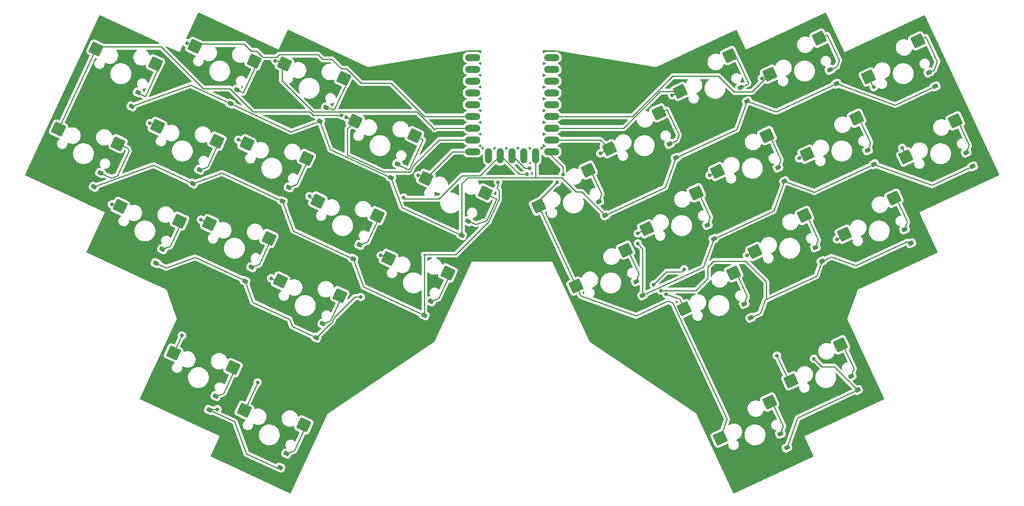
<source format=gbl>
G04 #@! TF.GenerationSoftware,KiCad,Pcbnew,7.0.1*
G04 #@! TF.CreationDate,2024-05-26T16:47:26-04:00*
G04 #@! TF.ProjectId,30,33302e6b-6963-4616-945f-706362585858,rev?*
G04 #@! TF.SameCoordinates,Original*
G04 #@! TF.FileFunction,Copper,L2,Bot*
G04 #@! TF.FilePolarity,Positive*
%FSLAX46Y46*%
G04 Gerber Fmt 4.6, Leading zero omitted, Abs format (unit mm)*
G04 Created by KiCad (PCBNEW 7.0.1) date 2024-05-26 16:47:26*
%MOMM*%
%LPD*%
G01*
G04 APERTURE LIST*
G04 Aperture macros list*
%AMRoundRect*
0 Rectangle with rounded corners*
0 $1 Rounding radius*
0 $2 $3 $4 $5 $6 $7 $8 $9 X,Y pos of 4 corners*
0 Add a 4 corners polygon primitive as box body*
4,1,4,$2,$3,$4,$5,$6,$7,$8,$9,$2,$3,0*
0 Add four circle primitives for the rounded corners*
1,1,$1+$1,$2,$3*
1,1,$1+$1,$4,$5*
1,1,$1+$1,$6,$7*
1,1,$1+$1,$8,$9*
0 Add four rect primitives between the rounded corners*
20,1,$1+$1,$2,$3,$4,$5,0*
20,1,$1+$1,$4,$5,$6,$7,0*
20,1,$1+$1,$6,$7,$8,$9,0*
20,1,$1+$1,$8,$9,$2,$3,0*%
G04 Aperture macros list end*
G04 #@! TA.AperFunction,ComponentPad*
%ADD10O,3.290000X1.500000*%
G04 #@! TD*
G04 #@! TA.AperFunction,ComponentPad*
%ADD11O,1.500000X3.290000*%
G04 #@! TD*
G04 #@! TA.AperFunction,SMDPad,CuDef*
%ADD12RoundRect,0.250000X-0.506347X-1.339492X1.351584X-0.473124X0.506347X1.339492X-1.351584X0.473124X0*%
G04 #@! TD*
G04 #@! TA.AperFunction,SMDPad,CuDef*
%ADD13RoundRect,0.250000X-1.351584X-0.473124X0.506347X-1.339492X1.351584X0.473124X-0.506347X1.339492X0*%
G04 #@! TD*
G04 #@! TA.AperFunction,SMDPad,CuDef*
%ADD14RoundRect,0.225000X0.434955X-0.045437X0.244776X0.362401X-0.434955X0.045437X-0.244776X-0.362401X0*%
G04 #@! TD*
G04 #@! TA.AperFunction,SMDPad,CuDef*
%ADD15RoundRect,0.225000X0.244776X-0.362401X0.434955X0.045437X-0.244776X0.362401X-0.434955X-0.045437X0*%
G04 #@! TD*
G04 #@! TA.AperFunction,ViaPad*
%ADD16C,0.800000*%
G04 #@! TD*
G04 #@! TA.AperFunction,Conductor*
%ADD17C,0.250000*%
G04 #@! TD*
G04 APERTURE END LIST*
D10*
X113659000Y-34798000D03*
X113659000Y-37338000D03*
X113659000Y-39878000D03*
X113659000Y-42418000D03*
X113659000Y-44958000D03*
X113659000Y-47498000D03*
X113659000Y-50038000D03*
X113659000Y-52578000D03*
X113659000Y-55118000D03*
D11*
X117094000Y-56013000D03*
X119634000Y-56013000D03*
X122174000Y-56013000D03*
X124714000Y-56013000D03*
X127254000Y-56013000D03*
D10*
X130689000Y-55118000D03*
X130689000Y-52578000D03*
X130689000Y-50038000D03*
X130689000Y-47498000D03*
X130689000Y-44958000D03*
X130689000Y-42418000D03*
X130689000Y-39878000D03*
X130689000Y-37338000D03*
X130689000Y-34798000D03*
D12*
X182246745Y-104579589D03*
X192889135Y-96814381D03*
X166994301Y-116946758D03*
X177636691Y-109181550D03*
D13*
X64471147Y-110955947D03*
X77260438Y-114117111D03*
X49218703Y-98588778D03*
X62007994Y-101749942D03*
D12*
X193764602Y-72934537D03*
X204406992Y-65169329D03*
X174486719Y-76669124D03*
X185129109Y-68903916D03*
X159234275Y-89036293D03*
X169876665Y-81271085D03*
D13*
X72231173Y-83045482D03*
X85020464Y-86206646D03*
X56978729Y-70678313D03*
X69768020Y-73839477D03*
X37700846Y-66943726D03*
X50490137Y-70104890D03*
D12*
X207004326Y-56251078D03*
X217646716Y-48485870D03*
X185713724Y-55669374D03*
X196356114Y-47904166D03*
X166435841Y-59403961D03*
X177078231Y-51638753D03*
X151183397Y-71771130D03*
X161825787Y-64005922D03*
X135930953Y-84138299D03*
X146573343Y-76373091D03*
D13*
X95534495Y-78147488D03*
X108323786Y-81308652D03*
X80282051Y-65780319D03*
X93071342Y-68941483D03*
X65029607Y-53413150D03*
X77818898Y-56574314D03*
X45751724Y-49678563D03*
X58541015Y-52839727D03*
X24461122Y-50260267D03*
X37250413Y-53421431D03*
D12*
X198953448Y-38985914D03*
X209595838Y-31220706D03*
X177662846Y-38404211D03*
X188305236Y-30639003D03*
X158384963Y-42138798D03*
X169027353Y-34373590D03*
X143132519Y-54505966D03*
X153774909Y-46740758D03*
X127880075Y-66873135D03*
X138522465Y-59107927D03*
D13*
X103585373Y-60882324D03*
X116374664Y-64043488D03*
X88332929Y-48515155D03*
X101122220Y-51676319D03*
X73080485Y-36147987D03*
X85869776Y-39309151D03*
X53802602Y-32413400D03*
X66591893Y-35574564D03*
X32512000Y-32995103D03*
X45301291Y-36156267D03*
D14*
X196599252Y-106573799D03*
X195204612Y-103582983D03*
X181373645Y-118998518D03*
X179979005Y-116007702D03*
D15*
X72142271Y-123290010D03*
X73536911Y-120299194D03*
X56916664Y-110865290D03*
X58311304Y-107874474D03*
D14*
X208090273Y-74871197D03*
X206695633Y-71880381D03*
X188892899Y-78778435D03*
X187498259Y-75787619D03*
X173559946Y-90972952D03*
X172165306Y-87982136D03*
D15*
X79955970Y-95264444D03*
X81350610Y-92273628D03*
X64623017Y-83069927D03*
X66017657Y-80079111D03*
X45425643Y-79162688D03*
X46820283Y-76171872D03*
D14*
X221383670Y-58302838D03*
X219989030Y-55312022D03*
X200146740Y-57836235D03*
X198752100Y-54845419D03*
X180842021Y-61513272D03*
X179447381Y-58522456D03*
X165616413Y-73937991D03*
X164221773Y-70947175D03*
X150283461Y-86132508D03*
X148888821Y-83141692D03*
D15*
X103232455Y-90424000D03*
X104627095Y-87433184D03*
X87899503Y-78229483D03*
X89294143Y-75238667D03*
X72673895Y-65804764D03*
X74068535Y-62813948D03*
X53422426Y-62013532D03*
X54817066Y-59022716D03*
X32078996Y-62708524D03*
X33473636Y-59717708D03*
D14*
X213332792Y-41037675D03*
X211938152Y-38046859D03*
X192042612Y-40456877D03*
X190647972Y-37466061D03*
X172791143Y-44248109D03*
X171396503Y-41257293D03*
X157458190Y-56442626D03*
X156063550Y-53451810D03*
X140837943Y-65876529D03*
X142232583Y-68867345D03*
D15*
X111283333Y-73158837D03*
X112677973Y-70168021D03*
X96057726Y-60734117D03*
X97452366Y-57743301D03*
X80724773Y-48539600D03*
X82119413Y-45548784D03*
X61473304Y-44748369D03*
X62867944Y-41757553D03*
X40183124Y-45329166D03*
X41577764Y-42338350D03*
D16*
X133130000Y-60044500D03*
X131840000Y-61790000D03*
X85420000Y-47278380D03*
X125984000Y-58674000D03*
X187198000Y-99822000D03*
X159258000Y-80518000D03*
X152654000Y-83820000D03*
X125365305Y-60007337D03*
X58674000Y-110744000D03*
X98806000Y-65024000D03*
X154191768Y-85109433D03*
X89539299Y-86491299D03*
X119126000Y-61722000D03*
X149260829Y-74940000D03*
X206209360Y-54309648D03*
X200090693Y-41188123D03*
X183989573Y-56543423D03*
X192147796Y-74038788D03*
X175938695Y-39278259D03*
X164684854Y-60220459D03*
X172735732Y-77485623D03*
X156633976Y-42955296D03*
X149229044Y-72752523D03*
X155347712Y-85874048D03*
X141178166Y-55487360D03*
X179189467Y-99138900D03*
X93844937Y-77499762D03*
X67322034Y-104928565D03*
X101895814Y-60234599D03*
X51022976Y-94805867D03*
X78496472Y-64737496D03*
X86440005Y-47702535D03*
X70230904Y-82463064D03*
X63163519Y-52542979D03*
X71107052Y-35508018D03*
X55112641Y-69808142D03*
X44089002Y-48973287D03*
X35930779Y-66468653D03*
X52139880Y-31708124D03*
D17*
X156775122Y-38820000D02*
X148097122Y-47498000D01*
X148097122Y-47498000D02*
X129794000Y-47498000D01*
X166611792Y-38820000D02*
X156775122Y-38820000D01*
X170006235Y-42214443D02*
X166611792Y-38820000D01*
X177662846Y-38404211D02*
X173852614Y-42214443D01*
X173852614Y-42214443D02*
X170006235Y-42214443D01*
X146193518Y-50038000D02*
X129794000Y-50038000D01*
X154092720Y-42138798D02*
X146193518Y-50038000D01*
X158384963Y-42138798D02*
X154092720Y-42138798D01*
X141204553Y-52578000D02*
X129794000Y-52578000D01*
X143132519Y-54505966D02*
X141204553Y-52578000D01*
X133130000Y-58454000D02*
X129794000Y-55118000D01*
X127880075Y-65749925D02*
X131840000Y-61790000D01*
X127880075Y-66873135D02*
X127880075Y-65749925D01*
X133130000Y-60044500D02*
X133130000Y-58454000D01*
X79401040Y-47278380D02*
X85420000Y-47278380D01*
X78653695Y-46531035D02*
X79401040Y-47278380D01*
X61337039Y-41507039D02*
X66361035Y-46531035D01*
X55587039Y-41507039D02*
X61337039Y-41507039D01*
X46559178Y-32479178D02*
X51840000Y-37760000D01*
X33027925Y-32479178D02*
X46559178Y-32479178D01*
X66361035Y-46531035D02*
X78653695Y-46531035D01*
X51840000Y-37760000D02*
X55587039Y-41507039D01*
X32512000Y-32995103D02*
X33027925Y-32479178D01*
X103254396Y-47498000D02*
X114554000Y-47498000D01*
X96096396Y-40340000D02*
X103254396Y-47498000D01*
X89604668Y-40340000D02*
X96096396Y-40340000D01*
X85350000Y-37240000D02*
X86504668Y-37240000D01*
X83290000Y-35180000D02*
X85350000Y-37240000D01*
X80320000Y-34180000D02*
X81320000Y-35180000D01*
X71970000Y-34180000D02*
X80320000Y-34180000D01*
X71400000Y-34750000D02*
X71970000Y-34180000D01*
X68471372Y-34750000D02*
X71400000Y-34750000D01*
X67101372Y-33380000D02*
X68471372Y-34750000D01*
X65910000Y-33380000D02*
X67101372Y-33380000D01*
X86504668Y-37240000D02*
X89604668Y-40340000D01*
X64427475Y-31897475D02*
X65910000Y-33380000D01*
X54318527Y-31897475D02*
X64427475Y-31897475D01*
X81320000Y-35180000D02*
X83290000Y-35180000D01*
X53802602Y-32413400D02*
X54318527Y-31897475D01*
X105460000Y-50340000D02*
X105762000Y-50038000D01*
X105762000Y-50038000D02*
X114554000Y-50038000D01*
X101673880Y-46553880D02*
X105460000Y-50340000D01*
X79312936Y-46553880D02*
X101673880Y-46553880D01*
X72574181Y-39815125D02*
X79312936Y-46553880D01*
X72574181Y-36654291D02*
X72574181Y-39815125D01*
X73080485Y-36147987D02*
X72574181Y-36654291D01*
X106454795Y-52578000D02*
X114554000Y-52578000D01*
X100806502Y-58226293D02*
X106454795Y-52578000D01*
X100260405Y-59397402D02*
X100806502Y-58226293D01*
X99910094Y-59524905D02*
X100260405Y-59397402D01*
X99842349Y-59493315D02*
X99910094Y-59524905D01*
X94461608Y-59493315D02*
X99842349Y-59493315D01*
X86665851Y-55858094D02*
X94461608Y-59493315D01*
X88332929Y-48515155D02*
X86665851Y-50182233D01*
X86665851Y-50182233D02*
X86665851Y-55858094D01*
X109349697Y-55118000D02*
X114554000Y-55118000D01*
X103585373Y-60882324D02*
X109349697Y-55118000D01*
X103257235Y-90399220D02*
X103232455Y-90424000D01*
X103257235Y-77497235D02*
X103257235Y-90399220D01*
X119339828Y-65360631D02*
X117035378Y-70302540D01*
X109997918Y-77340000D02*
X103100000Y-77340000D01*
X103100000Y-77340000D02*
X103257235Y-77497235D01*
X119126000Y-62738000D02*
X118872000Y-62992000D01*
X119339828Y-63459828D02*
X119339828Y-65360631D01*
X117035378Y-70302540D02*
X109997918Y-77340000D01*
X119126000Y-61722000D02*
X119126000Y-62738000D01*
X118872000Y-62992000D02*
X119339828Y-63459828D01*
X150283461Y-76115461D02*
X150283461Y-86132508D01*
X149260829Y-74940000D02*
X150283461Y-76115461D01*
X124959720Y-58674000D02*
X122174000Y-55888280D01*
X125984000Y-58674000D02*
X124959720Y-58674000D01*
X122174000Y-55888280D02*
X122174000Y-55118000D01*
X191537813Y-101512360D02*
X196599252Y-106573799D01*
X187198000Y-99822000D02*
X188888360Y-101512360D01*
X158750000Y-81026000D02*
X159258000Y-80518000D01*
X155448000Y-81026000D02*
X158750000Y-81026000D01*
X188888360Y-101512360D02*
X191537813Y-101512360D01*
X152654000Y-83820000D02*
X155448000Y-81026000D01*
X123753057Y-60007337D02*
X125365305Y-60007337D01*
X119634000Y-55888280D02*
X123753057Y-60007337D01*
X119634000Y-55888280D02*
X115240443Y-60281837D01*
X57037954Y-110744000D02*
X56916664Y-110865290D01*
X58674000Y-110744000D02*
X57037954Y-110744000D01*
X99063695Y-65281695D02*
X98806000Y-65024000D01*
X106422305Y-65281695D02*
X99063695Y-65281695D01*
X111422163Y-60281837D02*
X106422305Y-65281695D01*
X115240443Y-60281837D02*
X111422163Y-60281837D01*
X119634000Y-55118000D02*
X119634000Y-55888280D01*
X176934352Y-83208352D02*
X176934352Y-87018352D01*
X172466000Y-78740000D02*
X176934352Y-83208352D01*
X176934352Y-87018352D02*
X187725272Y-81986463D01*
X176676474Y-87138602D02*
X176934352Y-87018352D01*
X164338000Y-80010000D02*
X165608000Y-78740000D01*
X164338000Y-82525601D02*
X164338000Y-80010000D01*
X161754168Y-85109433D02*
X164338000Y-82525601D01*
X154191768Y-85109433D02*
X161754168Y-85109433D01*
X165608000Y-78740000D02*
X172466000Y-78740000D01*
X83879893Y-90872107D02*
X83340832Y-92028127D01*
X83340832Y-92028127D02*
X83107282Y-92113132D01*
X88260701Y-86491299D02*
X83879893Y-90872107D01*
X83107282Y-92113132D02*
X79955970Y-95264444D01*
X89539299Y-86491299D02*
X88260701Y-86491299D01*
X127254000Y-60731837D02*
X127254000Y-55118000D01*
X127254000Y-60731837D02*
X132867837Y-60731837D01*
X112611196Y-60731837D02*
X127254000Y-60731837D01*
X135941906Y-63805906D02*
X137171144Y-63805906D01*
X132867837Y-60731837D02*
X135941906Y-63805906D01*
X137171144Y-63805906D02*
X142232583Y-68867345D01*
X111308113Y-62034920D02*
X112611196Y-60731837D01*
X111308113Y-73134057D02*
X111308113Y-62034920D01*
X111283333Y-73158837D02*
X111308113Y-73134057D01*
X150283461Y-86132508D02*
X163404985Y-80013841D01*
X207052695Y-56118185D02*
X207004326Y-56251077D01*
X206209360Y-54309648D02*
X207052695Y-56118185D01*
X198953448Y-38985914D02*
X199957800Y-41139755D01*
X199957800Y-41139755D02*
X200090693Y-41188123D01*
X184020288Y-56459036D02*
X183989573Y-56543423D01*
X185713724Y-55669374D02*
X184020288Y-56459036D01*
X192147796Y-74038788D02*
X193611030Y-73356471D01*
X175969410Y-39193873D02*
X175938695Y-39278259D01*
X193611030Y-73356471D02*
X193764601Y-72934537D01*
X177662846Y-38404210D02*
X175969410Y-39193873D01*
X166435841Y-59403961D02*
X164684854Y-60220459D01*
X172735732Y-77485623D02*
X174486719Y-76669124D01*
X158384963Y-42138797D02*
X156633976Y-42955296D01*
X151183397Y-71771129D02*
X149259759Y-72668137D01*
X149259759Y-72668137D02*
X149229044Y-72752523D01*
X158252744Y-86931393D02*
X155347712Y-85874048D01*
X159234275Y-89036293D02*
X158252744Y-86931393D01*
X179189467Y-99138900D02*
X181620156Y-104351529D01*
X181620156Y-104351529D02*
X182246745Y-104579589D01*
X141208881Y-55402973D02*
X141178166Y-55487360D01*
X143132519Y-54505966D02*
X141208881Y-55402973D01*
X168486241Y-112847685D02*
X166994301Y-116946757D01*
X156774221Y-87731177D02*
X168486241Y-112847685D01*
X136908469Y-86234588D02*
X148855514Y-90582957D01*
X135930953Y-84138298D02*
X136908469Y-86234588D01*
X148855514Y-90582957D02*
X155761580Y-87362606D01*
X155761580Y-87362606D02*
X156774221Y-87731177D01*
X127880075Y-66873135D02*
X135930953Y-84138298D01*
X141442555Y-64215372D02*
X140837943Y-65876529D01*
X139170981Y-59343967D02*
X141442555Y-64215372D01*
X138522466Y-59107927D02*
X139170981Y-59343967D01*
X94013710Y-77438334D02*
X93844937Y-77499762D01*
X95534495Y-78147487D02*
X94013710Y-77438334D01*
X64519653Y-110938292D02*
X64471147Y-110955946D01*
X67322034Y-104928565D02*
X64519653Y-110938292D01*
X103585372Y-60882324D02*
X102064588Y-60173171D01*
X102064588Y-60173171D02*
X101895814Y-60234599D01*
X49267209Y-98571123D02*
X49218703Y-98588778D01*
X51022976Y-94805867D02*
X49267209Y-98571123D01*
X80282051Y-65780319D02*
X78588615Y-64990656D01*
X78588615Y-64990656D02*
X78496472Y-64737496D01*
X86524391Y-47671821D02*
X86440005Y-47702535D01*
X71809239Y-83199053D02*
X72231173Y-83045482D01*
X88332929Y-48515155D02*
X86524391Y-47671821D01*
X70230904Y-82463064D02*
X71809239Y-83199053D01*
X65029607Y-53413150D02*
X63163519Y-52542979D01*
X71444599Y-35385161D02*
X71107052Y-35508018D01*
X73080485Y-36147987D02*
X71444599Y-35385161D01*
X55112641Y-69808142D02*
X56978729Y-70678313D01*
X44173389Y-48942573D02*
X44089002Y-48973287D01*
X45751724Y-49678563D02*
X44173389Y-48942573D01*
X37278912Y-67097298D02*
X37700846Y-66943726D01*
X52224267Y-31677410D02*
X52139880Y-31708124D01*
X53802602Y-32413400D02*
X52224267Y-31677410D01*
X35930779Y-66468653D02*
X37278912Y-67097298D01*
X32512000Y-32995103D02*
X24461122Y-50260267D01*
X181373645Y-118998518D02*
X183707931Y-112585121D01*
X183707931Y-112585121D02*
X196599252Y-106573799D01*
X71634622Y-123474779D02*
X72142271Y-123290009D01*
X64902114Y-120335359D02*
X71634622Y-123474779D01*
X62383059Y-113414312D02*
X64902114Y-120335359D01*
X56916664Y-110865290D02*
X62383059Y-113414312D01*
X207247734Y-74564537D02*
X208090273Y-74871196D01*
X196197123Y-79717522D02*
X207247734Y-74564537D01*
X190963812Y-77812752D02*
X196197123Y-79717522D01*
X188892899Y-78778435D02*
X190963812Y-77812752D01*
X187725272Y-81986463D02*
X188892899Y-78778435D01*
X175632672Y-90006424D02*
X176676474Y-87138602D01*
X173559946Y-90972952D02*
X175632672Y-90006424D01*
X74775514Y-92848758D02*
X79955970Y-95264444D01*
X74223141Y-91331124D02*
X74775514Y-92848758D01*
X66282072Y-87628143D02*
X74223141Y-91331124D01*
X64623017Y-83069927D02*
X66282072Y-87628143D01*
X64562072Y-82902482D02*
X64623017Y-83069927D01*
X47613470Y-80182889D02*
X53856765Y-77910515D01*
X53856765Y-77910515D02*
X64562072Y-82902482D01*
X45425643Y-79162688D02*
X47613470Y-80182889D01*
X212635987Y-62381949D02*
X221383670Y-58302838D01*
X200146740Y-57836235D02*
X212635987Y-62381949D01*
X187255418Y-63847557D02*
X200146740Y-57836235D01*
X180842021Y-61513272D02*
X187255418Y-63847557D01*
X178507735Y-67926669D02*
X180842021Y-61513272D01*
X165616414Y-73937991D02*
X178507735Y-67926669D01*
X163404985Y-80013841D02*
X165616414Y-73937991D01*
X90110931Y-84305333D02*
X103232455Y-90424000D01*
X87899503Y-78229483D02*
X90110931Y-84305333D01*
X75008181Y-72218160D02*
X87899503Y-78229483D01*
X72673895Y-65804763D02*
X75008181Y-72218160D01*
X59668378Y-59740191D02*
X72673895Y-65804763D01*
X53422426Y-62013532D02*
X59668378Y-59740191D01*
X44903133Y-58040920D02*
X53422426Y-62013532D01*
X32078996Y-62708524D02*
X44903133Y-58040920D01*
X204699304Y-45063536D02*
X213332792Y-41037675D01*
X192042612Y-40456877D02*
X204699304Y-45063536D01*
X179037096Y-46521449D02*
X192042612Y-40456877D01*
X172791143Y-44248108D02*
X179037096Y-46521449D01*
X170579715Y-50323958D02*
X172791143Y-44248108D01*
X157458191Y-56442626D02*
X170579715Y-50323958D01*
X155123905Y-62856023D02*
X157458191Y-56442626D01*
X142232583Y-68867345D02*
X155123905Y-62856023D01*
X96057726Y-60734117D02*
X98392011Y-67147514D01*
X98392011Y-67147514D02*
X111283333Y-73158836D01*
X80724773Y-48539600D02*
X82936201Y-54615450D01*
X82936201Y-54615450D02*
X96057726Y-60734117D01*
X74478820Y-50812941D02*
X80724773Y-48539600D01*
X61473304Y-44748369D02*
X74478820Y-50812941D01*
X52839816Y-40722507D02*
X61473304Y-44748369D01*
X40183124Y-45329166D02*
X52839816Y-40722507D01*
X195809224Y-101921825D02*
X195204612Y-103582983D01*
X193537651Y-97050421D02*
X195809224Y-101921825D01*
X192889135Y-96814380D02*
X193537651Y-97050421D01*
X180583617Y-114346545D02*
X179979005Y-116007702D01*
X177636691Y-109181549D02*
X178285207Y-109417590D01*
X178285207Y-109417590D02*
X180583617Y-114346545D01*
X77496478Y-114765627D02*
X75198069Y-119694582D01*
X75198069Y-119694582D02*
X73536912Y-120299194D01*
X77260438Y-114117111D02*
X77496478Y-114765627D01*
X62244035Y-102398458D02*
X59972461Y-107269862D01*
X62007994Y-101749942D02*
X62244035Y-102398458D01*
X59972461Y-107269862D02*
X58311304Y-107874474D01*
X207300245Y-70219223D02*
X206695633Y-71880381D01*
X205055508Y-65405369D02*
X207300245Y-70219223D01*
X204406992Y-65169329D02*
X205055508Y-65405369D01*
X188102871Y-74126462D02*
X187498259Y-75787619D01*
X185777625Y-69139956D02*
X188102871Y-74126462D01*
X185129109Y-68903916D02*
X185777625Y-69139956D01*
X172769918Y-86320979D02*
X172165306Y-87982137D01*
X170525181Y-81507125D02*
X172769918Y-86320979D01*
X169876665Y-81271085D02*
X170525181Y-81507125D01*
X85256504Y-86855162D02*
X83011768Y-91669016D01*
X83011768Y-91669016D02*
X81350610Y-92273628D01*
X85020464Y-86206646D02*
X85256504Y-86855162D01*
X67678815Y-79474499D02*
X66017657Y-80079111D01*
X69768020Y-73839478D02*
X70004061Y-74487994D01*
X70004061Y-74487994D02*
X67678815Y-79474499D01*
X48481441Y-75567260D02*
X46820283Y-76171872D01*
X50726178Y-70753407D02*
X48481441Y-75567260D01*
X50490137Y-70104891D02*
X50726178Y-70753407D01*
X220593642Y-53650865D02*
X219989030Y-55312022D01*
X217646716Y-48485869D02*
X218295232Y-48721910D01*
X218295232Y-48721910D02*
X220593642Y-53650865D01*
X197004630Y-48140206D02*
X199356712Y-53184262D01*
X196356114Y-47904166D02*
X197004630Y-48140206D01*
X199356712Y-53184262D02*
X198752100Y-54845420D01*
X180051993Y-56861299D02*
X179447381Y-58522456D01*
X177078231Y-51638753D02*
X177726747Y-51874793D01*
X177726747Y-51874793D02*
X180051993Y-56861299D01*
X164826385Y-69286018D02*
X164221773Y-70947175D01*
X162474303Y-64241962D02*
X164826385Y-69286018D01*
X161825787Y-64005921D02*
X162474303Y-64241962D01*
X149493432Y-81480535D02*
X148888821Y-83141692D01*
X146573343Y-76373090D02*
X147221859Y-76609131D01*
X147221859Y-76609131D02*
X149493432Y-81480535D01*
X106288253Y-86828572D02*
X104627096Y-87433184D01*
X108559826Y-81957168D02*
X106288253Y-86828572D01*
X108323786Y-81308652D02*
X108559826Y-81957168D01*
X90955300Y-74634055D02*
X89294143Y-75238667D01*
X93307382Y-69589999D02*
X90955300Y-74634055D01*
X93071342Y-68941483D02*
X93307382Y-69589999D01*
X78054939Y-57222830D02*
X75729693Y-62209336D01*
X77818898Y-56574314D02*
X78054939Y-57222830D01*
X75729693Y-62209336D02*
X74068535Y-62813948D01*
X56478224Y-58418104D02*
X54817066Y-59022716D01*
X58777056Y-53488243D02*
X56478224Y-58418104D01*
X58541015Y-52839727D02*
X58777056Y-53488243D01*
X35775658Y-60791159D02*
X33473637Y-59717709D01*
X39594783Y-55005080D02*
X37125847Y-60299730D01*
X37125847Y-60299730D02*
X35775658Y-60791159D01*
X39379783Y-54414373D02*
X39594783Y-55005080D01*
X37250413Y-53421431D02*
X39379783Y-54414373D01*
X213764454Y-35652718D02*
X213088256Y-37510556D01*
X211295518Y-30358068D02*
X213764454Y-35652718D01*
X209626553Y-31136319D02*
X211295518Y-30358068D01*
X209595838Y-31220706D02*
X209626553Y-31136319D01*
X213088256Y-37510556D02*
X211938152Y-38046859D01*
X190648940Y-37463404D02*
X190647972Y-37466061D01*
X192143441Y-36766506D02*
X190648940Y-37463404D01*
X192634870Y-35416317D02*
X192143441Y-36766506D01*
X190058589Y-29891465D02*
X192634870Y-35416317D01*
X188389623Y-30669717D02*
X190058589Y-29891465D01*
X188305236Y-30639002D02*
X188389623Y-30669717D01*
X173007012Y-40506300D02*
X171396503Y-41257293D01*
X173068924Y-40336198D02*
X173007012Y-40506300D01*
X170546316Y-34926446D02*
X173068924Y-40336198D01*
X169027353Y-34373589D02*
X170546316Y-34926446D01*
X158104543Y-51518073D02*
X157674059Y-52700817D01*
X155528262Y-45993221D02*
X158104543Y-51518073D01*
X153859296Y-46771472D02*
X155528262Y-45993221D01*
X153774909Y-46740758D02*
X153859296Y-46771472D01*
X157674059Y-52700817D02*
X156063550Y-53451810D01*
X112848076Y-70106108D02*
X112677973Y-70168021D01*
X114343484Y-70803429D02*
X112848076Y-70106108D01*
X116706314Y-69943429D02*
X114343484Y-70803429D01*
X118853215Y-65339385D02*
X116706314Y-69943429D01*
X116436092Y-64212262D02*
X118853215Y-65339385D01*
X116374664Y-64043489D02*
X116436092Y-64212262D01*
X97513311Y-57910746D02*
X97452366Y-57743301D01*
X99931340Y-59038292D02*
X97513311Y-57910746D01*
X102937001Y-52592631D02*
X99931340Y-59038292D01*
X102906287Y-52508244D02*
X102937001Y-52592631D01*
X101122220Y-51676320D02*
X102906287Y-52508244D01*
X83892269Y-45953990D02*
X83554721Y-46076847D01*
X82289516Y-45486872D02*
X82119413Y-45548784D01*
X86790585Y-39738531D02*
X83892269Y-45953990D01*
X85869776Y-39309151D02*
X86790585Y-39738531D01*
X83554721Y-46076847D02*
X82289516Y-45486872D01*
X64250002Y-42399811D02*
X62870602Y-41756586D01*
X66960465Y-36587206D02*
X64250002Y-42399811D01*
X66591893Y-35574564D02*
X66960465Y-36587206D01*
X62870602Y-41756586D02*
X62867944Y-41757553D01*
X41638709Y-42505795D02*
X41577764Y-42338351D01*
X43135930Y-43203961D02*
X41638709Y-42505795D01*
X45792719Y-37506457D02*
X43135930Y-43203961D01*
X45301291Y-36156268D02*
X45792719Y-37506457D01*
G04 #@! TA.AperFunction,NonConductor*
G36*
X115431795Y-35789635D02*
G01*
X115481227Y-35835330D01*
X115499500Y-35900120D01*
X115499500Y-36230531D01*
X115486733Y-36285333D01*
X115451060Y-36328851D01*
X115399827Y-36352121D01*
X115343585Y-36350353D01*
X115293915Y-36323911D01*
X115291996Y-36322235D01*
X115098764Y-36206784D01*
X115039898Y-36184692D01*
X114992318Y-36152668D01*
X114964238Y-36102659D01*
X114961665Y-36045363D01*
X114985150Y-35993038D01*
X115029662Y-35956882D01*
X115197973Y-35875829D01*
X115302615Y-35799801D01*
X115365771Y-35776502D01*
X115431795Y-35789635D01*
G37*
G04 #@! TD.AperFunction*
G04 #@! TA.AperFunction,NonConductor*
G36*
X128925176Y-35716410D02*
G01*
X128974833Y-35742848D01*
X129056004Y-35813765D01*
X129249236Y-35929215D01*
X129295865Y-35946715D01*
X129308100Y-35951307D01*
X129355680Y-35983330D01*
X129383760Y-36033339D01*
X129386334Y-36090635D01*
X129362849Y-36142960D01*
X129318331Y-36179120D01*
X129150027Y-36260170D01*
X128965916Y-36393935D01*
X128902745Y-36417236D01*
X128836710Y-36404088D01*
X128787280Y-36358369D01*
X128769031Y-36293560D01*
X128769250Y-35836169D01*
X128782038Y-35781385D01*
X128817718Y-35737889D01*
X128868946Y-35714635D01*
X128925176Y-35716410D01*
G37*
G04 #@! TD.AperFunction*
G04 #@! TA.AperFunction,NonConductor*
G36*
X115431795Y-38329635D02*
G01*
X115481227Y-38375330D01*
X115499500Y-38440120D01*
X115499500Y-38770531D01*
X115486733Y-38825333D01*
X115451060Y-38868851D01*
X115399827Y-38892121D01*
X115343585Y-38890353D01*
X115293915Y-38863911D01*
X115291996Y-38862235D01*
X115098764Y-38746784D01*
X115039898Y-38724692D01*
X114992318Y-38692668D01*
X114964238Y-38642659D01*
X114961665Y-38585363D01*
X114985150Y-38533038D01*
X115029662Y-38496882D01*
X115197973Y-38415829D01*
X115302615Y-38339801D01*
X115365771Y-38316502D01*
X115431795Y-38329635D01*
G37*
G04 #@! TD.AperFunction*
G04 #@! TA.AperFunction,NonConductor*
G36*
X128923963Y-38255351D02*
G01*
X128973622Y-38281790D01*
X129056002Y-38353764D01*
X129081599Y-38369057D01*
X129249236Y-38469215D01*
X129307913Y-38491237D01*
X129308100Y-38491307D01*
X129355680Y-38523330D01*
X129383760Y-38573339D01*
X129386334Y-38630635D01*
X129362849Y-38682960D01*
X129318331Y-38719120D01*
X129150027Y-38800170D01*
X128964702Y-38934816D01*
X128901531Y-38958117D01*
X128835495Y-38944969D01*
X128786066Y-38899250D01*
X128767817Y-38834442D01*
X128768037Y-38375110D01*
X128780825Y-38320325D01*
X128816505Y-38276829D01*
X128867733Y-38253575D01*
X128923963Y-38255351D01*
G37*
G04 #@! TD.AperFunction*
G04 #@! TA.AperFunction,NonConductor*
G36*
X171800188Y-39138802D02*
G01*
X171844212Y-39189853D01*
X172154130Y-39854474D01*
X172232983Y-40023576D01*
X172239371Y-40037274D01*
X172250517Y-40100486D01*
X172228564Y-40160803D01*
X172179393Y-40202061D01*
X172083400Y-40246823D01*
X172021987Y-40258113D01*
X171983471Y-40245039D01*
X171982720Y-40247105D01*
X171809732Y-40184142D01*
X171697429Y-40171015D01*
X171641279Y-40164452D01*
X171641278Y-40164452D01*
X171493814Y-40181688D01*
X171435287Y-40174407D01*
X171386743Y-40140911D01*
X171359166Y-40088777D01*
X171358792Y-40029800D01*
X171385708Y-39977322D01*
X171390392Y-39971917D01*
X171404624Y-39955492D01*
X171512096Y-39769345D01*
X171582398Y-39566222D01*
X171612987Y-39353465D01*
X171607970Y-39248154D01*
X171623187Y-39182486D01*
X171670513Y-39134480D01*
X171735961Y-39118327D01*
X171800188Y-39138802D01*
G37*
G04 #@! TD.AperFunction*
G04 #@! TA.AperFunction,NonConductor*
G36*
X51356655Y-32188520D02*
G01*
X51404397Y-32235232D01*
X51407345Y-32240339D01*
X51534009Y-32381013D01*
X51696597Y-32499139D01*
X51731518Y-32538187D01*
X51747197Y-32588171D01*
X51740838Y-32640169D01*
X51715777Y-32712265D01*
X51695410Y-32886524D01*
X51715776Y-33060780D01*
X51775781Y-33225641D01*
X51872188Y-33372220D01*
X51999798Y-33492615D01*
X51999800Y-33492616D01*
X52088520Y-33545573D01*
X53915956Y-34397720D01*
X53964128Y-34437574D01*
X53986730Y-34495868D01*
X53978017Y-34557780D01*
X53940202Y-34607571D01*
X53766083Y-34744501D01*
X53766081Y-34744502D01*
X53766081Y-34744503D01*
X53764079Y-34746814D01*
X53625320Y-34906948D01*
X53517850Y-35093092D01*
X53447547Y-35296216D01*
X53416959Y-35508972D01*
X53416959Y-35508974D01*
X53422025Y-35615327D01*
X53427186Y-35723675D01*
X53477862Y-35932565D01*
X53567150Y-36128080D01*
X53661690Y-36260842D01*
X53691832Y-36303170D01*
X53847395Y-36451498D01*
X53900910Y-36485890D01*
X54028215Y-36567705D01*
X54033988Y-36570016D01*
X54227766Y-36647593D01*
X54438826Y-36688271D01*
X54599911Y-36688271D01*
X54599916Y-36688271D01*
X54760269Y-36672959D01*
X54966507Y-36612402D01*
X55157557Y-36513909D01*
X55326515Y-36381039D01*
X55467274Y-36218595D01*
X55574746Y-36032448D01*
X55645048Y-35829325D01*
X55675637Y-35616568D01*
X55666790Y-35430857D01*
X55681118Y-35366835D01*
X55726112Y-35319081D01*
X55789174Y-35300971D01*
X55852648Y-35317574D01*
X55998239Y-35401631D01*
X56168836Y-35468585D01*
X56242173Y-35497368D01*
X56245955Y-35498852D01*
X56505393Y-35558068D01*
X56562228Y-35562327D01*
X56704313Y-35572975D01*
X56704318Y-35572975D01*
X56837202Y-35572975D01*
X56837207Y-35572975D01*
X56961530Y-35563658D01*
X57036127Y-35558068D01*
X57295565Y-35498852D01*
X57543281Y-35401631D01*
X57657398Y-35335746D01*
X57773736Y-35268579D01*
X57786930Y-35258057D01*
X57981793Y-35102658D01*
X58162795Y-34907585D01*
X58312700Y-34687715D01*
X58428161Y-34447957D01*
X58506599Y-34193669D01*
X58546260Y-33930530D01*
X58546260Y-33664420D01*
X58506599Y-33401281D01*
X58428161Y-33146993D01*
X58312700Y-32907236D01*
X58182880Y-32716824D01*
X58161530Y-32653928D01*
X58175705Y-32589034D01*
X58221338Y-32540766D01*
X58285335Y-32522975D01*
X62473900Y-32522975D01*
X62532660Y-32537781D01*
X62577387Y-32578664D01*
X62597401Y-32635859D01*
X62587922Y-32695710D01*
X62551213Y-32743922D01*
X62388231Y-32873896D01*
X62207231Y-33068966D01*
X62057322Y-33288843D01*
X61941864Y-33528594D01*
X61863425Y-33782885D01*
X61823765Y-34046024D01*
X61823765Y-34312134D01*
X61863425Y-34575272D01*
X61898108Y-34687710D01*
X61941864Y-34829561D01*
X62023833Y-34999771D01*
X62057325Y-35069318D01*
X62207229Y-35289188D01*
X62378950Y-35474259D01*
X62388232Y-35484262D01*
X62402049Y-35495281D01*
X62596288Y-35650183D01*
X62825701Y-35782633D01*
X62826744Y-35783235D01*
X62904536Y-35813766D01*
X63073881Y-35880229D01*
X63074460Y-35880456D01*
X63333898Y-35939672D01*
X63390733Y-35943931D01*
X63532818Y-35954579D01*
X63532823Y-35954579D01*
X63665707Y-35954579D01*
X63665712Y-35954579D01*
X63790035Y-35945262D01*
X63864632Y-35939672D01*
X64124070Y-35880456D01*
X64330061Y-35799610D01*
X64392821Y-35792275D01*
X64451050Y-35816820D01*
X64489623Y-35866872D01*
X64498522Y-35929433D01*
X64484701Y-36047687D01*
X64484701Y-36047688D01*
X64494367Y-36130390D01*
X64505067Y-36221944D01*
X64565072Y-36386805D01*
X64661479Y-36533384D01*
X64789089Y-36653779D01*
X64798362Y-36659314D01*
X64877811Y-36706737D01*
X65863430Y-37166338D01*
X65912599Y-37207595D01*
X65934552Y-37267912D01*
X65923406Y-37331124D01*
X64983573Y-39346602D01*
X64937609Y-39398910D01*
X64870699Y-39418196D01*
X64803945Y-39398379D01*
X64758397Y-39345708D01*
X64733533Y-39291263D01*
X64623125Y-39136218D01*
X64608852Y-39116174D01*
X64453289Y-38967846D01*
X64417692Y-38944969D01*
X64272468Y-38851638D01*
X64095344Y-38780729D01*
X64072918Y-38771751D01*
X64072917Y-38771750D01*
X64072915Y-38771750D01*
X63861858Y-38731073D01*
X63700768Y-38731073D01*
X63600547Y-38740643D01*
X63540412Y-38746385D01*
X63334178Y-38806941D01*
X63143128Y-38905434D01*
X63071267Y-38961946D01*
X62992646Y-39023775D01*
X62974168Y-39038306D01*
X62833408Y-39200750D01*
X62725938Y-39386894D01*
X62655635Y-39590018D01*
X62627093Y-39788542D01*
X62625047Y-39802776D01*
X62635274Y-40017477D01*
X62679010Y-40197762D01*
X62685950Y-40226367D01*
X62775238Y-40421882D01*
X62815650Y-40478632D01*
X62837106Y-40531096D01*
X62832973Y-40587627D01*
X62804115Y-40636413D01*
X62756561Y-40667259D01*
X62700249Y-40673721D01*
X62623169Y-40664712D01*
X62623168Y-40664712D01*
X62581055Y-40669634D01*
X62454714Y-40684402D01*
X62295345Y-40742408D01*
X62153650Y-40835602D01*
X62037267Y-40958960D01*
X62037265Y-40958962D01*
X62037265Y-40958963D01*
X61995469Y-41028985D01*
X61983319Y-41049341D01*
X61945419Y-41089098D01*
X61894065Y-41108584D01*
X61839331Y-41103976D01*
X61791958Y-41076176D01*
X61784378Y-41069058D01*
X61773812Y-41059135D01*
X61771017Y-41056426D01*
X61751509Y-41036918D01*
X61748329Y-41034451D01*
X61739463Y-41026878D01*
X61707621Y-40996977D01*
X61690063Y-40987324D01*
X61673803Y-40976643D01*
X61657975Y-40964366D01*
X61617890Y-40947019D01*
X61607400Y-40941880D01*
X61569130Y-40920841D01*
X61549730Y-40915860D01*
X61531323Y-40909558D01*
X61512936Y-40901601D01*
X61469797Y-40894768D01*
X61458363Y-40892400D01*
X61416058Y-40881539D01*
X61396023Y-40881539D01*
X61376625Y-40880012D01*
X61369201Y-40878836D01*
X61356844Y-40876879D01*
X61356843Y-40876879D01*
X61337992Y-40878661D01*
X61313364Y-40880989D01*
X61301695Y-40881539D01*
X55897492Y-40881539D01*
X55850039Y-40872100D01*
X55809811Y-40845220D01*
X52749635Y-37785044D01*
X56896065Y-37785044D01*
X56926223Y-38084832D01*
X56996073Y-38377934D01*
X57104363Y-38659104D01*
X57249166Y-38923336D01*
X57359395Y-39072940D01*
X57427896Y-39165910D01*
X57637362Y-39382496D01*
X57873827Y-39569230D01*
X58133072Y-39722781D01*
X58410470Y-39840408D01*
X58410471Y-39840408D01*
X58410473Y-39840409D01*
X58418906Y-39842719D01*
X58701071Y-39920012D01*
X58999689Y-39960172D01*
X59225586Y-39960172D01*
X59225588Y-39960172D01*
X59450977Y-39945084D01*
X59605129Y-39913751D01*
X59746245Y-39885068D01*
X60030879Y-39786232D01*
X60299801Y-39650340D01*
X60548211Y-39479816D01*
X60771675Y-39277704D01*
X60966207Y-39047611D01*
X61128335Y-38793642D01*
X61255165Y-38520330D01*
X61344435Y-38232551D01*
X61394551Y-37935442D01*
X61404619Y-37634303D01*
X61374460Y-37334510D01*
X61304611Y-37041411D01*
X61254454Y-36911181D01*
X61196320Y-36760239D01*
X61051517Y-36496007D01*
X61020015Y-36453252D01*
X60872788Y-36253434D01*
X60663322Y-36036848D01*
X60660675Y-36034758D01*
X60426856Y-35850113D01*
X60249665Y-35745163D01*
X60167612Y-35696563D01*
X59978961Y-35616568D01*
X59890210Y-35578934D01*
X59599617Y-35499333D01*
X59599616Y-35499332D01*
X59599613Y-35499332D01*
X59300995Y-35459172D01*
X59075098Y-35459172D01*
X59075096Y-35459172D01*
X58849706Y-35474259D01*
X58554440Y-35534275D01*
X58269801Y-35633113D01*
X58000888Y-35769000D01*
X57752469Y-35939530D01*
X57529010Y-36141638D01*
X57334477Y-36371733D01*
X57172347Y-36625704D01*
X57045520Y-36899011D01*
X56956249Y-37186792D01*
X56932220Y-37329245D01*
X56906133Y-37483902D01*
X56899891Y-37670620D01*
X56896065Y-37785044D01*
X52749635Y-37785044D01*
X52249619Y-37285028D01*
X52249610Y-37285020D01*
X47521998Y-32557407D01*
X47488849Y-32497584D01*
X47492459Y-32429285D01*
X47531730Y-32373290D01*
X47594715Y-32346632D01*
X47662251Y-32357422D01*
X50487292Y-33679921D01*
X50487751Y-33680260D01*
X50490037Y-33681322D01*
X50502963Y-33690359D01*
X50508654Y-33690477D01*
X50510199Y-33690528D01*
X50511647Y-33689186D01*
X50524351Y-33677752D01*
X50532832Y-33642230D01*
X50539697Y-33627512D01*
X51184635Y-32244816D01*
X51228128Y-32194127D01*
X51291607Y-32173352D01*
X51356655Y-32188520D01*
G37*
G04 #@! TD.AperFunction*
G04 #@! TA.AperFunction,NonConductor*
G36*
X64114137Y-40974597D02*
G01*
X64150878Y-41017339D01*
X64164904Y-41071929D01*
X64153317Y-41127088D01*
X64095026Y-41252095D01*
X64053028Y-41301780D01*
X63991654Y-41323363D01*
X63927801Y-41310904D01*
X63879044Y-41267831D01*
X63865948Y-41247920D01*
X63862448Y-41242598D01*
X63851923Y-41232668D01*
X63805571Y-41188937D01*
X63774460Y-41142015D01*
X63767304Y-41086172D01*
X63785577Y-41032921D01*
X63825513Y-40993239D01*
X63878874Y-40975305D01*
X63968357Y-40966761D01*
X64006000Y-40955707D01*
X64062271Y-40952533D01*
X64114137Y-40974597D01*
G37*
G04 #@! TD.AperFunction*
G04 #@! TA.AperFunction,NonConductor*
G36*
X115431795Y-40869635D02*
G01*
X115481227Y-40915330D01*
X115499500Y-40980120D01*
X115499500Y-41310531D01*
X115486733Y-41365333D01*
X115451060Y-41408851D01*
X115399827Y-41432121D01*
X115343585Y-41430353D01*
X115293915Y-41403911D01*
X115291996Y-41402235D01*
X115098764Y-41286784D01*
X115039898Y-41264692D01*
X114992318Y-41232668D01*
X114964238Y-41182659D01*
X114961665Y-41125363D01*
X114985150Y-41073038D01*
X115029662Y-41036882D01*
X115197973Y-40955829D01*
X115302615Y-40879801D01*
X115365771Y-40856502D01*
X115431795Y-40869635D01*
G37*
G04 #@! TD.AperFunction*
G04 #@! TA.AperFunction,NonConductor*
G36*
X128922751Y-40794292D02*
G01*
X128972410Y-40820731D01*
X129056002Y-40893764D01*
X129089959Y-40914052D01*
X129249236Y-41009215D01*
X129295889Y-41026724D01*
X129308100Y-41031307D01*
X129355680Y-41063330D01*
X129383760Y-41113339D01*
X129386334Y-41170635D01*
X129362849Y-41222960D01*
X129318331Y-41259120D01*
X129150027Y-41340170D01*
X128963490Y-41475697D01*
X128900319Y-41498998D01*
X128834284Y-41485850D01*
X128784854Y-41440131D01*
X128766605Y-41375320D01*
X128766622Y-41340170D01*
X128766825Y-40914051D01*
X128779613Y-40859266D01*
X128815293Y-40815770D01*
X128866521Y-40792516D01*
X128922751Y-40794292D01*
G37*
G04 #@! TD.AperFunction*
G04 #@! TA.AperFunction,NonConductor*
G36*
X159926216Y-39463291D02*
G01*
X159971849Y-39511559D01*
X159986024Y-39576453D01*
X159964673Y-39639352D01*
X159961086Y-39644612D01*
X159961086Y-39644613D01*
X159940874Y-39674259D01*
X159811178Y-39864487D01*
X159695720Y-40104238D01*
X159652874Y-40243142D01*
X159618913Y-40297315D01*
X159562478Y-40327367D01*
X159498573Y-40325309D01*
X159444189Y-40291686D01*
X159377006Y-40220477D01*
X159230426Y-40124068D01*
X159065567Y-40064064D01*
X158891310Y-40043698D01*
X158717051Y-40064065D01*
X158619460Y-40097987D01*
X156670883Y-41006624D01*
X156582159Y-41059583D01*
X156454549Y-41179977D01*
X156358141Y-41326557D01*
X156319870Y-41431708D01*
X156293542Y-41474392D01*
X156252462Y-41503157D01*
X156203348Y-41513298D01*
X155265777Y-41513298D01*
X155209482Y-41499783D01*
X155165459Y-41462183D01*
X155143304Y-41408696D01*
X155147846Y-41350980D01*
X155178096Y-41301617D01*
X156997894Y-39481819D01*
X157038122Y-39454939D01*
X157085575Y-39445500D01*
X159862219Y-39445500D01*
X159926216Y-39463291D01*
G37*
G04 #@! TD.AperFunction*
G04 #@! TA.AperFunction,NonConductor*
G36*
X43156091Y-41410970D02*
G01*
X43200036Y-41453206D01*
X43218549Y-41511277D01*
X43207156Y-41571154D01*
X42948914Y-42124955D01*
X42912874Y-42170263D01*
X42860192Y-42194272D01*
X42802353Y-42191746D01*
X42751964Y-42163238D01*
X42720011Y-42114961D01*
X42665463Y-41965092D01*
X42572268Y-41823395D01*
X42516224Y-41770520D01*
X42485113Y-41723598D01*
X42477957Y-41667755D01*
X42496230Y-41614504D01*
X42536166Y-41574821D01*
X42589526Y-41556888D01*
X42677755Y-41548464D01*
X42883993Y-41487907D01*
X43037957Y-41408533D01*
X43097331Y-41394775D01*
X43156091Y-41410970D01*
G37*
G04 #@! TD.AperFunction*
G04 #@! TA.AperFunction,NonConductor*
G36*
X46296179Y-33114117D02*
G01*
X46336407Y-33140997D01*
X51431753Y-38236345D01*
X51431767Y-38236357D01*
X53097698Y-39902288D01*
X53130100Y-39959047D01*
X53129142Y-40024396D01*
X53095091Y-40080182D01*
X53037407Y-40110906D01*
X52972114Y-40108034D01*
X52955790Y-40102793D01*
X52912183Y-40100201D01*
X52900577Y-40098961D01*
X52857419Y-40092281D01*
X52837473Y-40094236D01*
X52818035Y-40094609D01*
X52798032Y-40093421D01*
X52755160Y-40101754D01*
X52743604Y-40103440D01*
X52700134Y-40107702D01*
X52681310Y-40114554D01*
X52662567Y-40119753D01*
X52642897Y-40123577D01*
X52603446Y-40142309D01*
X52592671Y-40146816D01*
X44032350Y-43262518D01*
X43974828Y-43269072D01*
X43920600Y-43248797D01*
X43881487Y-43206112D01*
X43866016Y-43150324D01*
X43877558Y-43093591D01*
X46169752Y-38177963D01*
X46213992Y-38126771D01*
X46293334Y-38074588D01*
X46413730Y-37946977D01*
X46466687Y-37858257D01*
X47354192Y-35954995D01*
X47388116Y-35857399D01*
X47408483Y-35683143D01*
X47388117Y-35508887D01*
X47328112Y-35344026D01*
X47231705Y-35197447D01*
X47231704Y-35197446D01*
X47104094Y-35077051D01*
X47015371Y-35024093D01*
X45066794Y-34115457D01*
X44969201Y-34081534D01*
X44850822Y-34067698D01*
X44794944Y-34061167D01*
X44794943Y-34061167D01*
X44620686Y-34081533D01*
X44455827Y-34141537D01*
X44309246Y-34237946D01*
X44226275Y-34325890D01*
X44171891Y-34359512D01*
X44107987Y-34361570D01*
X44051552Y-34331518D01*
X44017591Y-34277345D01*
X44000009Y-34220346D01*
X43966064Y-34110300D01*
X43850603Y-33870543D01*
X43700698Y-33650672D01*
X43519696Y-33455599D01*
X43356714Y-33325624D01*
X43320006Y-33277413D01*
X43310527Y-33217562D01*
X43330541Y-33160367D01*
X43375268Y-33119484D01*
X43434028Y-33104678D01*
X46248726Y-33104678D01*
X46296179Y-33114117D01*
G37*
G04 #@! TD.AperFunction*
G04 #@! TA.AperFunction,NonConductor*
G36*
X115431795Y-43409635D02*
G01*
X115481227Y-43455330D01*
X115499500Y-43520120D01*
X115499500Y-43850531D01*
X115486733Y-43905333D01*
X115451060Y-43948851D01*
X115399827Y-43972121D01*
X115343585Y-43970353D01*
X115293915Y-43943911D01*
X115291996Y-43942235D01*
X115098764Y-43826784D01*
X115039898Y-43804692D01*
X114992318Y-43772668D01*
X114964238Y-43722659D01*
X114961665Y-43665363D01*
X114985150Y-43613038D01*
X115029662Y-43576882D01*
X115197973Y-43495829D01*
X115302615Y-43419801D01*
X115365771Y-43396502D01*
X115431795Y-43409635D01*
G37*
G04 #@! TD.AperFunction*
G04 #@! TA.AperFunction,NonConductor*
G36*
X128921538Y-43333232D02*
G01*
X128971196Y-43359671D01*
X129056002Y-43433764D01*
X129082372Y-43449519D01*
X129249236Y-43549215D01*
X129308100Y-43571307D01*
X129355680Y-43603330D01*
X129383760Y-43653339D01*
X129386334Y-43710635D01*
X129362849Y-43762960D01*
X129318331Y-43799120D01*
X129150027Y-43880170D01*
X128962276Y-44016579D01*
X128899105Y-44039880D01*
X128833070Y-44026732D01*
X128783640Y-43981013D01*
X128765391Y-43916204D01*
X128765612Y-43452989D01*
X128778400Y-43398207D01*
X128814080Y-43354711D01*
X128865308Y-43331457D01*
X128921538Y-43333232D01*
G37*
G04 #@! TD.AperFunction*
G04 #@! TA.AperFunction,NonConductor*
G36*
X61074040Y-42141978D02*
G01*
X61114268Y-42168858D01*
X63843441Y-44898032D01*
X63876582Y-44957819D01*
X63873004Y-45026083D01*
X63833796Y-45082079D01*
X63770872Y-45108789D01*
X63703355Y-45098095D01*
X62905454Y-44726028D01*
X62688896Y-44625045D01*
X62640767Y-44585250D01*
X62626032Y-44547348D01*
X62623966Y-44548101D01*
X62618702Y-44533639D01*
X62561003Y-44375111D01*
X62558379Y-44371122D01*
X62467808Y-44233414D01*
X62344448Y-44117029D01*
X62258682Y-44065836D01*
X61491324Y-43708011D01*
X61396979Y-43675217D01*
X61228528Y-43655528D01*
X61060076Y-43675218D01*
X61000042Y-43697069D01*
X60900707Y-43733224D01*
X60900705Y-43733224D01*
X60887089Y-43738181D01*
X60886337Y-43736116D01*
X60847815Y-43749190D01*
X60786406Y-43737899D01*
X57850622Y-42368921D01*
X57800226Y-42325879D01*
X57779197Y-42263029D01*
X57793541Y-42198325D01*
X57839162Y-42150250D01*
X57903027Y-42132539D01*
X61026587Y-42132539D01*
X61074040Y-42141978D01*
G37*
G04 #@! TD.AperFunction*
G04 #@! TA.AperFunction,NonConductor*
G36*
X83724574Y-44563855D02*
G01*
X83768519Y-44606091D01*
X83787032Y-44664162D01*
X83775639Y-44724039D01*
X83534779Y-45240566D01*
X83493520Y-45289736D01*
X83433204Y-45311689D01*
X83369992Y-45300543D01*
X83275170Y-45256326D01*
X83236152Y-45227717D01*
X83211053Y-45186355D01*
X83207112Y-45175527D01*
X83207112Y-45175526D01*
X83113917Y-45033829D01*
X83004770Y-44930854D01*
X82972857Y-44881712D01*
X82967071Y-44823402D01*
X82988705Y-44768947D01*
X83032927Y-44730505D01*
X83080178Y-44719015D01*
X83080007Y-44717221D01*
X83085882Y-44716660D01*
X83085887Y-44716660D01*
X83246240Y-44701348D01*
X83452478Y-44640791D01*
X83606440Y-44561417D01*
X83665814Y-44547660D01*
X83724574Y-44563855D01*
G37*
G04 #@! TD.AperFunction*
G04 #@! TA.AperFunction,NonConductor*
G36*
X70143513Y-35394341D02*
G01*
X70189253Y-35445140D01*
X70198095Y-35495281D01*
X70200230Y-35495057D01*
X70201592Y-35508017D01*
X70201592Y-35508018D01*
X70209045Y-35578934D01*
X70221378Y-35696275D01*
X70279872Y-35876302D01*
X70374518Y-36040234D01*
X70501181Y-36180907D01*
X70654321Y-36292169D01*
X70827246Y-36369161D01*
X70827247Y-36369161D01*
X70827249Y-36369162D01*
X70887992Y-36382073D01*
X70942283Y-36408682D01*
X70977538Y-36457804D01*
X70985373Y-36517758D01*
X70973293Y-36621111D01*
X70993659Y-36795367D01*
X71053664Y-36960228D01*
X71150071Y-37106807D01*
X71277681Y-37227202D01*
X71277683Y-37227203D01*
X71366403Y-37280160D01*
X71566063Y-37373263D01*
X71877086Y-37518296D01*
X71929262Y-37564053D01*
X71948681Y-37630678D01*
X71948681Y-39732381D01*
X71946416Y-39752887D01*
X71948620Y-39822998D01*
X71948681Y-39826893D01*
X71948681Y-39854474D01*
X71949184Y-39858459D01*
X71950099Y-39870092D01*
X71951471Y-39913751D01*
X71957060Y-39932985D01*
X71961006Y-39952041D01*
X71963516Y-39971917D01*
X71979595Y-40012529D01*
X71983378Y-40023576D01*
X71995563Y-40065516D01*
X72005761Y-40082760D01*
X72014317Y-40100225D01*
X72021695Y-40118857D01*
X72021696Y-40118858D01*
X72047361Y-40154184D01*
X72053774Y-40163947D01*
X72076007Y-40201541D01*
X72076010Y-40201544D01*
X72076011Y-40201545D01*
X72090176Y-40215710D01*
X72102808Y-40230500D01*
X72114587Y-40246712D01*
X72148239Y-40274551D01*
X72156880Y-40282414D01*
X77568320Y-45693854D01*
X77598570Y-45743217D01*
X77603112Y-45800933D01*
X77580957Y-45854420D01*
X77536934Y-45892020D01*
X77480639Y-45905535D01*
X66671488Y-45905535D01*
X66624035Y-45896096D01*
X66583807Y-45869216D01*
X63907428Y-43192837D01*
X63875027Y-43136082D01*
X63875982Y-43070736D01*
X63910026Y-43014951D01*
X63967704Y-42984222D01*
X64032991Y-42987084D01*
X64036371Y-42988169D01*
X64043684Y-42990773D01*
X64095342Y-43011018D01*
X64103443Y-43012012D01*
X64126245Y-43017025D01*
X64134026Y-43019524D01*
X64189412Y-43022813D01*
X64197158Y-43023519D01*
X64252198Y-43030278D01*
X64252199Y-43030277D01*
X64252202Y-43030278D01*
X64260302Y-43029225D01*
X64283623Y-43028411D01*
X64291786Y-43028896D01*
X64291786Y-43028895D01*
X64291788Y-43028896D01*
X64346249Y-43018309D01*
X64353896Y-43017069D01*
X64408924Y-43009923D01*
X64416508Y-43006889D01*
X64438899Y-43000300D01*
X64446920Y-42998741D01*
X64497054Y-42974935D01*
X64504152Y-42971834D01*
X64555660Y-42951234D01*
X64562247Y-42946412D01*
X64582304Y-42934456D01*
X64584369Y-42933475D01*
X64589682Y-42930953D01*
X64632312Y-42895433D01*
X64638412Y-42890667D01*
X64683191Y-42857895D01*
X64688372Y-42851586D01*
X64704829Y-42835015D01*
X64711100Y-42829791D01*
X64743561Y-42784781D01*
X64748282Y-42778651D01*
X64783503Y-42735774D01*
X64786954Y-42728373D01*
X64798771Y-42708231D01*
X64801287Y-42704743D01*
X64803545Y-42701613D01*
X64823788Y-42649957D01*
X64826853Y-42642808D01*
X64827983Y-42640385D01*
X67119366Y-37726496D01*
X67159154Y-37678374D01*
X67217351Y-37655742D01*
X67272496Y-37649298D01*
X67437357Y-37589293D01*
X67583936Y-37492885D01*
X67704332Y-37365274D01*
X67757289Y-37276554D01*
X68456318Y-35777479D01*
X68610379Y-35447095D01*
X68656136Y-35394919D01*
X68722761Y-35375500D01*
X70077804Y-35375500D01*
X70143513Y-35394341D01*
G37*
G04 #@! TD.AperFunction*
G04 #@! TA.AperFunction,NonConductor*
G36*
X80057001Y-34814939D02*
G01*
X80097229Y-34841819D01*
X80819197Y-35563787D01*
X80832098Y-35579889D01*
X80834212Y-35581874D01*
X80834214Y-35581877D01*
X80871156Y-35616568D01*
X80883240Y-35627916D01*
X80886035Y-35630625D01*
X80905530Y-35650120D01*
X80908704Y-35652582D01*
X80917568Y-35660153D01*
X80949418Y-35690062D01*
X80958649Y-35695137D01*
X80966974Y-35699714D01*
X80983231Y-35710392D01*
X80999064Y-35722674D01*
X81006716Y-35725985D01*
X81039156Y-35740023D01*
X81049643Y-35745160D01*
X81087908Y-35766197D01*
X81107316Y-35771180D01*
X81125710Y-35777478D01*
X81144105Y-35785438D01*
X81187254Y-35792271D01*
X81198680Y-35794638D01*
X81214222Y-35798629D01*
X81240980Y-35805500D01*
X81240981Y-35805500D01*
X81261016Y-35805500D01*
X81280413Y-35807026D01*
X81300196Y-35810160D01*
X81343674Y-35806050D01*
X81355344Y-35805500D01*
X82979548Y-35805500D01*
X83027001Y-35814939D01*
X83067229Y-35841819D01*
X83161290Y-35935880D01*
X83192100Y-35987011D01*
X83195447Y-36046614D01*
X83170556Y-36100873D01*
X83123196Y-36137214D01*
X83064343Y-36147214D01*
X82943595Y-36138166D01*
X82943590Y-36138166D01*
X82810706Y-36138166D01*
X82810701Y-36138166D01*
X82611783Y-36153072D01*
X82352340Y-36212289D01*
X82104625Y-36309510D01*
X81874171Y-36442561D01*
X81666114Y-36608483D01*
X81485114Y-36803553D01*
X81335205Y-37023430D01*
X81219747Y-37263181D01*
X81141308Y-37517472D01*
X81101648Y-37780611D01*
X81101648Y-38046721D01*
X81141308Y-38309859D01*
X81186711Y-38457049D01*
X81219747Y-38564148D01*
X81313911Y-38759682D01*
X81335208Y-38803905D01*
X81485112Y-39023775D01*
X81666114Y-39218848D01*
X81874171Y-39384770D01*
X82093779Y-39511559D01*
X82104627Y-39517822D01*
X82190201Y-39551407D01*
X82288582Y-39590019D01*
X82352343Y-39615043D01*
X82611781Y-39674259D01*
X82664118Y-39678181D01*
X82810701Y-39689166D01*
X82810706Y-39689166D01*
X82943590Y-39689166D01*
X82943595Y-39689166D01*
X83067918Y-39679849D01*
X83142515Y-39674259D01*
X83401953Y-39615043D01*
X83607944Y-39534197D01*
X83670704Y-39526862D01*
X83728933Y-39551407D01*
X83767506Y-39601459D01*
X83776405Y-39664020D01*
X83762852Y-39779980D01*
X83762584Y-39782275D01*
X83772250Y-39864977D01*
X83782950Y-39956531D01*
X83842955Y-40121392D01*
X83939362Y-40267971D01*
X84066972Y-40388366D01*
X84066974Y-40388367D01*
X84155694Y-40441324D01*
X85371515Y-41008270D01*
X85420684Y-41049527D01*
X85442637Y-41109844D01*
X85431491Y-41173056D01*
X84378747Y-43430672D01*
X84340518Y-43477652D01*
X84284596Y-43500919D01*
X84224324Y-43494923D01*
X84174083Y-43461093D01*
X84145861Y-43407503D01*
X84100706Y-43221370D01*
X84100704Y-43221365D01*
X84011416Y-43025850D01*
X83918556Y-42895447D01*
X83886735Y-42850761D01*
X83731172Y-42702433D01*
X83686987Y-42674037D01*
X83550351Y-42586225D01*
X83360048Y-42510040D01*
X83350801Y-42506338D01*
X83350800Y-42506337D01*
X83350798Y-42506337D01*
X83139741Y-42465660D01*
X82978651Y-42465660D01*
X82887856Y-42474330D01*
X82818295Y-42480972D01*
X82612061Y-42541528D01*
X82421011Y-42640021D01*
X82390940Y-42663669D01*
X82259494Y-42767040D01*
X82252051Y-42772893D01*
X82111291Y-42935337D01*
X82003821Y-43121481D01*
X81933518Y-43324605D01*
X81902930Y-43537361D01*
X81902930Y-43537363D01*
X81909497Y-43675218D01*
X81913157Y-43752064D01*
X81963833Y-43960954D01*
X82053120Y-44156465D01*
X82053121Y-44156467D01*
X82053123Y-44156470D01*
X82086023Y-44202671D01*
X82139930Y-44278374D01*
X82161385Y-44330839D01*
X82157252Y-44387370D01*
X82128393Y-44436155D01*
X82080839Y-44467001D01*
X82024528Y-44473462D01*
X81874637Y-44455943D01*
X81706183Y-44475633D01*
X81546814Y-44533639D01*
X81405119Y-44626833D01*
X81288734Y-44750192D01*
X81237538Y-44835962D01*
X81006504Y-45331420D01*
X80973708Y-45425769D01*
X80958925Y-45552250D01*
X80954019Y-45594221D01*
X80973468Y-45760622D01*
X80975391Y-45777068D01*
X80975109Y-45777100D01*
X80979869Y-45820568D01*
X80958504Y-45875505D01*
X80914186Y-45914370D01*
X80856930Y-45928380D01*
X79623388Y-45928380D01*
X79575935Y-45918941D01*
X79535707Y-45892061D01*
X77323462Y-43679816D01*
X77290521Y-43620881D01*
X77293341Y-43553423D01*
X77331085Y-43497442D01*
X77392564Y-43469535D01*
X77459549Y-43477973D01*
X77688353Y-43574995D01*
X77688354Y-43574995D01*
X77688356Y-43574996D01*
X77696789Y-43577306D01*
X77978954Y-43654599D01*
X78277572Y-43694759D01*
X78503469Y-43694759D01*
X78503471Y-43694759D01*
X78728860Y-43679671D01*
X78840854Y-43656907D01*
X79024128Y-43619655D01*
X79308762Y-43520819D01*
X79577684Y-43384927D01*
X79826094Y-43214403D01*
X80049558Y-43012291D01*
X80244090Y-42782198D01*
X80406218Y-42528229D01*
X80533048Y-42254917D01*
X80622318Y-41967138D01*
X80672434Y-41670029D01*
X80682502Y-41368890D01*
X80652343Y-41069097D01*
X80582494Y-40775998D01*
X80528734Y-40636413D01*
X80474203Y-40494826D01*
X80329400Y-40230594D01*
X80292072Y-40179932D01*
X80150671Y-39988021D01*
X79941205Y-39771435D01*
X79938558Y-39769345D01*
X79704739Y-39584700D01*
X79553528Y-39495138D01*
X79445495Y-39431150D01*
X79246107Y-39346602D01*
X79168093Y-39313521D01*
X78877500Y-39233920D01*
X78877499Y-39233919D01*
X78877496Y-39233919D01*
X78578878Y-39193759D01*
X78352981Y-39193759D01*
X78352979Y-39193759D01*
X78127589Y-39208846D01*
X77832323Y-39268862D01*
X77547684Y-39367700D01*
X77278771Y-39503587D01*
X77030352Y-39674117D01*
X76806893Y-39876225D01*
X76612360Y-40106320D01*
X76450230Y-40360291D01*
X76323403Y-40633598D01*
X76234132Y-40921379D01*
X76204998Y-41094100D01*
X76184016Y-41218489D01*
X76174612Y-41499783D01*
X76173948Y-41519631D01*
X76204106Y-41819419D01*
X76273956Y-42112521D01*
X76382248Y-42393696D01*
X76383720Y-42396381D01*
X76384737Y-42400156D01*
X76385231Y-42401439D01*
X76385096Y-42401490D01*
X76398936Y-42452865D01*
X76386564Y-42510040D01*
X76349358Y-42555180D01*
X76295597Y-42578240D01*
X76237247Y-42574088D01*
X76187295Y-42543648D01*
X74196011Y-40552364D01*
X74164110Y-40497487D01*
X74163544Y-40434014D01*
X74194463Y-40378578D01*
X74234772Y-40354173D01*
X74233865Y-40352414D01*
X74244385Y-40346990D01*
X74244390Y-40346989D01*
X74435440Y-40248496D01*
X74604398Y-40115626D01*
X74745157Y-39953182D01*
X74852629Y-39767035D01*
X74922931Y-39563912D01*
X74953520Y-39351155D01*
X74944673Y-39165444D01*
X74959001Y-39101422D01*
X75003995Y-39053668D01*
X75067057Y-39035558D01*
X75130531Y-39052161D01*
X75276122Y-39136218D01*
X75446719Y-39203172D01*
X75486660Y-39218848D01*
X75523838Y-39233439D01*
X75783276Y-39292655D01*
X75840111Y-39296914D01*
X75982196Y-39307562D01*
X75982201Y-39307562D01*
X76115085Y-39307562D01*
X76115090Y-39307562D01*
X76239413Y-39298245D01*
X76314010Y-39292655D01*
X76573448Y-39233439D01*
X76821164Y-39136218D01*
X76949709Y-39062003D01*
X77051619Y-39003166D01*
X77093012Y-38970156D01*
X77259676Y-38837245D01*
X77440678Y-38642172D01*
X77590583Y-38422302D01*
X77706044Y-38182544D01*
X77784482Y-37928256D01*
X77824143Y-37665117D01*
X77824143Y-37399007D01*
X77784482Y-37135868D01*
X77706044Y-36881580D01*
X77590583Y-36641823D01*
X77440678Y-36421952D01*
X77259676Y-36226879D01*
X77206776Y-36184692D01*
X77051619Y-36060957D01*
X76821165Y-35927906D01*
X76573450Y-35830685D01*
X76314007Y-35771468D01*
X76115090Y-35756562D01*
X76115085Y-35756562D01*
X75982201Y-35756562D01*
X75982196Y-35756562D01*
X75783278Y-35771468D01*
X75523838Y-35830685D01*
X75344892Y-35900915D01*
X75282129Y-35908250D01*
X75223900Y-35883704D01*
X75185328Y-35833652D01*
X75176429Y-35771093D01*
X75187677Y-35674863D01*
X75167311Y-35500607D01*
X75107306Y-35335746D01*
X75010899Y-35189167D01*
X75008816Y-35187202D01*
X74883288Y-35068771D01*
X74835778Y-35040413D01*
X74828342Y-35035974D01*
X74783796Y-34990247D01*
X74767902Y-34928418D01*
X74784872Y-34866877D01*
X74830209Y-34821933D01*
X74891897Y-34805500D01*
X80009548Y-34805500D01*
X80057001Y-34814939D01*
G37*
G04 #@! TD.AperFunction*
G04 #@! TA.AperFunction,NonConductor*
G36*
X87859256Y-39498993D02*
G01*
X87909650Y-39529573D01*
X89103864Y-40723787D01*
X89116764Y-40739888D01*
X89167891Y-40787900D01*
X89170687Y-40790610D01*
X89190197Y-40810120D01*
X89193379Y-40812588D01*
X89202239Y-40820155D01*
X89234086Y-40850062D01*
X89235316Y-40850738D01*
X89251640Y-40859712D01*
X89267904Y-40870396D01*
X89278560Y-40878661D01*
X89283732Y-40882673D01*
X89298716Y-40889157D01*
X89323820Y-40900021D01*
X89334299Y-40905154D01*
X89372576Y-40926197D01*
X89391974Y-40931177D01*
X89410376Y-40937477D01*
X89428772Y-40945438D01*
X89471929Y-40952273D01*
X89483332Y-40954634D01*
X89525649Y-40965500D01*
X89545684Y-40965500D01*
X89565081Y-40967026D01*
X89584864Y-40970160D01*
X89628342Y-40966050D01*
X89640012Y-40965500D01*
X95785944Y-40965500D01*
X95833397Y-40974939D01*
X95873625Y-41001819D01*
X100588505Y-45716699D01*
X100618755Y-45766062D01*
X100623297Y-45823778D01*
X100601142Y-45877265D01*
X100557119Y-45914865D01*
X100500824Y-45928380D01*
X84789015Y-45928380D01*
X84729372Y-45913094D01*
X84684434Y-45871005D01*
X84665280Y-45812490D01*
X84676633Y-45751975D01*
X84892178Y-45289736D01*
X86738237Y-41330847D01*
X86782477Y-41279655D01*
X86861819Y-41227472D01*
X86982215Y-41099861D01*
X87035172Y-41011141D01*
X87709589Y-39564845D01*
X87746483Y-39518878D01*
X87800437Y-39495138D01*
X87859256Y-39498993D01*
G37*
G04 #@! TD.AperFunction*
G04 #@! TA.AperFunction,NonConductor*
G36*
X115431795Y-45949635D02*
G01*
X115481227Y-45995330D01*
X115499500Y-46060120D01*
X115499500Y-46390531D01*
X115486733Y-46445333D01*
X115451060Y-46488851D01*
X115399827Y-46512121D01*
X115343585Y-46510353D01*
X115293915Y-46483911D01*
X115291996Y-46482235D01*
X115098764Y-46366784D01*
X115039898Y-46344692D01*
X114992318Y-46312668D01*
X114964238Y-46262659D01*
X114961665Y-46205363D01*
X114985150Y-46153038D01*
X115029662Y-46116882D01*
X115197973Y-46035829D01*
X115302615Y-45959801D01*
X115365771Y-45936502D01*
X115431795Y-45949635D01*
G37*
G04 #@! TD.AperFunction*
G04 #@! TA.AperFunction,NonConductor*
G36*
X128920326Y-45872173D02*
G01*
X128969984Y-45898611D01*
X129056004Y-45973765D01*
X129249236Y-46089215D01*
X129308100Y-46111307D01*
X129355680Y-46143330D01*
X129383760Y-46193339D01*
X129386334Y-46250635D01*
X129362849Y-46302960D01*
X129318331Y-46339120D01*
X129150027Y-46420170D01*
X128961063Y-46557461D01*
X128897892Y-46580762D01*
X128831857Y-46567614D01*
X128782427Y-46521895D01*
X128764178Y-46457084D01*
X128764184Y-46445059D01*
X128764400Y-45991931D01*
X128777188Y-45937148D01*
X128812868Y-45893652D01*
X128864096Y-45870398D01*
X128920326Y-45872173D01*
G37*
G04 #@! TD.AperFunction*
G04 #@! TA.AperFunction,NonConductor*
G36*
X54652601Y-25103037D02*
G01*
X71787636Y-33090126D01*
X71788068Y-33090442D01*
X71809770Y-33100490D01*
X71809771Y-33100490D01*
X71809772Y-33100491D01*
X71810147Y-33100507D01*
X71810184Y-33100509D01*
X71810184Y-33100508D01*
X71810186Y-33100509D01*
X71810491Y-33100229D01*
X71810491Y-33100225D01*
X71816424Y-33087377D01*
X73767885Y-28893190D01*
X73809132Y-28843967D01*
X73869474Y-28821977D01*
X73932723Y-28833125D01*
X78280200Y-30860772D01*
X91069237Y-36825532D01*
X91079869Y-36831731D01*
X91079977Y-36831746D01*
X91092209Y-36828505D01*
X112457071Y-33328922D01*
X112510531Y-33333774D01*
X112559050Y-33312217D01*
X113170356Y-33212085D01*
X113189849Y-33210456D01*
X114706653Y-33203919D01*
X115374966Y-33201040D01*
X115437191Y-33217474D01*
X115482798Y-33262885D01*
X115499500Y-33325039D01*
X115499500Y-33690531D01*
X115486733Y-33745333D01*
X115451060Y-33788851D01*
X115399827Y-33812121D01*
X115343585Y-33810353D01*
X115293915Y-33783911D01*
X115291996Y-33782235D01*
X115098762Y-33666783D01*
X114888025Y-33587693D01*
X114666547Y-33547500D01*
X112707845Y-33547500D01*
X112673801Y-33550564D01*
X112590211Y-33558087D01*
X112545306Y-33550564D01*
X112510103Y-33570822D01*
X112322828Y-33622507D01*
X112120027Y-33720170D01*
X111937925Y-33852475D01*
X111782365Y-34015178D01*
X111658365Y-34203031D01*
X111569896Y-34410012D01*
X111519809Y-34629462D01*
X111509709Y-34854328D01*
X111539925Y-35077388D01*
X111608743Y-35289189D01*
X111609483Y-35291464D01*
X111716148Y-35489681D01*
X111795652Y-35589375D01*
X111855753Y-35664740D01*
X111856492Y-35665666D01*
X112026004Y-35813765D01*
X112219236Y-35929215D01*
X112265865Y-35946715D01*
X112278100Y-35951307D01*
X112325680Y-35983330D01*
X112353760Y-36033339D01*
X112356334Y-36090635D01*
X112332849Y-36142960D01*
X112288331Y-36179120D01*
X112120027Y-36260170D01*
X111937925Y-36392475D01*
X111937922Y-36392477D01*
X111937922Y-36392478D01*
X111914251Y-36417236D01*
X111782365Y-36555178D01*
X111658365Y-36743031D01*
X111569896Y-36950012D01*
X111519809Y-37169462D01*
X111509709Y-37394328D01*
X111539925Y-37617388D01*
X111595150Y-37787354D01*
X111609483Y-37831464D01*
X111716148Y-38029681D01*
X111810978Y-38148593D01*
X111856248Y-38205361D01*
X111856492Y-38205666D01*
X112026004Y-38353765D01*
X112219236Y-38469215D01*
X112277913Y-38491237D01*
X112278100Y-38491307D01*
X112325680Y-38523330D01*
X112353760Y-38573339D01*
X112356334Y-38630635D01*
X112332849Y-38682960D01*
X112288331Y-38719120D01*
X112120027Y-38800170D01*
X111937925Y-38932475D01*
X111937922Y-38932477D01*
X111937922Y-38932478D01*
X111913409Y-38958117D01*
X111782365Y-39095178D01*
X111658365Y-39283031D01*
X111569896Y-39490012D01*
X111519809Y-39709462D01*
X111509709Y-39934328D01*
X111539925Y-40157388D01*
X111608335Y-40367933D01*
X111609483Y-40371464D01*
X111716148Y-40569681D01*
X111791698Y-40664417D01*
X111853893Y-40742408D01*
X111856492Y-40745666D01*
X112026004Y-40893765D01*
X112219236Y-41009215D01*
X112265889Y-41026724D01*
X112278100Y-41031307D01*
X112325680Y-41063330D01*
X112353760Y-41113339D01*
X112356334Y-41170635D01*
X112332849Y-41222960D01*
X112288331Y-41259120D01*
X112120027Y-41340170D01*
X111937925Y-41472475D01*
X111937922Y-41472477D01*
X111937922Y-41472478D01*
X111890631Y-41521941D01*
X111782365Y-41635178D01*
X111658365Y-41823031D01*
X111569896Y-42030012D01*
X111519809Y-42249462D01*
X111509709Y-42474328D01*
X111539925Y-42697388D01*
X111606167Y-42901260D01*
X111609483Y-42911464D01*
X111716148Y-43109681D01*
X111807056Y-43223675D01*
X111843258Y-43269072D01*
X111856492Y-43285666D01*
X112026004Y-43433765D01*
X112219236Y-43549215D01*
X112278100Y-43571307D01*
X112325680Y-43603330D01*
X112353760Y-43653339D01*
X112356334Y-43710635D01*
X112332849Y-43762960D01*
X112288331Y-43799120D01*
X112120027Y-43880170D01*
X111937925Y-44012475D01*
X111782365Y-44175178D01*
X111658365Y-44363031D01*
X111569896Y-44570012D01*
X111519809Y-44789462D01*
X111509709Y-45014328D01*
X111539925Y-45237388D01*
X111602801Y-45430901D01*
X111609483Y-45451464D01*
X111716148Y-45649681D01*
X111806927Y-45763514D01*
X111853185Y-45821520D01*
X111856492Y-45825666D01*
X112026004Y-45973765D01*
X112219236Y-46089215D01*
X112278100Y-46111307D01*
X112325680Y-46143330D01*
X112353760Y-46193339D01*
X112356334Y-46250635D01*
X112332849Y-46302960D01*
X112288331Y-46339120D01*
X112120027Y-46420170D01*
X111937925Y-46552475D01*
X111782365Y-46715178D01*
X111715279Y-46816811D01*
X111670552Y-46857694D01*
X111611792Y-46872500D01*
X103564848Y-46872500D01*
X103517395Y-46863061D01*
X103477167Y-46836181D01*
X100048487Y-43407501D01*
X96597198Y-39956211D01*
X96584302Y-39940113D01*
X96533171Y-39892098D01*
X96530374Y-39889387D01*
X96510866Y-39869879D01*
X96507686Y-39867412D01*
X96498820Y-39859839D01*
X96466978Y-39829938D01*
X96449420Y-39820285D01*
X96433160Y-39809604D01*
X96417332Y-39797327D01*
X96377247Y-39779980D01*
X96366757Y-39774841D01*
X96328487Y-39753802D01*
X96309087Y-39748821D01*
X96290680Y-39742519D01*
X96272293Y-39734562D01*
X96229154Y-39727729D01*
X96217720Y-39725361D01*
X96175415Y-39714500D01*
X96155380Y-39714500D01*
X96135982Y-39712973D01*
X96128558Y-39711797D01*
X96116201Y-39709840D01*
X96116200Y-39709840D01*
X96083147Y-39712964D01*
X96072721Y-39713950D01*
X96061052Y-39714500D01*
X89915120Y-39714500D01*
X89867667Y-39705061D01*
X89827439Y-39678181D01*
X88426585Y-38277327D01*
X87005470Y-36856211D01*
X86992574Y-36840113D01*
X86941443Y-36792098D01*
X86938646Y-36789387D01*
X86919138Y-36769879D01*
X86915958Y-36767412D01*
X86907092Y-36759839D01*
X86875250Y-36729938D01*
X86857692Y-36720285D01*
X86841432Y-36709604D01*
X86825604Y-36697327D01*
X86785519Y-36679980D01*
X86775029Y-36674841D01*
X86736759Y-36653802D01*
X86717359Y-36648821D01*
X86698952Y-36642519D01*
X86680565Y-36634562D01*
X86637426Y-36627729D01*
X86625992Y-36625361D01*
X86583687Y-36614500D01*
X86563652Y-36614500D01*
X86544254Y-36612973D01*
X86536830Y-36611797D01*
X86524473Y-36609840D01*
X86524472Y-36609840D01*
X86497369Y-36612402D01*
X86480993Y-36613950D01*
X86469324Y-36614500D01*
X85660452Y-36614500D01*
X85612999Y-36605061D01*
X85572771Y-36578181D01*
X84694304Y-35699714D01*
X83790802Y-34796211D01*
X83777906Y-34780113D01*
X83726775Y-34732098D01*
X83723978Y-34729387D01*
X83704470Y-34709879D01*
X83701290Y-34707412D01*
X83692424Y-34699839D01*
X83660582Y-34669938D01*
X83643024Y-34660285D01*
X83626764Y-34649604D01*
X83610936Y-34637327D01*
X83570851Y-34619980D01*
X83560361Y-34614841D01*
X83522091Y-34593802D01*
X83502691Y-34588821D01*
X83484284Y-34582519D01*
X83465897Y-34574562D01*
X83422758Y-34567729D01*
X83411324Y-34565361D01*
X83369019Y-34554500D01*
X83348984Y-34554500D01*
X83329586Y-34552973D01*
X83322162Y-34551797D01*
X83309805Y-34549840D01*
X83309804Y-34549840D01*
X83276751Y-34552964D01*
X83266325Y-34553950D01*
X83254656Y-34554500D01*
X81630452Y-34554500D01*
X81582999Y-34545061D01*
X81542771Y-34518181D01*
X81189509Y-34164919D01*
X80820802Y-33796211D01*
X80807906Y-33780113D01*
X80756775Y-33732098D01*
X80753978Y-33729387D01*
X80734470Y-33709879D01*
X80731290Y-33707412D01*
X80722424Y-33699839D01*
X80690582Y-33669938D01*
X80673024Y-33660285D01*
X80656764Y-33649604D01*
X80640936Y-33637327D01*
X80600851Y-33619980D01*
X80590361Y-33614841D01*
X80552091Y-33593802D01*
X80532691Y-33588821D01*
X80514284Y-33582519D01*
X80495897Y-33574562D01*
X80452758Y-33567729D01*
X80441324Y-33565361D01*
X80399019Y-33554500D01*
X80378984Y-33554500D01*
X80359586Y-33552973D01*
X80352162Y-33551797D01*
X80339805Y-33549840D01*
X80339804Y-33549840D01*
X80314468Y-33552235D01*
X80296325Y-33553950D01*
X80284656Y-33554500D01*
X72052744Y-33554500D01*
X72032236Y-33552235D01*
X71962113Y-33554439D01*
X71958219Y-33554500D01*
X71930650Y-33554500D01*
X71926671Y-33555002D01*
X71915041Y-33555917D01*
X71871372Y-33557289D01*
X71852128Y-33562880D01*
X71833084Y-33566824D01*
X71813208Y-33569335D01*
X71772600Y-33585413D01*
X71761554Y-33589194D01*
X71719610Y-33601382D01*
X71719607Y-33601383D01*
X71702365Y-33611579D01*
X71684904Y-33620133D01*
X71666267Y-33627512D01*
X71630931Y-33653185D01*
X71621174Y-33659595D01*
X71583580Y-33681829D01*
X71569413Y-33695996D01*
X71554624Y-33708626D01*
X71538413Y-33720404D01*
X71510572Y-33754058D01*
X71502711Y-33762697D01*
X71177228Y-34088181D01*
X71137000Y-34115061D01*
X71089547Y-34124500D01*
X68781824Y-34124500D01*
X68734371Y-34115061D01*
X68694143Y-34088181D01*
X68160964Y-33555002D01*
X67602174Y-32996211D01*
X67589278Y-32980113D01*
X67538147Y-32932098D01*
X67535350Y-32929387D01*
X67515842Y-32909879D01*
X67512662Y-32907412D01*
X67503796Y-32899839D01*
X67471954Y-32869938D01*
X67454396Y-32860285D01*
X67438136Y-32849604D01*
X67422308Y-32837327D01*
X67382223Y-32819980D01*
X67371733Y-32814841D01*
X67333463Y-32793802D01*
X67314063Y-32788821D01*
X67295656Y-32782519D01*
X67277269Y-32774562D01*
X67234130Y-32767729D01*
X67222696Y-32765361D01*
X67180391Y-32754500D01*
X67160356Y-32754500D01*
X67140958Y-32752973D01*
X67133534Y-32751797D01*
X67121177Y-32749840D01*
X67121176Y-32749840D01*
X67088123Y-32752964D01*
X67077697Y-32753950D01*
X67066028Y-32754500D01*
X66220452Y-32754500D01*
X66172999Y-32745061D01*
X66132771Y-32718181D01*
X64928277Y-31513686D01*
X64915381Y-31497588D01*
X64864250Y-31449573D01*
X64861453Y-31446862D01*
X64841945Y-31427354D01*
X64838765Y-31424887D01*
X64829899Y-31417314D01*
X64798057Y-31387413D01*
X64780499Y-31377760D01*
X64764239Y-31367079D01*
X64748411Y-31354802D01*
X64708326Y-31337455D01*
X64697836Y-31332316D01*
X64659566Y-31311277D01*
X64640166Y-31306296D01*
X64621759Y-31299994D01*
X64603372Y-31292037D01*
X64560233Y-31285204D01*
X64548799Y-31282836D01*
X64506494Y-31271975D01*
X64486459Y-31271975D01*
X64467061Y-31270448D01*
X64459637Y-31269272D01*
X64447280Y-31267315D01*
X64447279Y-31267315D01*
X64414226Y-31270439D01*
X64403800Y-31271425D01*
X64392131Y-31271975D01*
X55524333Y-31271975D01*
X55471928Y-31260357D01*
X55290826Y-31175908D01*
X53969377Y-30559706D01*
X53568105Y-30372590D01*
X53470512Y-30338667D01*
X53383382Y-30328483D01*
X53296255Y-30318300D01*
X53296254Y-30318300D01*
X53121997Y-30338666D01*
X52957138Y-30398670D01*
X52810560Y-30495078D01*
X52690162Y-30622691D01*
X52637207Y-30711408D01*
X52598958Y-30793433D01*
X52558289Y-30842186D01*
X52498821Y-30864421D01*
X52436142Y-30854307D01*
X52419683Y-30846979D01*
X52234528Y-30807624D01*
X52234526Y-30807624D01*
X52049657Y-30807624D01*
X51990012Y-30792337D01*
X51945073Y-30750244D01*
X51925922Y-30691724D01*
X51937280Y-30631208D01*
X52796321Y-28789491D01*
X54487840Y-25163009D01*
X54529094Y-25113852D01*
X54589400Y-25091901D01*
X54652601Y-25103037D01*
G37*
G04 #@! TD.AperFunction*
G04 #@! TA.AperFunction,NonConductor*
G36*
X115431795Y-48489635D02*
G01*
X115481227Y-48535330D01*
X115499500Y-48600120D01*
X115499500Y-48930531D01*
X115486733Y-48985333D01*
X115451060Y-49028851D01*
X115399827Y-49052121D01*
X115343585Y-49050353D01*
X115293915Y-49023911D01*
X115291996Y-49022235D01*
X115098764Y-48906784D01*
X115039898Y-48884692D01*
X114992318Y-48852668D01*
X114964238Y-48802659D01*
X114961665Y-48745363D01*
X114985150Y-48693038D01*
X115029662Y-48656882D01*
X115197973Y-48575829D01*
X115302615Y-48499801D01*
X115365771Y-48476502D01*
X115431795Y-48489635D01*
G37*
G04 #@! TD.AperFunction*
G04 #@! TA.AperFunction,NonConductor*
G36*
X128919113Y-48411113D02*
G01*
X128968771Y-48437551D01*
X129056004Y-48513765D01*
X129249236Y-48629215D01*
X129302395Y-48649166D01*
X129308100Y-48651307D01*
X129355680Y-48683330D01*
X129383760Y-48733339D01*
X129386334Y-48790635D01*
X129362849Y-48842960D01*
X129318331Y-48879120D01*
X129150027Y-48960170D01*
X128959849Y-49098343D01*
X128896678Y-49121644D01*
X128830643Y-49108496D01*
X128781213Y-49062777D01*
X128762964Y-48997968D01*
X128763187Y-48530871D01*
X128775975Y-48476088D01*
X128811655Y-48432592D01*
X128862883Y-48409338D01*
X128919113Y-48411113D01*
G37*
G04 #@! TD.AperFunction*
G04 #@! TA.AperFunction,NonConductor*
G36*
X146980360Y-48137015D02*
G01*
X147024383Y-48174615D01*
X147046538Y-48228102D01*
X147041996Y-48285818D01*
X147011746Y-48335181D01*
X145970746Y-49376181D01*
X145930518Y-49403061D01*
X145883065Y-49412500D01*
X132741552Y-49412500D01*
X132677951Y-49394946D01*
X132639373Y-49354596D01*
X132638811Y-49355045D01*
X132633823Y-49348791D01*
X132632356Y-49347256D01*
X132631851Y-49346317D01*
X132491509Y-49170335D01*
X132491508Y-49170334D01*
X132321996Y-49022235D01*
X132302529Y-49010604D01*
X132128764Y-48906784D01*
X132069898Y-48884692D01*
X132022318Y-48852668D01*
X131994238Y-48802659D01*
X131991665Y-48745363D01*
X132015150Y-48693038D01*
X132059662Y-48656882D01*
X132227973Y-48575829D01*
X132410078Y-48443522D01*
X132565632Y-48280825D01*
X132632721Y-48179188D01*
X132677448Y-48138306D01*
X132736208Y-48123500D01*
X146924065Y-48123500D01*
X146980360Y-48137015D01*
G37*
G04 #@! TD.AperFunction*
G04 #@! TA.AperFunction,NonConductor*
G36*
X111670049Y-48141054D02*
G01*
X111708626Y-48181403D01*
X111709189Y-48180955D01*
X111714176Y-48187208D01*
X111715644Y-48188744D01*
X111716148Y-48189682D01*
X111856490Y-48365664D01*
X111856492Y-48365666D01*
X112026004Y-48513765D01*
X112219236Y-48629215D01*
X112272395Y-48649166D01*
X112278100Y-48651307D01*
X112325680Y-48683330D01*
X112353760Y-48733339D01*
X112356334Y-48790635D01*
X112332849Y-48842960D01*
X112288331Y-48879120D01*
X112120027Y-48960170D01*
X111937925Y-49092475D01*
X111937922Y-49092477D01*
X111937922Y-49092478D01*
X111903871Y-49128093D01*
X111782365Y-49255178D01*
X111715279Y-49356811D01*
X111670552Y-49397694D01*
X111611792Y-49412500D01*
X105844740Y-49412500D01*
X105824236Y-49410236D01*
X105754144Y-49412439D01*
X105750250Y-49412500D01*
X105722648Y-49412500D01*
X105718653Y-49413004D01*
X105707029Y-49413918D01*
X105663368Y-49415290D01*
X105644129Y-49420880D01*
X105625080Y-49424825D01*
X105605208Y-49427335D01*
X105564593Y-49443415D01*
X105553557Y-49447194D01*
X105545131Y-49449643D01*
X105479692Y-49450676D01*
X105422842Y-49418251D01*
X104339772Y-48335181D01*
X104309522Y-48285818D01*
X104304980Y-48228102D01*
X104327135Y-48174615D01*
X104371158Y-48137015D01*
X104427453Y-48123500D01*
X111606448Y-48123500D01*
X111670049Y-48141054D01*
G37*
G04 #@! TD.AperFunction*
G04 #@! TA.AperFunction,NonConductor*
G36*
X78390696Y-47165974D02*
G01*
X78430924Y-47192854D01*
X78900236Y-47662167D01*
X78913136Y-47678268D01*
X78964263Y-47726280D01*
X78967059Y-47728990D01*
X78986569Y-47748500D01*
X78989751Y-47750968D01*
X78998611Y-47758535D01*
X79000427Y-47760241D01*
X79030458Y-47788442D01*
X79048010Y-47798091D01*
X79064278Y-47808777D01*
X79080104Y-47821053D01*
X79120186Y-47838397D01*
X79130673Y-47843535D01*
X79168947Y-47864577D01*
X79177450Y-47866759D01*
X79188348Y-47869558D01*
X79206753Y-47875858D01*
X79225144Y-47883817D01*
X79268290Y-47890650D01*
X79279708Y-47893015D01*
X79322021Y-47903880D01*
X79342056Y-47903880D01*
X79361455Y-47905407D01*
X79381236Y-47908540D01*
X79424714Y-47904430D01*
X79436384Y-47903880D01*
X79612306Y-47903880D01*
X79671949Y-47919166D01*
X79716887Y-47961255D01*
X79736041Y-48019770D01*
X79724688Y-48080285D01*
X79657841Y-48223638D01*
X79629232Y-48262655D01*
X79587869Y-48287755D01*
X74556616Y-50118981D01*
X74508797Y-50126341D01*
X74461801Y-50114841D01*
X74436860Y-50103211D01*
X68624615Y-47392917D01*
X68574219Y-47349875D01*
X68553190Y-47287025D01*
X68567534Y-47222321D01*
X68613155Y-47174246D01*
X68677020Y-47156535D01*
X78343243Y-47156535D01*
X78390696Y-47165974D01*
G37*
G04 #@! TD.AperFunction*
G04 #@! TA.AperFunction,NonConductor*
G36*
X115431795Y-51029635D02*
G01*
X115481227Y-51075330D01*
X115499500Y-51140120D01*
X115499500Y-51470531D01*
X115486733Y-51525333D01*
X115451060Y-51568851D01*
X115399827Y-51592121D01*
X115343585Y-51590353D01*
X115293915Y-51563911D01*
X115291996Y-51562235D01*
X115098764Y-51446784D01*
X115039898Y-51424692D01*
X114992318Y-51392668D01*
X114964238Y-51342659D01*
X114961665Y-51285363D01*
X114985150Y-51233038D01*
X115029662Y-51196882D01*
X115197973Y-51115829D01*
X115302615Y-51039801D01*
X115365771Y-51016502D01*
X115431795Y-51029635D01*
G37*
G04 #@! TD.AperFunction*
G04 #@! TA.AperFunction,NonConductor*
G36*
X128917901Y-50950054D02*
G01*
X128967558Y-50976492D01*
X129056004Y-51053765D01*
X129249236Y-51169215D01*
X129295393Y-51186538D01*
X129308100Y-51191307D01*
X129355680Y-51223330D01*
X129383760Y-51273339D01*
X129386334Y-51330635D01*
X129362849Y-51382960D01*
X129318331Y-51419120D01*
X129150027Y-51500170D01*
X128958893Y-51639038D01*
X128957020Y-51636461D01*
X128926029Y-51656264D01*
X128867871Y-51661692D01*
X128813680Y-51639893D01*
X128775481Y-51595703D01*
X128761751Y-51538929D01*
X128761975Y-51069814D01*
X128774763Y-51015029D01*
X128810443Y-50971533D01*
X128861671Y-50948279D01*
X128917901Y-50950054D01*
G37*
G04 #@! TD.AperFunction*
G04 #@! TA.AperFunction,NonConductor*
G36*
X115431795Y-53569635D02*
G01*
X115481227Y-53615330D01*
X115499500Y-53680120D01*
X115499500Y-54010531D01*
X115486733Y-54065333D01*
X115451060Y-54108851D01*
X115399827Y-54132121D01*
X115343585Y-54130353D01*
X115293915Y-54103911D01*
X115291996Y-54102235D01*
X115098764Y-53986784D01*
X115039898Y-53964692D01*
X114992318Y-53932668D01*
X114964238Y-53882659D01*
X114961665Y-53825363D01*
X114985150Y-53773038D01*
X115029662Y-53736882D01*
X115197973Y-53655829D01*
X115302615Y-53579801D01*
X115365771Y-53556502D01*
X115431795Y-53569635D01*
G37*
G04 #@! TD.AperFunction*
G04 #@! TA.AperFunction,NonConductor*
G36*
X128916689Y-53488995D02*
G01*
X128966346Y-53515433D01*
X129056004Y-53593765D01*
X129249236Y-53709215D01*
X129294546Y-53726220D01*
X129308100Y-53731307D01*
X129355680Y-53763330D01*
X129383760Y-53813339D01*
X129386334Y-53870635D01*
X129362849Y-53922960D01*
X129318331Y-53959120D01*
X129150027Y-54040170D01*
X128958893Y-54179038D01*
X128957257Y-54176786D01*
X128924941Y-54197490D01*
X128866755Y-54202975D01*
X128812521Y-54181200D01*
X128774283Y-54137001D01*
X128760538Y-54080198D01*
X128760544Y-54068719D01*
X128760763Y-53608755D01*
X128773551Y-53553970D01*
X128809231Y-53510474D01*
X128860459Y-53487220D01*
X128916689Y-53488995D01*
G37*
G04 #@! TD.AperFunction*
G04 #@! TA.AperFunction,NonConductor*
G36*
X116005514Y-54150880D02*
G01*
X116060288Y-54163680D01*
X116103772Y-54199364D01*
X116127016Y-54250588D01*
X116125237Y-54306811D01*
X116098801Y-54356463D01*
X116078235Y-54380002D01*
X115962785Y-54573234D01*
X115942085Y-54628389D01*
X115907575Y-54678199D01*
X115853581Y-54705709D01*
X115792999Y-54704347D01*
X115740297Y-54674440D01*
X115714786Y-54633836D01*
X115713805Y-54634364D01*
X115708517Y-54624537D01*
X115708517Y-54624536D01*
X115601852Y-54426319D01*
X115542517Y-54351915D01*
X115516242Y-54288466D01*
X115527765Y-54220762D01*
X115573552Y-54169574D01*
X115639557Y-54150605D01*
X116005514Y-54150880D01*
G37*
G04 #@! TD.AperFunction*
G04 #@! TA.AperFunction,NonConductor*
G36*
X118543839Y-54152795D02*
G01*
X118598615Y-54165595D01*
X118642099Y-54201279D01*
X118665343Y-54252503D01*
X118663564Y-54308726D01*
X118637128Y-54358378D01*
X118618235Y-54380002D01*
X118502784Y-54573236D01*
X118480692Y-54632101D01*
X118448668Y-54679681D01*
X118398659Y-54707761D01*
X118341363Y-54710333D01*
X118289039Y-54686849D01*
X118252879Y-54642331D01*
X118171829Y-54474027D01*
X118081285Y-54349405D01*
X118057985Y-54286228D01*
X118071141Y-54220186D01*
X118116875Y-54170758D01*
X118181697Y-54152522D01*
X118543839Y-54152795D01*
G37*
G04 #@! TD.AperFunction*
G04 #@! TA.AperFunction,NonConductor*
G36*
X121082170Y-54154709D02*
G01*
X121136943Y-54167509D01*
X121180427Y-54203193D01*
X121203671Y-54254418D01*
X121201892Y-54310641D01*
X121175455Y-54360293D01*
X121158235Y-54380002D01*
X121042784Y-54573236D01*
X121020692Y-54632101D01*
X120988668Y-54679681D01*
X120938659Y-54707761D01*
X120881363Y-54710333D01*
X120829039Y-54686849D01*
X120792879Y-54642331D01*
X120711829Y-54474027D01*
X120622677Y-54351321D01*
X120599377Y-54288144D01*
X120612533Y-54222102D01*
X120658267Y-54172674D01*
X120723088Y-54154438D01*
X121082170Y-54154709D01*
G37*
G04 #@! TD.AperFunction*
G04 #@! TA.AperFunction,NonConductor*
G36*
X123620498Y-54156623D02*
G01*
X123675270Y-54169423D01*
X123718754Y-54205106D01*
X123741998Y-54256330D01*
X123740219Y-54312553D01*
X123713784Y-54362205D01*
X123698235Y-54380002D01*
X123582784Y-54573236D01*
X123560692Y-54632101D01*
X123528668Y-54679681D01*
X123478659Y-54707761D01*
X123421363Y-54710333D01*
X123369039Y-54686849D01*
X123332879Y-54642331D01*
X123332188Y-54640897D01*
X123251829Y-54474027D01*
X123164071Y-54353239D01*
X123140770Y-54290061D01*
X123153926Y-54224019D01*
X123199660Y-54174591D01*
X123264481Y-54156355D01*
X123620498Y-54156623D01*
G37*
G04 #@! TD.AperFunction*
G04 #@! TA.AperFunction,NonConductor*
G36*
X126158825Y-54158537D02*
G01*
X126213598Y-54171337D01*
X126257082Y-54207021D01*
X126280326Y-54258244D01*
X126278547Y-54314467D01*
X126252112Y-54364119D01*
X126238235Y-54380002D01*
X126122784Y-54573236D01*
X126100692Y-54632101D01*
X126068668Y-54679681D01*
X126018659Y-54707761D01*
X125961363Y-54710333D01*
X125909039Y-54686849D01*
X125872879Y-54642331D01*
X125872188Y-54640897D01*
X125791829Y-54474027D01*
X125705463Y-54355155D01*
X125682162Y-54291977D01*
X125695318Y-54225935D01*
X125741052Y-54176507D01*
X125805872Y-54158271D01*
X126158825Y-54158537D01*
G37*
G04 #@! TD.AperFunction*
G04 #@! TA.AperFunction,NonConductor*
G36*
X128697367Y-54160451D02*
G01*
X128760930Y-54178039D01*
X128806487Y-54225732D01*
X128821145Y-54290037D01*
X128800758Y-54352762D01*
X128688365Y-54523031D01*
X128639106Y-54638276D01*
X128605827Y-54683650D01*
X128555921Y-54709645D01*
X128499666Y-54710907D01*
X128448645Y-54687177D01*
X128413368Y-54643346D01*
X128331829Y-54474027D01*
X128246857Y-54357073D01*
X128223555Y-54293894D01*
X128236711Y-54227852D01*
X128282445Y-54178424D01*
X128347267Y-54160188D01*
X128697367Y-54160451D01*
G37*
G04 #@! TD.AperFunction*
G04 #@! TA.AperFunction,NonConductor*
G36*
X84766688Y-47914600D02*
G01*
X84808401Y-47944906D01*
X84814129Y-47951268D01*
X84967270Y-48062531D01*
X84967271Y-48062531D01*
X84967272Y-48062532D01*
X85140197Y-48139524D01*
X85325352Y-48178880D01*
X85325354Y-48178880D01*
X85514645Y-48178880D01*
X85514646Y-48178880D01*
X85569542Y-48167210D01*
X85621101Y-48167210D01*
X85668206Y-48188182D01*
X85702708Y-48226500D01*
X85707470Y-48234749D01*
X85834134Y-48375424D01*
X85987274Y-48486686D01*
X86160202Y-48563679D01*
X86183727Y-48568680D01*
X86244687Y-48601359D01*
X86278659Y-48661608D01*
X86275072Y-48730681D01*
X86246104Y-48814018D01*
X86229160Y-48958994D01*
X86225737Y-48988279D01*
X86246103Y-49162535D01*
X86279821Y-49255175D01*
X86306109Y-49327398D01*
X86381526Y-49442064D01*
X86400942Y-49494614D01*
X86395248Y-49550346D01*
X86365607Y-49597884D01*
X86282059Y-49681432D01*
X86265961Y-49694329D01*
X86217947Y-49745458D01*
X86215242Y-49748250D01*
X86195725Y-49767767D01*
X86193266Y-49770938D01*
X86185693Y-49779805D01*
X86155786Y-49811653D01*
X86146136Y-49829207D01*
X86135460Y-49845461D01*
X86123177Y-49861296D01*
X86105826Y-49901391D01*
X86100689Y-49911877D01*
X86079653Y-49950140D01*
X86074672Y-49969542D01*
X86068371Y-49987944D01*
X86060412Y-50006335D01*
X86053579Y-50049475D01*
X86051211Y-50060907D01*
X86040351Y-50103211D01*
X86040351Y-50123249D01*
X86038824Y-50142646D01*
X86035691Y-50162429D01*
X86038287Y-50189890D01*
X86039801Y-50205908D01*
X86040351Y-50217577D01*
X86040351Y-55178135D01*
X86025065Y-55237778D01*
X85982976Y-55282716D01*
X85924461Y-55301870D01*
X85863946Y-55290517D01*
X85713234Y-55220239D01*
X85294741Y-55025092D01*
X83481913Y-54179756D01*
X83442896Y-54151147D01*
X83417797Y-54109786D01*
X81648482Y-49248631D01*
X81641123Y-49200816D01*
X81652621Y-49153824D01*
X81837684Y-48756957D01*
X81870478Y-48662613D01*
X81890167Y-48494163D01*
X81870478Y-48325712D01*
X81812472Y-48166342D01*
X81766219Y-48096018D01*
X81745939Y-48033289D01*
X81760676Y-47969029D01*
X81806266Y-47921406D01*
X81869821Y-47903880D01*
X84716253Y-47903880D01*
X84766688Y-47914600D01*
G37*
G04 #@! TD.AperFunction*
G04 #@! TA.AperFunction,NonConductor*
G36*
X126058960Y-57339150D02*
G01*
X126095120Y-57383668D01*
X126176170Y-57551971D01*
X126194454Y-57577138D01*
X126216805Y-57631909D01*
X126211238Y-57690802D01*
X126179019Y-57740414D01*
X126127482Y-57769454D01*
X126091679Y-57770580D01*
X126091679Y-57773500D01*
X125876321Y-57773500D01*
X125876321Y-57771344D01*
X125840300Y-57770532D01*
X125789916Y-57743899D01*
X125756766Y-57697543D01*
X125747853Y-57641254D01*
X125765056Y-57586927D01*
X125845215Y-57452764D01*
X125867308Y-57393896D01*
X125899330Y-57346319D01*
X125949339Y-57318239D01*
X126006635Y-57315665D01*
X126058960Y-57339150D01*
G37*
G04 #@! TD.AperFunction*
G04 #@! TA.AperFunction,NonConductor*
G36*
X101410881Y-47188819D02*
G01*
X101451108Y-47215698D01*
X103211060Y-48975651D01*
X104967606Y-50732197D01*
X104982484Y-50750181D01*
X104985148Y-50754102D01*
X104987076Y-50756938D01*
X105028695Y-50793629D01*
X105034356Y-50798947D01*
X105045529Y-50810120D01*
X105058018Y-50819808D01*
X105064017Y-50824771D01*
X105105622Y-50861450D01*
X105112901Y-50865159D01*
X105132604Y-50877662D01*
X105139064Y-50882673D01*
X105163918Y-50893428D01*
X105189965Y-50904700D01*
X105197010Y-50908015D01*
X105246435Y-50933198D01*
X105254411Y-50934980D01*
X105276604Y-50942191D01*
X105284104Y-50945437D01*
X105338903Y-50954115D01*
X105346534Y-50955572D01*
X105400667Y-50967673D01*
X105408836Y-50967416D01*
X105432126Y-50968881D01*
X105440196Y-50970160D01*
X105495431Y-50964937D01*
X105503178Y-50964450D01*
X105558627Y-50962709D01*
X105566473Y-50960428D01*
X105589405Y-50956054D01*
X105597533Y-50955287D01*
X105649719Y-50936498D01*
X105657109Y-50934097D01*
X105710390Y-50918618D01*
X105717420Y-50914460D01*
X105738537Y-50904522D01*
X105746228Y-50901754D01*
X105792118Y-50870565D01*
X105798667Y-50866409D01*
X105846420Y-50838170D01*
X105852193Y-50832396D01*
X105870181Y-50817514D01*
X105876938Y-50812923D01*
X105913616Y-50771318D01*
X105918934Y-50765654D01*
X105984771Y-50699817D01*
X106025001Y-50672939D01*
X106072453Y-50663500D01*
X111606448Y-50663500D01*
X111670049Y-50681054D01*
X111708626Y-50721403D01*
X111709189Y-50720955D01*
X111714176Y-50727208D01*
X111715644Y-50728744D01*
X111716148Y-50729682D01*
X111856490Y-50905664D01*
X111856492Y-50905666D01*
X112026004Y-51053765D01*
X112219236Y-51169215D01*
X112265393Y-51186538D01*
X112278100Y-51191307D01*
X112325680Y-51223330D01*
X112353760Y-51273339D01*
X112356334Y-51330635D01*
X112332849Y-51382960D01*
X112288331Y-51419120D01*
X112120027Y-51500170D01*
X111937925Y-51632475D01*
X111937922Y-51632477D01*
X111937922Y-51632478D01*
X111932286Y-51638373D01*
X111782365Y-51795178D01*
X111732364Y-51870928D01*
X111717867Y-51892891D01*
X111715279Y-51896811D01*
X111670552Y-51937694D01*
X111611792Y-51952500D01*
X106537539Y-51952500D01*
X106517031Y-51950235D01*
X106446908Y-51952439D01*
X106443014Y-51952500D01*
X106415445Y-51952500D01*
X106411466Y-51953002D01*
X106399836Y-51953917D01*
X106356167Y-51955289D01*
X106336923Y-51960880D01*
X106317879Y-51964824D01*
X106298003Y-51967335D01*
X106257395Y-51983413D01*
X106246349Y-51987194D01*
X106204405Y-51999382D01*
X106204402Y-51999383D01*
X106187160Y-52009579D01*
X106169699Y-52018133D01*
X106151062Y-52025512D01*
X106115726Y-52051185D01*
X106105969Y-52057595D01*
X106068375Y-52079829D01*
X106054208Y-52093996D01*
X106039419Y-52106626D01*
X106023208Y-52118404D01*
X105995367Y-52152058D01*
X105987506Y-52160697D01*
X102439502Y-55708701D01*
X102379715Y-55741842D01*
X102311451Y-55738264D01*
X102255455Y-55699056D01*
X102228745Y-55636132D01*
X102239439Y-55568615D01*
X102244608Y-55557530D01*
X103468925Y-52931971D01*
X103479641Y-52914349D01*
X103480786Y-52911676D01*
X103480789Y-52911673D01*
X103507272Y-52849882D01*
X103508855Y-52846343D01*
X103509200Y-52845604D01*
X103520527Y-52821315D01*
X103521754Y-52817489D01*
X103525847Y-52806545D01*
X103527904Y-52801748D01*
X103543048Y-52766415D01*
X103546113Y-52746612D01*
X103550587Y-52727686D01*
X103556714Y-52708607D01*
X103559303Y-52665004D01*
X103560545Y-52653385D01*
X103567226Y-52610238D01*
X103565270Y-52590296D01*
X103564897Y-52570857D01*
X103566086Y-52550847D01*
X103557750Y-52507966D01*
X103556067Y-52496433D01*
X103551805Y-52452954D01*
X103544952Y-52434127D01*
X103539754Y-52415384D01*
X103535931Y-52395713D01*
X103525765Y-52374304D01*
X103522645Y-52363702D01*
X103522219Y-52363873D01*
X103512621Y-52339876D01*
X103491424Y-52286881D01*
X103490045Y-52283268D01*
X103480608Y-52257339D01*
X103480607Y-52257336D01*
X103478774Y-52253770D01*
X103473935Y-52243153D01*
X103457710Y-52202585D01*
X103445875Y-52186415D01*
X103435654Y-52169865D01*
X103426499Y-52152050D01*
X103397500Y-52119387D01*
X103390167Y-52110298D01*
X103364371Y-52075054D01*
X103348892Y-52062339D01*
X103334873Y-52048849D01*
X103321572Y-52033868D01*
X103285364Y-52009445D01*
X103275999Y-52002464D01*
X103242252Y-51974744D01*
X103229135Y-51968627D01*
X103224087Y-51966273D01*
X103207160Y-51956695D01*
X103190557Y-51945497D01*
X103190555Y-51945496D01*
X103176428Y-51940465D01*
X103149408Y-51930843D01*
X103138604Y-51926411D01*
X103108098Y-51912186D01*
X103058927Y-51870928D01*
X103036974Y-51810611D01*
X103048119Y-51747402D01*
X103175121Y-51475047D01*
X103209045Y-51377451D01*
X103229412Y-51203195D01*
X103209046Y-51028939D01*
X103149041Y-50864078D01*
X103052634Y-50717499D01*
X103048277Y-50713388D01*
X102925023Y-50597103D01*
X102836300Y-50544145D01*
X100887723Y-49635509D01*
X100790130Y-49601586D01*
X100691215Y-49590025D01*
X100615873Y-49581219D01*
X100615872Y-49581219D01*
X100441615Y-49601585D01*
X100276756Y-49661589D01*
X100130175Y-49757998D01*
X100047204Y-49845942D01*
X99992820Y-49879564D01*
X99928916Y-49881622D01*
X99872481Y-49851570D01*
X99838520Y-49797397D01*
X99828311Y-49764302D01*
X99786993Y-49630352D01*
X99671532Y-49390595D01*
X99521627Y-49170724D01*
X99340625Y-48975651D01*
X99284047Y-48930531D01*
X99132568Y-48809729D01*
X98902114Y-48676678D01*
X98654399Y-48579457D01*
X98394956Y-48520240D01*
X98196039Y-48505334D01*
X98196034Y-48505334D01*
X98063150Y-48505334D01*
X98063145Y-48505334D01*
X97864227Y-48520240D01*
X97604784Y-48579457D01*
X97357069Y-48676678D01*
X97126615Y-48809729D01*
X96918558Y-48975651D01*
X96737558Y-49170721D01*
X96587649Y-49390598D01*
X96472191Y-49630349D01*
X96393752Y-49884640D01*
X96354092Y-50147779D01*
X96354092Y-50413889D01*
X96393752Y-50677027D01*
X96438531Y-50822193D01*
X96472191Y-50931316D01*
X96561048Y-51115829D01*
X96587652Y-51171073D01*
X96737556Y-51390943D01*
X96909277Y-51576014D01*
X96918559Y-51586017D01*
X96932186Y-51596884D01*
X97126615Y-51751938D01*
X97349997Y-51880906D01*
X97357071Y-51884990D01*
X97468914Y-51928885D01*
X97600475Y-51980519D01*
X97604787Y-51982211D01*
X97864225Y-52041427D01*
X97921060Y-52045686D01*
X98063145Y-52056334D01*
X98063150Y-52056334D01*
X98196034Y-52056334D01*
X98196039Y-52056334D01*
X98320362Y-52047017D01*
X98394959Y-52041427D01*
X98654397Y-51982211D01*
X98860388Y-51901365D01*
X98923148Y-51894030D01*
X98981377Y-51918575D01*
X99019950Y-51968627D01*
X99028849Y-52031188D01*
X99018541Y-52119387D01*
X99015028Y-52149443D01*
X99032445Y-52298467D01*
X99035394Y-52323699D01*
X99095399Y-52488560D01*
X99191806Y-52635139D01*
X99319416Y-52755534D01*
X99336563Y-52765769D01*
X99408138Y-52808492D01*
X101356715Y-53717128D01*
X101454311Y-53751052D01*
X101523056Y-53759086D01*
X101577549Y-53779145D01*
X101616936Y-53821816D01*
X101632577Y-53877740D01*
X101621041Y-53934653D01*
X99681195Y-58094666D01*
X99639936Y-58143836D01*
X99579620Y-58165789D01*
X99516408Y-58154643D01*
X99504731Y-58149198D01*
X98980032Y-57904526D01*
X98685146Y-57767018D01*
X98637021Y-57727229D01*
X98614390Y-57669034D01*
X98598071Y-57529413D01*
X98540065Y-57370043D01*
X98459182Y-57247066D01*
X98439604Y-57193162D01*
X98446375Y-57136210D01*
X98478049Y-57088398D01*
X98527847Y-57059952D01*
X98704922Y-57007959D01*
X98895972Y-56909466D01*
X99064930Y-56776596D01*
X99205689Y-56614152D01*
X99313161Y-56428005D01*
X99383463Y-56224882D01*
X99414052Y-56012125D01*
X99403825Y-55797424D01*
X99353150Y-55588538D01*
X99353148Y-55588533D01*
X99263860Y-55393018D01*
X99139712Y-55218678D01*
X99139179Y-55217929D01*
X98983616Y-55069601D01*
X98927691Y-55033660D01*
X98802795Y-54953393D01*
X98616149Y-54878672D01*
X98603245Y-54873506D01*
X98603244Y-54873505D01*
X98603242Y-54873505D01*
X98392185Y-54832828D01*
X98231095Y-54832828D01*
X98136509Y-54841860D01*
X98070739Y-54848140D01*
X97864505Y-54908696D01*
X97673455Y-55007189D01*
X97604585Y-55061349D01*
X97528446Y-55121226D01*
X97504495Y-55140061D01*
X97363735Y-55302505D01*
X97256265Y-55488649D01*
X97185962Y-55691773D01*
X97157420Y-55890297D01*
X97155374Y-55904531D01*
X97165601Y-56119232D01*
X97216276Y-56328118D01*
X97263294Y-56431073D01*
X97284843Y-56478259D01*
X97295937Y-56535015D01*
X97280085Y-56590630D01*
X97240734Y-56633008D01*
X97186444Y-56652931D01*
X97039141Y-56670149D01*
X96879767Y-56728156D01*
X96738072Y-56821350D01*
X96621687Y-56944709D01*
X96570491Y-57030479D01*
X96339457Y-57525937D01*
X96306661Y-57620286D01*
X96286972Y-57788738D01*
X96306661Y-57957190D01*
X96364667Y-58116560D01*
X96457861Y-58258255D01*
X96581221Y-58374640D01*
X96581223Y-58374641D01*
X96666986Y-58425833D01*
X96872587Y-58521706D01*
X97107897Y-58631433D01*
X97158293Y-58674475D01*
X97179322Y-58737325D01*
X97164977Y-58802029D01*
X97119357Y-58850104D01*
X97055492Y-58867815D01*
X94627768Y-58867815D01*
X94575363Y-58856197D01*
X94568869Y-58853169D01*
X93139286Y-58186543D01*
X87362946Y-55492991D01*
X87310770Y-55447234D01*
X87291351Y-55380609D01*
X87291351Y-53886799D01*
X91426392Y-53886799D01*
X91456550Y-54186587D01*
X91526400Y-54479689D01*
X91634690Y-54760859D01*
X91779493Y-55025091D01*
X91930434Y-55229949D01*
X91958223Y-55267665D01*
X92167689Y-55484251D01*
X92404154Y-55670985D01*
X92663399Y-55824536D01*
X92940797Y-55942163D01*
X92940798Y-55942163D01*
X92940800Y-55942164D01*
X93004848Y-55959708D01*
X93231398Y-56021767D01*
X93530016Y-56061927D01*
X93755913Y-56061927D01*
X93755915Y-56061927D01*
X93981304Y-56046839D01*
X94104663Y-56021765D01*
X94276572Y-55986823D01*
X94561206Y-55887987D01*
X94830128Y-55752095D01*
X95078538Y-55581571D01*
X95302002Y-55379459D01*
X95496534Y-55149366D01*
X95658662Y-54895397D01*
X95785492Y-54622085D01*
X95874762Y-54334306D01*
X95924878Y-54037197D01*
X95934946Y-53736058D01*
X95904787Y-53436265D01*
X95834938Y-53143166D01*
X95788166Y-53021725D01*
X95726647Y-52861994D01*
X95581844Y-52597762D01*
X95549859Y-52554351D01*
X95403115Y-52355189D01*
X95193649Y-52138603D01*
X95191002Y-52136513D01*
X94957183Y-51951868D01*
X94819112Y-51870089D01*
X94697939Y-51798318D01*
X94472532Y-51702737D01*
X94420537Y-51680689D01*
X94129944Y-51601088D01*
X94129943Y-51601087D01*
X94129940Y-51601087D01*
X93831322Y-51560927D01*
X93605425Y-51560927D01*
X93605423Y-51560927D01*
X93380033Y-51576014D01*
X93084767Y-51636030D01*
X92800128Y-51734868D01*
X92531215Y-51870755D01*
X92282796Y-52041285D01*
X92059337Y-52243393D01*
X91864804Y-52473488D01*
X91702674Y-52727459D01*
X91580133Y-52991530D01*
X91575846Y-53000769D01*
X91564721Y-53036632D01*
X91486576Y-53288547D01*
X91446608Y-53525496D01*
X91436460Y-53585657D01*
X91426410Y-53886274D01*
X91426392Y-53886799D01*
X87291351Y-53886799D01*
X87291351Y-50492685D01*
X87300790Y-50445233D01*
X87327667Y-50405006D01*
X87557586Y-50175086D01*
X87599480Y-50147533D01*
X87648868Y-50138824D01*
X87697667Y-50150390D01*
X87895953Y-50242852D01*
X88446283Y-50499475D01*
X88494455Y-50539329D01*
X88517057Y-50597623D01*
X88508344Y-50659535D01*
X88470529Y-50709326D01*
X88296410Y-50846256D01*
X88296408Y-50846257D01*
X88296408Y-50846258D01*
X88275336Y-50870576D01*
X88155647Y-51008703D01*
X88048177Y-51194847D01*
X87977874Y-51397971D01*
X87947286Y-51610727D01*
X87947286Y-51610729D01*
X87957513Y-51825430D01*
X87997874Y-51991803D01*
X88008189Y-52034320D01*
X88097477Y-52229835D01*
X88207085Y-52383756D01*
X88222159Y-52404925D01*
X88377722Y-52553253D01*
X88420258Y-52580589D01*
X88558542Y-52669460D01*
X88587725Y-52681143D01*
X88758093Y-52749348D01*
X88969153Y-52790026D01*
X89130238Y-52790026D01*
X89130243Y-52790026D01*
X89290596Y-52774714D01*
X89496834Y-52714157D01*
X89687884Y-52615664D01*
X89856842Y-52482794D01*
X89997601Y-52320350D01*
X90105073Y-52134203D01*
X90175375Y-51931080D01*
X90205964Y-51718323D01*
X90197117Y-51532612D01*
X90211445Y-51468590D01*
X90256439Y-51420836D01*
X90319501Y-51402726D01*
X90382975Y-51419329D01*
X90528566Y-51503386D01*
X90682782Y-51563911D01*
X90772495Y-51599121D01*
X90776282Y-51600607D01*
X91035720Y-51659823D01*
X91076541Y-51662882D01*
X91234640Y-51674730D01*
X91234645Y-51674730D01*
X91367529Y-51674730D01*
X91367534Y-51674730D01*
X91491857Y-51665413D01*
X91566454Y-51659823D01*
X91825892Y-51600607D01*
X92073608Y-51503386D01*
X92196122Y-51432653D01*
X92304063Y-51370334D01*
X92304067Y-51370331D01*
X92512120Y-51204413D01*
X92693122Y-51009340D01*
X92843027Y-50789470D01*
X92958488Y-50549712D01*
X93036926Y-50295424D01*
X93076587Y-50032285D01*
X93076587Y-49766175D01*
X93036926Y-49503036D01*
X92958488Y-49248748D01*
X92843027Y-49008991D01*
X92693122Y-48789120D01*
X92512120Y-48594047D01*
X92474040Y-48563679D01*
X92304063Y-48428125D01*
X92073609Y-48295074D01*
X91825894Y-48197853D01*
X91566451Y-48138636D01*
X91367534Y-48123730D01*
X91367529Y-48123730D01*
X91234645Y-48123730D01*
X91234640Y-48123730D01*
X91035722Y-48138636D01*
X90776282Y-48197853D01*
X90597336Y-48268083D01*
X90534573Y-48275418D01*
X90476344Y-48250872D01*
X90437772Y-48200820D01*
X90428873Y-48138261D01*
X90440121Y-48042031D01*
X90419755Y-47867775D01*
X90359750Y-47702914D01*
X90263343Y-47556335D01*
X90245030Y-47539058D01*
X90135732Y-47435940D01*
X90135731Y-47435939D01*
X90092029Y-47409853D01*
X90047484Y-47364128D01*
X90031590Y-47302299D01*
X90048560Y-47240757D01*
X90093897Y-47195813D01*
X90155585Y-47179380D01*
X101363428Y-47179380D01*
X101410881Y-47188819D01*
G37*
G04 #@! TD.AperFunction*
G04 #@! TA.AperFunction,NonConductor*
G36*
X123217044Y-57815915D02*
G01*
X124458916Y-59057787D01*
X124471816Y-59073888D01*
X124473933Y-59075876D01*
X124473934Y-59075877D01*
X124520321Y-59119438D01*
X124522943Y-59121900D01*
X124525740Y-59124611D01*
X124545249Y-59144120D01*
X124548431Y-59146588D01*
X124557291Y-59154155D01*
X124571443Y-59167445D01*
X124603490Y-59216567D01*
X124609376Y-59274923D01*
X124587785Y-59329456D01*
X124543547Y-59367966D01*
X124486559Y-59381837D01*
X124063510Y-59381837D01*
X124016057Y-59372398D01*
X123975829Y-59345518D01*
X122801832Y-58171521D01*
X122771799Y-58122819D01*
X122766830Y-58065817D01*
X122787983Y-58012652D01*
X122830751Y-57974648D01*
X122865681Y-57955852D01*
X123041666Y-57815508D01*
X123041666Y-57815507D01*
X123050391Y-57808550D01*
X123052506Y-57811203D01*
X123091884Y-57785395D01*
X123158739Y-57783126D01*
X123217044Y-57815915D01*
G37*
G04 #@! TD.AperFunction*
G04 #@! TA.AperFunction,NonConductor*
G36*
X118768094Y-57810199D02*
G01*
X118851175Y-57889632D01*
X119039032Y-58013635D01*
X119246012Y-58102103D01*
X119465463Y-58152191D01*
X119670998Y-58161421D01*
X119690328Y-58162290D01*
X119690328Y-58162289D01*
X119690330Y-58162290D01*
X119913387Y-58132075D01*
X120127464Y-58062517D01*
X120325681Y-57955852D01*
X120501666Y-57815508D01*
X120501666Y-57815507D01*
X120510392Y-57808549D01*
X120512505Y-57811199D01*
X120551906Y-57785389D01*
X120618750Y-57783128D01*
X120677045Y-57815915D01*
X122755785Y-59894656D01*
X122786035Y-59944019D01*
X122790577Y-60001735D01*
X122768422Y-60055222D01*
X122724399Y-60092822D01*
X122668104Y-60106337D01*
X116599895Y-60106337D01*
X116543600Y-60092822D01*
X116499577Y-60055222D01*
X116477422Y-60001735D01*
X116481964Y-59944019D01*
X116512214Y-59894656D01*
X117550673Y-58856197D01*
X118594725Y-57812144D01*
X118649415Y-57780296D01*
X118712702Y-57779585D01*
X118768094Y-57810199D01*
G37*
G04 #@! TD.AperFunction*
G04 #@! TA.AperFunction,NonConductor*
G36*
X126560793Y-59451700D02*
G01*
X126610227Y-59497395D01*
X126628500Y-59562186D01*
X126628500Y-59982337D01*
X126611887Y-60044337D01*
X126566500Y-60089724D01*
X126504500Y-60106337D01*
X126392820Y-60106337D01*
X126334605Y-60091822D01*
X126290019Y-60051677D01*
X126269499Y-59995300D01*
X126250979Y-59819081D01*
X126213992Y-59705248D01*
X126206504Y-59682201D01*
X126202319Y-59622350D01*
X126226722Y-59567541D01*
X126273997Y-59530605D01*
X126396566Y-59476033D01*
X126448637Y-59452850D01*
X126449684Y-59455202D01*
X126494767Y-59438569D01*
X126560793Y-59451700D01*
G37*
G04 #@! TD.AperFunction*
G04 #@! TA.AperFunction,NonConductor*
G36*
X128693053Y-55746857D02*
G01*
X128737692Y-55793968D01*
X128746148Y-55809681D01*
X128823631Y-55906841D01*
X128879672Y-55977115D01*
X128886492Y-55985666D01*
X129056004Y-56133765D01*
X129070621Y-56142498D01*
X129249237Y-56249216D01*
X129379961Y-56298277D01*
X129459976Y-56328307D01*
X129681453Y-56368500D01*
X130108548Y-56368500D01*
X130156001Y-56377939D01*
X130196229Y-56404819D01*
X132468181Y-58676772D01*
X132495061Y-58717000D01*
X132504500Y-58764453D01*
X132504500Y-59345813D01*
X132496264Y-59390251D01*
X132472652Y-59428782D01*
X132450982Y-59452850D01*
X132397464Y-59512286D01*
X132302820Y-59676215D01*
X132244326Y-59856242D01*
X132242584Y-59872818D01*
X132229710Y-59995301D01*
X132209192Y-60051677D01*
X132164606Y-60091822D01*
X132106391Y-60106337D01*
X128003500Y-60106337D01*
X127941500Y-60089724D01*
X127896113Y-60044337D01*
X127879500Y-59982337D01*
X127879500Y-58065552D01*
X127897054Y-58001951D01*
X127937403Y-57963373D01*
X127936955Y-57962811D01*
X127943208Y-57957823D01*
X127944744Y-57956356D01*
X127945681Y-57955852D01*
X128121666Y-57815508D01*
X128269765Y-57645996D01*
X128385215Y-57452764D01*
X128391040Y-57437245D01*
X128416261Y-57370043D01*
X128464307Y-57242024D01*
X128504500Y-57020547D01*
X128504500Y-55852729D01*
X128521486Y-55790087D01*
X128567790Y-55744607D01*
X128630726Y-55728749D01*
X128693053Y-55746857D01*
G37*
G04 #@! TD.AperFunction*
G04 #@! TA.AperFunction,NonConductor*
G36*
X115784052Y-55741491D02*
G01*
X115827621Y-55786654D01*
X115843500Y-55847364D01*
X115843500Y-56964155D01*
X115848084Y-57015087D01*
X115858623Y-57132190D01*
X115918507Y-57349171D01*
X116016170Y-57551972D01*
X116116152Y-57689585D01*
X116148478Y-57734078D01*
X116311175Y-57889632D01*
X116447520Y-57979632D01*
X116485297Y-58018922D01*
X116502576Y-58070617D01*
X116496018Y-58124728D01*
X116466889Y-58170799D01*
X115017671Y-59620018D01*
X114977443Y-59646898D01*
X114929990Y-59656337D01*
X111504907Y-59656337D01*
X111484400Y-59654072D01*
X111414290Y-59656276D01*
X111410395Y-59656337D01*
X111382813Y-59656337D01*
X111378828Y-59656840D01*
X111367196Y-59657755D01*
X111323532Y-59659127D01*
X111304292Y-59664717D01*
X111285244Y-59668662D01*
X111265372Y-59671172D01*
X111224762Y-59687250D01*
X111213717Y-59691031D01*
X111171773Y-59703218D01*
X111154528Y-59713416D01*
X111137067Y-59721970D01*
X111118430Y-59729349D01*
X111083094Y-59755022D01*
X111073337Y-59761432D01*
X111035743Y-59783666D01*
X111021576Y-59797833D01*
X111006787Y-59810463D01*
X110990576Y-59822241D01*
X110962735Y-59855895D01*
X110954874Y-59864534D01*
X108540712Y-62278696D01*
X108491349Y-62308946D01*
X108433633Y-62313488D01*
X108380146Y-62291333D01*
X108342546Y-62247310D01*
X108329031Y-62191015D01*
X108329031Y-62133344D01*
X108289370Y-61870205D01*
X108280406Y-61841144D01*
X108210932Y-61615917D01*
X108095471Y-61376160D01*
X107945566Y-61156289D01*
X107764564Y-60961216D01*
X107728775Y-60932675D01*
X107556507Y-60795294D01*
X107326053Y-60662243D01*
X107078338Y-60565022D01*
X106818895Y-60505805D01*
X106619978Y-60490899D01*
X106619973Y-60490899D01*
X106487089Y-60490899D01*
X106487084Y-60490899D01*
X106288166Y-60505805D01*
X106028726Y-60565022D01*
X105849780Y-60635252D01*
X105787017Y-60642587D01*
X105728788Y-60618041D01*
X105690216Y-60567989D01*
X105681317Y-60505430D01*
X105692565Y-60409200D01*
X105672199Y-60234944D01*
X105612194Y-60070083D01*
X105597265Y-60047385D01*
X105536774Y-59955412D01*
X105517358Y-59902862D01*
X105523052Y-59847130D01*
X105552691Y-59799594D01*
X109572468Y-55779819D01*
X109612697Y-55752939D01*
X109660150Y-55743500D01*
X111606448Y-55743500D01*
X111670049Y-55761054D01*
X111708626Y-55801403D01*
X111709189Y-55800955D01*
X111714176Y-55807208D01*
X111715644Y-55808744D01*
X111716148Y-55809682D01*
X111856490Y-55985664D01*
X111856492Y-55985666D01*
X112026004Y-56133765D01*
X112040621Y-56142498D01*
X112219237Y-56249216D01*
X112349961Y-56298277D01*
X112429976Y-56328307D01*
X112651453Y-56368500D01*
X114610153Y-56368500D01*
X114610155Y-56368500D01*
X114778188Y-56353377D01*
X114995170Y-56293493D01*
X115197973Y-56195829D01*
X115380078Y-56063522D01*
X115535632Y-55900825D01*
X115601260Y-55801403D01*
X115616013Y-55779053D01*
X115662710Y-55737133D01*
X115723951Y-55723444D01*
X115784052Y-55741491D01*
G37*
G04 #@! TD.AperFunction*
G04 #@! TA.AperFunction,NonConductor*
G36*
X118183268Y-61370852D02*
G01*
X118227291Y-61408451D01*
X118249446Y-61461939D01*
X118244904Y-61519654D01*
X118240326Y-61533740D01*
X118220540Y-61722000D01*
X118240326Y-61910257D01*
X118298820Y-62090284D01*
X118393464Y-62254213D01*
X118403749Y-62265635D01*
X118468652Y-62337717D01*
X118492264Y-62376249D01*
X118500500Y-62420687D01*
X118500500Y-62422542D01*
X118486089Y-62480562D01*
X118463573Y-62505701D01*
X118465419Y-62507329D01*
X118418375Y-62560687D01*
X118413049Y-62566358D01*
X118401882Y-62577525D01*
X118392187Y-62590023D01*
X118387230Y-62596014D01*
X118350549Y-62637622D01*
X118346837Y-62644907D01*
X118334341Y-62664598D01*
X118329327Y-62671061D01*
X118307297Y-62721970D01*
X118303982Y-62729015D01*
X118278802Y-62778435D01*
X118277019Y-62786411D01*
X118269808Y-62808601D01*
X118266561Y-62816102D01*
X118266031Y-62819454D01*
X118244508Y-62872063D01*
X118201772Y-62909541D01*
X118146804Y-62924013D01*
X118091153Y-62912437D01*
X116140167Y-62002678D01*
X116042574Y-61968755D01*
X115955444Y-61958571D01*
X115868317Y-61948388D01*
X115868316Y-61948388D01*
X115694059Y-61968754D01*
X115529200Y-62028758D01*
X115382619Y-62125167D01*
X115299648Y-62213111D01*
X115245264Y-62246733D01*
X115181360Y-62248791D01*
X115124925Y-62218739D01*
X115090964Y-62164566D01*
X115078811Y-62125167D01*
X115039437Y-61997521D01*
X114923976Y-61757764D01*
X114915308Y-61745050D01*
X114783136Y-61551188D01*
X114761785Y-61488289D01*
X114775960Y-61423395D01*
X114821593Y-61375128D01*
X114885590Y-61357337D01*
X118126973Y-61357337D01*
X118183268Y-61370852D01*
G37*
G04 #@! TD.AperFunction*
G04 #@! TA.AperFunction,NonConductor*
G36*
X139148786Y-60815738D02*
G01*
X139190045Y-60864908D01*
X140060731Y-62732100D01*
X140072084Y-62792615D01*
X140052930Y-62851130D01*
X140007992Y-62893219D01*
X139948349Y-62908505D01*
X139925142Y-62908505D01*
X139824921Y-62918075D01*
X139764786Y-62923817D01*
X139558552Y-62984373D01*
X139367502Y-63082866D01*
X139325097Y-63116214D01*
X139199828Y-63214727D01*
X139198542Y-63215738D01*
X139057782Y-63378182D01*
X138950312Y-63564326D01*
X138880009Y-63767450D01*
X138849753Y-63977896D01*
X138849421Y-63980208D01*
X138851752Y-64029137D01*
X138859648Y-64194910D01*
X138888414Y-64313486D01*
X138887051Y-64377088D01*
X138854329Y-64431644D01*
X138798861Y-64462794D01*
X138735245Y-64462340D01*
X138680229Y-64430400D01*
X137671946Y-63422117D01*
X137659050Y-63406019D01*
X137607919Y-63358004D01*
X137605122Y-63355293D01*
X137585614Y-63335785D01*
X137582434Y-63333318D01*
X137573568Y-63325745D01*
X137541726Y-63295844D01*
X137524168Y-63286191D01*
X137507908Y-63275510D01*
X137492080Y-63263233D01*
X137451995Y-63245886D01*
X137441505Y-63240747D01*
X137403235Y-63219708D01*
X137383835Y-63214727D01*
X137365428Y-63208425D01*
X137347041Y-63200468D01*
X137303902Y-63193635D01*
X137292468Y-63191267D01*
X137250163Y-63180406D01*
X137230128Y-63180406D01*
X137210730Y-63178879D01*
X137203306Y-63177703D01*
X137190949Y-63175746D01*
X137190948Y-63175746D01*
X137157895Y-63178870D01*
X137147469Y-63179856D01*
X137135800Y-63180406D01*
X136252358Y-63180406D01*
X136204905Y-63170967D01*
X136164677Y-63144087D01*
X135511183Y-62490593D01*
X135480933Y-62441230D01*
X135476391Y-62383514D01*
X135498546Y-62330027D01*
X135542569Y-62292427D01*
X135591754Y-62280618D01*
X135591653Y-62279259D01*
X135713862Y-62270100D01*
X135795204Y-62264005D01*
X136054642Y-62204789D01*
X136302358Y-62107568D01*
X136438862Y-62028758D01*
X136532813Y-61974516D01*
X136539954Y-61968821D01*
X136740870Y-61808595D01*
X136921872Y-61613522D01*
X137071777Y-61393652D01*
X137187238Y-61153894D01*
X137238765Y-60986847D01*
X137272726Y-60932675D01*
X137329161Y-60902623D01*
X137393066Y-60904681D01*
X137447448Y-60938301D01*
X137530422Y-61026248D01*
X137677001Y-61122656D01*
X137841862Y-61182661D01*
X138016118Y-61203027D01*
X138190374Y-61182660D01*
X138287969Y-61148737D01*
X139025262Y-60804930D01*
X139088470Y-60793785D01*
X139148786Y-60815738D01*
G37*
G04 #@! TD.AperFunction*
G04 #@! TA.AperFunction,NonConductor*
G36*
X118671746Y-63676336D02*
G01*
X118678009Y-63682599D01*
X118704889Y-63722827D01*
X118714328Y-63770280D01*
X118714328Y-64389817D01*
X118699042Y-64449460D01*
X118656953Y-64494398D01*
X118598438Y-64513552D01*
X118537923Y-64502199D01*
X118536149Y-64501372D01*
X118464094Y-64467772D01*
X118306868Y-64394456D01*
X118257698Y-64353197D01*
X118235745Y-64292881D01*
X118246890Y-64229673D01*
X118427565Y-63842216D01*
X118461489Y-63744620D01*
X118461489Y-63744619D01*
X118465948Y-63731792D01*
X118468060Y-63732526D01*
X118487353Y-63686411D01*
X118543347Y-63646893D01*
X118611780Y-63643154D01*
X118671746Y-63676336D01*
G37*
G04 #@! TD.AperFunction*
G04 #@! TA.AperFunction,NonConductor*
G36*
X110631498Y-62105021D02*
G01*
X110669098Y-62149044D01*
X110682613Y-62205339D01*
X110682613Y-64443749D01*
X110668909Y-64500413D01*
X110630826Y-64544552D01*
X110576782Y-64566411D01*
X110518722Y-64561157D01*
X110469479Y-64529953D01*
X110451314Y-64511171D01*
X110446093Y-64505772D01*
X110441568Y-64502199D01*
X110209627Y-64319037D01*
X110058743Y-64229669D01*
X109950383Y-64165487D01*
X109728308Y-64071319D01*
X109672981Y-64047858D01*
X109382388Y-63968257D01*
X109382387Y-63968256D01*
X109382384Y-63968256D01*
X109083766Y-63928096D01*
X108959855Y-63928096D01*
X108903560Y-63914581D01*
X108859537Y-63876981D01*
X108837382Y-63823494D01*
X108841924Y-63765778D01*
X108872174Y-63716415D01*
X110470932Y-62117658D01*
X110520295Y-62087408D01*
X110578011Y-62082866D01*
X110631498Y-62105021D01*
G37*
G04 #@! TD.AperFunction*
G04 #@! TA.AperFunction,NonConductor*
G36*
X111670049Y-53221054D02*
G01*
X111708626Y-53261403D01*
X111709189Y-53260955D01*
X111714176Y-53267208D01*
X111715644Y-53268744D01*
X111716148Y-53269682D01*
X111856490Y-53445664D01*
X111856492Y-53445666D01*
X112026004Y-53593765D01*
X112219236Y-53709215D01*
X112264546Y-53726220D01*
X112278100Y-53731307D01*
X112325680Y-53763330D01*
X112353760Y-53813339D01*
X112356334Y-53870635D01*
X112332849Y-53922960D01*
X112288331Y-53959120D01*
X112120027Y-54040170D01*
X111937925Y-54172475D01*
X111937922Y-54172477D01*
X111937922Y-54172478D01*
X111881780Y-54231198D01*
X111782365Y-54335178D01*
X111715279Y-54436811D01*
X111670552Y-54477694D01*
X111611792Y-54492500D01*
X109432437Y-54492500D01*
X109411933Y-54490236D01*
X109341841Y-54492439D01*
X109337947Y-54492500D01*
X109310345Y-54492500D01*
X109306350Y-54493004D01*
X109294726Y-54493918D01*
X109251065Y-54495290D01*
X109231825Y-54500880D01*
X109212778Y-54504825D01*
X109192906Y-54507335D01*
X109152296Y-54523413D01*
X109141251Y-54527194D01*
X109099308Y-54539380D01*
X109082066Y-54549578D01*
X109064594Y-54558138D01*
X109045963Y-54565514D01*
X109010635Y-54591181D01*
X109000877Y-54597591D01*
X108963276Y-54619829D01*
X108949107Y-54633998D01*
X108934319Y-54646628D01*
X108918110Y-54658405D01*
X108890269Y-54692058D01*
X108882408Y-54700696D01*
X104360718Y-59222386D01*
X104318819Y-59249944D01*
X104269431Y-59258653D01*
X104220632Y-59247087D01*
X103350876Y-58841514D01*
X103253283Y-58807591D01*
X103152041Y-58795758D01*
X103079026Y-58787224D01*
X103079025Y-58787224D01*
X102904768Y-58807590D01*
X102739909Y-58867594D01*
X102593331Y-58964002D01*
X102593330Y-58964002D01*
X102593330Y-58964003D01*
X102546455Y-59013687D01*
X102472933Y-59091615D01*
X102429429Y-59164499D01*
X102419977Y-59180334D01*
X102411632Y-59198229D01*
X102354892Y-59319908D01*
X102314223Y-59368661D01*
X102254755Y-59390896D01*
X102192076Y-59380782D01*
X102175617Y-59373454D01*
X101990462Y-59334099D01*
X101990460Y-59334099D01*
X101801168Y-59334099D01*
X101801166Y-59334099D01*
X101616011Y-59373454D01*
X101443083Y-59450447D01*
X101289943Y-59561709D01*
X101163280Y-59702382D01*
X101068634Y-59866314D01*
X101010140Y-60046341D01*
X100990354Y-60234599D01*
X101010140Y-60422856D01*
X101068634Y-60602883D01*
X101163280Y-60766815D01*
X101289943Y-60907488D01*
X101453628Y-61026411D01*
X101452200Y-61028375D01*
X101483694Y-61053149D01*
X101507866Y-61108956D01*
X101502597Y-61169544D01*
X101498548Y-61181191D01*
X101478181Y-61355448D01*
X101498547Y-61529704D01*
X101558552Y-61694565D01*
X101654959Y-61841144D01*
X101782569Y-61961539D01*
X101788555Y-61965112D01*
X101871291Y-62014497D01*
X103698727Y-62866644D01*
X103746899Y-62906498D01*
X103769501Y-62964792D01*
X103760788Y-63026704D01*
X103722973Y-63076495D01*
X103548854Y-63213425D01*
X103548852Y-63213426D01*
X103548852Y-63213427D01*
X103543409Y-63219709D01*
X103408091Y-63375872D01*
X103300621Y-63562016D01*
X103230318Y-63765140D01*
X103199730Y-63977896D01*
X103199730Y-63977898D01*
X103204514Y-64078329D01*
X103209957Y-64192599D01*
X103260632Y-64401485D01*
X103296801Y-64480684D01*
X103307690Y-64541041D01*
X103288321Y-64599235D01*
X103243433Y-64641027D01*
X103184006Y-64656195D01*
X99705047Y-64656195D01*
X99643047Y-64639582D01*
X99597660Y-64594195D01*
X99538533Y-64491783D01*
X99411870Y-64351110D01*
X99258730Y-64239848D01*
X99085802Y-64162855D01*
X98900648Y-64123500D01*
X98900646Y-64123500D01*
X98711354Y-64123500D01*
X98711352Y-64123500D01*
X98526197Y-64162855D01*
X98353269Y-64239848D01*
X98206493Y-64346487D01*
X98154074Y-64368468D01*
X98097354Y-64364751D01*
X98048252Y-64336115D01*
X98017086Y-64288579D01*
X96981435Y-61443148D01*
X96974076Y-61395333D01*
X96985574Y-61348341D01*
X97170637Y-60951474D01*
X97203431Y-60857130D01*
X97223120Y-60688680D01*
X97203431Y-60520229D01*
X97145425Y-60360859D01*
X97112601Y-60310953D01*
X97092321Y-60248224D01*
X97107058Y-60183964D01*
X97152648Y-60136341D01*
X97216203Y-60118815D01*
X99682539Y-60118815D01*
X99731386Y-60128842D01*
X99736308Y-60130951D01*
X99736313Y-60130953D01*
X99756106Y-60134017D01*
X99775036Y-60138492D01*
X99793273Y-60144346D01*
X99794118Y-60144618D01*
X99837731Y-60147208D01*
X99849330Y-60148448D01*
X99892490Y-60155130D01*
X99912430Y-60153174D01*
X99931868Y-60152801D01*
X99951878Y-60153990D01*
X99964204Y-60151593D01*
X99994753Y-60145656D01*
X100006294Y-60143971D01*
X100049774Y-60139709D01*
X100068606Y-60132853D01*
X100087346Y-60127656D01*
X100107012Y-60123835D01*
X100146467Y-60105098D01*
X100157231Y-60100596D01*
X100329597Y-60037861D01*
X100396586Y-60013479D01*
X100416624Y-60008595D01*
X100419327Y-60007514D01*
X100481783Y-59982532D01*
X100485310Y-59981185D01*
X100511316Y-59971721D01*
X100514888Y-59969884D01*
X100525505Y-59965046D01*
X100566063Y-59948825D01*
X100582233Y-59936988D01*
X100598773Y-59926773D01*
X100616601Y-59917612D01*
X100649265Y-59888610D01*
X100658343Y-59881285D01*
X100693594Y-59855486D01*
X100706310Y-59840004D01*
X100719798Y-59825988D01*
X100734781Y-59812686D01*
X100759208Y-59776469D01*
X100766174Y-59767125D01*
X100793906Y-59733365D01*
X100802379Y-59715192D01*
X100811950Y-59698276D01*
X100823154Y-59681667D01*
X100837802Y-59640528D01*
X100842226Y-59629738D01*
X101317547Y-58610409D01*
X101342244Y-58575139D01*
X106677565Y-53239819D01*
X106717794Y-53212939D01*
X106765247Y-53203500D01*
X111606448Y-53203500D01*
X111670049Y-53221054D01*
G37*
G04 #@! TD.AperFunction*
G04 #@! TA.AperFunction,NonConductor*
G36*
X105635419Y-63786498D02*
G01*
X105781010Y-63870555D01*
X105933254Y-63930306D01*
X105999146Y-63956167D01*
X106028726Y-63967776D01*
X106288164Y-64026992D01*
X106365108Y-64032758D01*
X106487713Y-64041946D01*
X106553010Y-64066522D01*
X106594702Y-64122463D01*
X106599591Y-64192060D01*
X106566128Y-64253280D01*
X106199533Y-64619876D01*
X106159305Y-64646756D01*
X106111852Y-64656195D01*
X105478066Y-64656195D01*
X105421246Y-64642411D01*
X105377059Y-64604122D01*
X105355328Y-64549842D01*
X105360886Y-64491638D01*
X105427819Y-64298249D01*
X105428591Y-64292881D01*
X105458408Y-64085492D01*
X105449561Y-63899781D01*
X105463889Y-63835759D01*
X105508883Y-63788005D01*
X105571945Y-63769895D01*
X105635419Y-63786498D01*
G37*
G04 #@! TD.AperFunction*
G04 #@! TA.AperFunction,NonConductor*
G36*
X112099442Y-63896555D02*
G01*
X112148511Y-63928946D01*
X112170999Y-63953183D01*
X112379059Y-64119107D01*
X112609513Y-64252158D01*
X112609515Y-64252159D01*
X112713273Y-64292881D01*
X112849859Y-64346487D01*
X112857231Y-64349380D01*
X113116669Y-64408596D01*
X113158317Y-64411717D01*
X113315589Y-64423503D01*
X113315594Y-64423503D01*
X113448478Y-64423503D01*
X113448483Y-64423503D01*
X113572806Y-64414186D01*
X113647403Y-64408596D01*
X113906841Y-64349380D01*
X114112832Y-64268534D01*
X114175592Y-64261199D01*
X114233821Y-64285744D01*
X114272394Y-64335796D01*
X114281293Y-64398357D01*
X114268739Y-64505771D01*
X114267472Y-64516612D01*
X114277138Y-64599315D01*
X114287838Y-64690868D01*
X114347843Y-64855729D01*
X114444250Y-65002308D01*
X114571860Y-65122703D01*
X114571862Y-65122704D01*
X114660582Y-65175661D01*
X116609159Y-66084297D01*
X116706755Y-66118221D01*
X116881011Y-66138588D01*
X117055267Y-66118222D01*
X117220128Y-66058217D01*
X117366707Y-65961809D01*
X117487103Y-65834198D01*
X117540060Y-65745478D01*
X117613389Y-65588220D01*
X117654645Y-65539054D01*
X117714961Y-65517101D01*
X117778171Y-65528246D01*
X117909590Y-65589527D01*
X117958759Y-65630786D01*
X117980712Y-65691102D01*
X117969566Y-65754314D01*
X116270620Y-69397714D01*
X116242011Y-69436731D01*
X116200649Y-69461831D01*
X114421280Y-70109469D01*
X114373460Y-70116829D01*
X114326464Y-70105329D01*
X113833730Y-69875563D01*
X113794713Y-69846954D01*
X113769613Y-69805592D01*
X113765672Y-69794763D01*
X113672477Y-69653066D01*
X113669359Y-69650124D01*
X113638249Y-69603201D01*
X113631093Y-69547359D01*
X113649367Y-69494108D01*
X113689303Y-69454426D01*
X113742667Y-69436492D01*
X113751128Y-69435685D01*
X113957366Y-69375128D01*
X114148416Y-69276635D01*
X114317374Y-69143765D01*
X114458133Y-68981321D01*
X114565605Y-68795174D01*
X114635907Y-68592051D01*
X114666496Y-68379294D01*
X114656269Y-68164593D01*
X114605594Y-67955707D01*
X114605592Y-67955702D01*
X114516304Y-67760187D01*
X114417821Y-67621888D01*
X114391623Y-67585098D01*
X114236060Y-67436770D01*
X114190030Y-67407188D01*
X114055239Y-67320562D01*
X113878115Y-67249653D01*
X113855689Y-67240675D01*
X113855688Y-67240674D01*
X113855686Y-67240674D01*
X113644629Y-67199997D01*
X113483539Y-67199997D01*
X113383318Y-67209566D01*
X113323183Y-67215309D01*
X113116949Y-67275865D01*
X112925899Y-67374358D01*
X112877245Y-67412620D01*
X112777608Y-67490976D01*
X112756939Y-67507230D01*
X112616179Y-67669674D01*
X112508709Y-67855818D01*
X112438406Y-68058942D01*
X112408610Y-68266190D01*
X112407818Y-68271700D01*
X112410151Y-68320675D01*
X112418045Y-68486401D01*
X112468720Y-68695287D01*
X112562556Y-68900761D01*
X112573135Y-68964712D01*
X112550002Y-69025264D01*
X112499477Y-69065869D01*
X112435367Y-69075433D01*
X112433197Y-69075180D01*
X112264743Y-69094870D01*
X112100023Y-69154824D01*
X112041428Y-69161241D01*
X111986489Y-69139877D01*
X111947624Y-69095559D01*
X111933613Y-69038302D01*
X111933613Y-64013287D01*
X111947552Y-63956167D01*
X111986237Y-63911890D01*
X112040968Y-63890409D01*
X112099442Y-63896555D01*
G37*
G04 #@! TD.AperFunction*
G04 #@! TA.AperFunction,NonConductor*
G36*
X106638637Y-65923537D02*
G01*
X106674818Y-65968813D01*
X106686471Y-66025582D01*
X106678836Y-66253965D01*
X106678836Y-66253968D01*
X106708994Y-66553756D01*
X106778844Y-66846858D01*
X106887134Y-67128028D01*
X107031937Y-67392260D01*
X107098286Y-67482309D01*
X107210667Y-67634834D01*
X107420133Y-67851420D01*
X107656598Y-68038154D01*
X107915843Y-68191705D01*
X108193241Y-68309332D01*
X108193242Y-68309332D01*
X108193244Y-68309333D01*
X108251924Y-68325407D01*
X108483842Y-68388936D01*
X108782460Y-68429096D01*
X109008357Y-68429096D01*
X109008359Y-68429096D01*
X109233748Y-68414008D01*
X109357107Y-68388934D01*
X109529016Y-68353992D01*
X109813650Y-68255156D01*
X110082572Y-68119264D01*
X110330982Y-67948740D01*
X110420068Y-67868166D01*
X110475436Y-67818089D01*
X110525054Y-67790681D01*
X110581685Y-67788219D01*
X110633495Y-67811217D01*
X110669657Y-67854870D01*
X110682613Y-67910054D01*
X110682613Y-71993912D01*
X110667327Y-72053555D01*
X110625238Y-72098493D01*
X110566723Y-72117647D01*
X110506209Y-72106294D01*
X106252528Y-70122770D01*
X98937724Y-66711820D01*
X98898707Y-66683211D01*
X98873607Y-66641848D01*
X98673082Y-66090910D01*
X98666665Y-66032315D01*
X98688029Y-65977377D01*
X98732347Y-65938511D01*
X98789604Y-65924500D01*
X98900646Y-65924500D01*
X98948565Y-65914314D01*
X98969307Y-65909904D01*
X98995089Y-65907195D01*
X99004711Y-65907195D01*
X99024108Y-65908721D01*
X99043891Y-65911855D01*
X99087369Y-65907745D01*
X99099039Y-65907195D01*
X106339561Y-65907195D01*
X106360067Y-65909459D01*
X106362970Y-65909367D01*
X106362972Y-65909368D01*
X106430177Y-65907256D01*
X106434073Y-65907195D01*
X106461654Y-65907195D01*
X106461655Y-65907195D01*
X106465624Y-65906693D01*
X106477270Y-65905775D01*
X106520932Y-65904404D01*
X106527938Y-65902368D01*
X106585832Y-65899649D01*
X106638637Y-65923537D01*
G37*
G04 #@! TD.AperFunction*
G04 #@! TA.AperFunction,NonConductor*
G36*
X104842832Y-77979870D02*
G01*
X104887345Y-78019648D01*
X104908111Y-78075616D01*
X104900319Y-78134802D01*
X104865775Y-78183489D01*
X104812483Y-78210390D01*
X104810925Y-78210746D01*
X104806351Y-78211790D01*
X104558635Y-78309011D01*
X104328181Y-78442062D01*
X104120121Y-78607986D01*
X104097633Y-78632224D01*
X104048564Y-78664615D01*
X103990090Y-78670761D01*
X103935359Y-78649280D01*
X103896674Y-78605003D01*
X103882735Y-78547883D01*
X103882735Y-78089500D01*
X103899348Y-78027500D01*
X103944735Y-77982113D01*
X104006735Y-77965500D01*
X104784891Y-77965500D01*
X104842832Y-77979870D01*
G37*
G04 #@! TD.AperFunction*
G04 #@! TA.AperFunction,NonConductor*
G36*
X169325708Y-79383211D02*
G01*
X169371328Y-79431286D01*
X169385673Y-79495990D01*
X169364644Y-79558840D01*
X169314248Y-79601881D01*
X169196358Y-79656855D01*
X168162585Y-80138911D01*
X168073861Y-80191870D01*
X167946251Y-80312264D01*
X167849844Y-80458843D01*
X167789839Y-80623704D01*
X167769473Y-80797961D01*
X167783294Y-80916215D01*
X167774395Y-80978776D01*
X167735822Y-81028828D01*
X167677593Y-81053373D01*
X167614830Y-81046037D01*
X167408844Y-80965193D01*
X167149401Y-80905976D01*
X166950484Y-80891070D01*
X166950479Y-80891070D01*
X166817595Y-80891070D01*
X166817590Y-80891070D01*
X166618672Y-80905976D01*
X166359229Y-80965193D01*
X166111514Y-81062414D01*
X165881060Y-81195465D01*
X165673003Y-81361387D01*
X165492003Y-81556457D01*
X165342094Y-81776334D01*
X165230028Y-82009044D01*
X165226636Y-82016088D01*
X165224122Y-82024240D01*
X165205991Y-82083018D01*
X165167678Y-82141059D01*
X165104145Y-82169346D01*
X165035376Y-82158980D01*
X164983003Y-82113223D01*
X164963500Y-82046468D01*
X164963500Y-80320452D01*
X164972939Y-80272999D01*
X164999819Y-80232771D01*
X165830772Y-79401819D01*
X165871000Y-79374939D01*
X165918453Y-79365500D01*
X169261843Y-79365500D01*
X169325708Y-79383211D01*
G37*
G04 #@! TD.AperFunction*
G04 #@! TA.AperFunction,NonConductor*
G36*
X157917493Y-81669211D02*
G01*
X157963114Y-81717286D01*
X157977458Y-81781990D01*
X157956429Y-81844840D01*
X157906033Y-81887882D01*
X153980220Y-83718517D01*
X153912703Y-83729211D01*
X153849779Y-83702501D01*
X153810571Y-83646505D01*
X153806993Y-83578241D01*
X153840132Y-83518456D01*
X155670770Y-81687819D01*
X155710999Y-81660939D01*
X155758452Y-81651500D01*
X157853628Y-81651500D01*
X157917493Y-81669211D01*
G37*
G04 #@! TD.AperFunction*
G04 #@! TA.AperFunction,NonConductor*
G36*
X163655125Y-80650666D02*
G01*
X163697214Y-80695604D01*
X163712500Y-80755247D01*
X163712500Y-82215148D01*
X163703061Y-82262601D01*
X163676181Y-82302829D01*
X161531396Y-84447614D01*
X161491168Y-84474494D01*
X161443715Y-84483933D01*
X155858228Y-84483933D01*
X155794363Y-84466222D01*
X155748743Y-84418147D01*
X155734398Y-84353443D01*
X155755427Y-84290593D01*
X155805823Y-84247551D01*
X160545817Y-82037255D01*
X163536095Y-80642864D01*
X163596610Y-80631512D01*
X163655125Y-80650666D01*
G37*
G04 #@! TD.AperFunction*
G04 #@! TA.AperFunction,NonConductor*
G36*
X137655562Y-85337285D02*
G01*
X137696113Y-85389166D01*
X137704385Y-85454493D01*
X137692211Y-85539171D01*
X137692211Y-85539174D01*
X137697685Y-85654098D01*
X137698614Y-85673594D01*
X137686717Y-85732789D01*
X137648275Y-85779347D01*
X137592401Y-85802232D01*
X137532344Y-85796016D01*
X137414132Y-85752991D01*
X137372769Y-85727892D01*
X137344160Y-85688874D01*
X137290044Y-85572822D01*
X137278899Y-85509612D01*
X137300852Y-85449296D01*
X137350019Y-85408039D01*
X137529247Y-85324464D01*
X137594168Y-85313481D01*
X137655562Y-85337285D01*
G37*
G04 #@! TD.AperFunction*
G04 #@! TA.AperFunction,NonConductor*
G36*
X104048564Y-81161719D02*
G01*
X104097633Y-81194110D01*
X104120121Y-81218347D01*
X104328181Y-81384271D01*
X104558635Y-81517322D01*
X104558637Y-81517323D01*
X104581671Y-81526363D01*
X104729042Y-81584202D01*
X104806353Y-81614544D01*
X105065791Y-81673760D01*
X105122626Y-81678019D01*
X105264711Y-81688667D01*
X105264716Y-81688667D01*
X105397600Y-81688667D01*
X105397605Y-81688667D01*
X105527761Y-81678913D01*
X105596525Y-81673760D01*
X105855963Y-81614544D01*
X106061954Y-81533698D01*
X106124714Y-81526363D01*
X106182943Y-81550908D01*
X106221516Y-81600960D01*
X106230415Y-81663521D01*
X106217230Y-81776334D01*
X106216594Y-81781776D01*
X106226260Y-81864478D01*
X106236960Y-81956032D01*
X106296965Y-82120893D01*
X106393372Y-82267472D01*
X106520982Y-82387867D01*
X106538129Y-82398102D01*
X106609704Y-82440825D01*
X107346994Y-82784628D01*
X107396163Y-82825887D01*
X107418116Y-82886203D01*
X107406970Y-82949415D01*
X106538215Y-84812464D01*
X106501904Y-84857984D01*
X106448817Y-84881910D01*
X106390663Y-84878967D01*
X106340264Y-84849803D01*
X106271259Y-84784008D01*
X106185182Y-84701934D01*
X106148105Y-84678106D01*
X106004361Y-84585726D01*
X105809854Y-84507858D01*
X105804811Y-84505839D01*
X105804810Y-84505838D01*
X105804808Y-84505838D01*
X105593751Y-84465161D01*
X105432661Y-84465161D01*
X105334922Y-84474494D01*
X105272305Y-84480473D01*
X105066071Y-84541029D01*
X104875021Y-84639522D01*
X104795659Y-84701933D01*
X104732971Y-84751232D01*
X104706061Y-84772394D01*
X104565301Y-84934838D01*
X104457831Y-85120982D01*
X104387528Y-85324106D01*
X104357154Y-85535375D01*
X104356940Y-85536864D01*
X104367167Y-85751565D01*
X104417842Y-85960451D01*
X104451863Y-86034946D01*
X104511678Y-86165924D01*
X104522257Y-86229875D01*
X104499124Y-86290426D01*
X104448599Y-86331032D01*
X104384489Y-86340596D01*
X104382319Y-86340343D01*
X104213865Y-86360033D01*
X104049145Y-86419987D01*
X103990550Y-86426404D01*
X103935611Y-86405040D01*
X103896746Y-86360722D01*
X103882735Y-86303465D01*
X103882735Y-81278451D01*
X103896674Y-81221331D01*
X103935359Y-81177054D01*
X103990090Y-81155573D01*
X104048564Y-81161719D01*
G37*
G04 #@! TD.AperFunction*
G04 #@! TA.AperFunction,NonConductor*
G36*
X161637583Y-85753449D02*
G01*
X161683301Y-85803466D01*
X161695899Y-85870048D01*
X161671614Y-85933311D01*
X161617700Y-85974361D01*
X161429910Y-86048062D01*
X161199456Y-86181113D01*
X160991399Y-86347035D01*
X160810399Y-86542105D01*
X160660490Y-86761982D01*
X160545032Y-87001733D01*
X160502186Y-87140637D01*
X160468225Y-87194810D01*
X160411790Y-87224862D01*
X160347885Y-87222804D01*
X160293501Y-87189181D01*
X160226318Y-87117972D01*
X160079738Y-87021563D01*
X159914879Y-86961559D01*
X159740622Y-86941193D01*
X159566363Y-86961560D01*
X159468772Y-86995482D01*
X159173759Y-87133049D01*
X159110547Y-87144195D01*
X159050230Y-87122242D01*
X159008972Y-87073072D01*
X159005765Y-87066195D01*
X158854607Y-86742034D01*
X158847993Y-86722495D01*
X158846683Y-86719901D01*
X158816362Y-86659875D01*
X158814671Y-86656392D01*
X158812350Y-86651415D01*
X158803009Y-86631382D01*
X158800873Y-86627990D01*
X158795122Y-86617828D01*
X158775428Y-86578838D01*
X158762232Y-86563764D01*
X158750603Y-86548162D01*
X158739930Y-86531213D01*
X158720180Y-86512537D01*
X158708195Y-86501203D01*
X158700093Y-86492784D01*
X158671330Y-86459928D01*
X158654800Y-86448609D01*
X158639663Y-86436395D01*
X158625104Y-86422628D01*
X158586911Y-86401457D01*
X158576975Y-86395320D01*
X158540930Y-86370640D01*
X158522098Y-86363786D01*
X158504393Y-86355717D01*
X158486880Y-86346009D01*
X158444621Y-86335001D01*
X158433470Y-86331528D01*
X157537368Y-86005374D01*
X157455165Y-85975454D01*
X157399863Y-85935275D01*
X157374255Y-85871895D01*
X157386126Y-85804575D01*
X157431866Y-85753775D01*
X157497576Y-85734933D01*
X161572398Y-85734933D01*
X161637583Y-85753449D01*
G37*
G04 #@! TD.AperFunction*
G04 #@! TA.AperFunction,NonConductor*
G36*
X157511063Y-87327086D02*
G01*
X157551179Y-87341687D01*
X157747081Y-87412989D01*
X157788442Y-87438088D01*
X157817051Y-87477106D01*
X157875181Y-87601767D01*
X157886327Y-87664979D01*
X157864374Y-87725295D01*
X157815204Y-87766553D01*
X157652974Y-87842202D01*
X157589762Y-87853348D01*
X157529446Y-87831395D01*
X157488187Y-87782225D01*
X157376083Y-87541818D01*
X157369471Y-87522282D01*
X157368162Y-87519691D01*
X157368161Y-87519685D01*
X157357970Y-87499510D01*
X157344659Y-87442396D01*
X157359086Y-87385547D01*
X157398027Y-87341687D01*
X157452768Y-87320630D01*
X157511063Y-87327086D01*
G37*
G04 #@! TD.AperFunction*
G04 #@! TA.AperFunction,NonConductor*
G36*
X189780940Y-25123740D02*
G01*
X189822200Y-25172836D01*
X193789103Y-33657872D01*
X193789150Y-33658062D01*
X193799509Y-33680228D01*
X193799510Y-33680229D01*
X193799815Y-33680509D01*
X193800058Y-33680497D01*
X193800782Y-33680468D01*
X193807892Y-33680202D01*
X193821107Y-33670710D01*
X193823071Y-33669791D01*
X193823081Y-33669814D01*
X193823210Y-33669725D01*
X195796808Y-32749246D01*
X204827710Y-32749246D01*
X204867370Y-33012384D01*
X204908154Y-33144600D01*
X204945809Y-33266673D01*
X205017129Y-33414770D01*
X205061270Y-33506430D01*
X205211174Y-33726300D01*
X205345012Y-33870543D01*
X205392177Y-33921374D01*
X205403414Y-33930335D01*
X205600233Y-34087295D01*
X205830687Y-34220346D01*
X205830689Y-34220347D01*
X205944058Y-34264841D01*
X206077584Y-34317246D01*
X206078405Y-34317568D01*
X206337843Y-34376784D01*
X206394678Y-34381043D01*
X206536763Y-34391691D01*
X206536768Y-34391691D01*
X206669652Y-34391691D01*
X206669657Y-34391691D01*
X206793980Y-34382374D01*
X206868577Y-34376784D01*
X207128015Y-34317568D01*
X207375731Y-34220347D01*
X207487395Y-34155878D01*
X207606186Y-34087295D01*
X207613410Y-34081534D01*
X207814243Y-33921374D01*
X207995245Y-33726301D01*
X208145150Y-33506431D01*
X208260611Y-33266673D01*
X208312138Y-33099626D01*
X208346099Y-33045454D01*
X208402534Y-33015402D01*
X208466439Y-33017460D01*
X208520821Y-33051080D01*
X208603795Y-33139027D01*
X208750374Y-33235435D01*
X208915235Y-33295440D01*
X209089491Y-33315806D01*
X209263747Y-33295439D01*
X209361342Y-33261516D01*
X211309919Y-32352879D01*
X211368518Y-32317901D01*
X211434476Y-32300399D01*
X211499707Y-32320446D01*
X211544453Y-32371971D01*
X213066354Y-35635698D01*
X213077854Y-35682694D01*
X213070494Y-35730514D01*
X212629229Y-36942879D01*
X212592413Y-36995457D01*
X212534240Y-37022584D01*
X212470297Y-37016990D01*
X212351381Y-36973708D01*
X212256434Y-36962610D01*
X212182928Y-36954018D01*
X212182926Y-36954018D01*
X212109415Y-36962610D01*
X212042615Y-36951830D01*
X211991420Y-36907586D01*
X211971073Y-36843054D01*
X211987633Y-36777451D01*
X212080581Y-36616461D01*
X212150883Y-36413338D01*
X212181472Y-36200581D01*
X212171245Y-35985880D01*
X212120570Y-35776994D01*
X212120568Y-35776989D01*
X212031280Y-35581474D01*
X211931843Y-35441836D01*
X211906599Y-35406385D01*
X211751036Y-35258057D01*
X211697397Y-35223585D01*
X211570215Y-35141849D01*
X211387673Y-35068771D01*
X211370665Y-35061962D01*
X211370664Y-35061961D01*
X211370662Y-35061961D01*
X211159605Y-35021284D01*
X210998515Y-35021284D01*
X210898294Y-35030854D01*
X210838159Y-35036596D01*
X210631925Y-35097152D01*
X210440875Y-35195645D01*
X210440873Y-35195646D01*
X210440874Y-35195646D01*
X210274854Y-35326206D01*
X210271915Y-35328517D01*
X210131155Y-35490961D01*
X210023685Y-35677105D01*
X209953382Y-35880229D01*
X209924581Y-36080555D01*
X209922794Y-36092987D01*
X209933021Y-36307688D01*
X209983049Y-36513909D01*
X209983697Y-36516578D01*
X210072985Y-36712093D01*
X210165269Y-36841686D01*
X210197667Y-36887183D01*
X210353230Y-37035511D01*
X210418893Y-37077710D01*
X210534050Y-37151718D01*
X210538294Y-37153417D01*
X210733601Y-37231606D01*
X210865214Y-37256972D01*
X210934600Y-37270345D01*
X210994664Y-37300460D01*
X211030202Y-37357484D01*
X211030780Y-37424672D01*
X210996227Y-37482298D01*
X210943647Y-37531904D01*
X210850453Y-37673599D01*
X210792447Y-37832969D01*
X210772758Y-38001421D01*
X210792447Y-38169874D01*
X210825239Y-38264214D01*
X211056279Y-38759682D01*
X211107473Y-38845450D01*
X211223858Y-38968809D01*
X211359427Y-39057974D01*
X211365555Y-39062004D01*
X211524925Y-39120010D01*
X211693376Y-39139700D01*
X211861826Y-39120011D01*
X211956170Y-39087218D01*
X212723530Y-38729391D01*
X212809295Y-38678199D01*
X212932656Y-38561814D01*
X213025851Y-38420117D01*
X213083857Y-38260747D01*
X213083856Y-38260747D01*
X213088814Y-38247128D01*
X213090878Y-38247879D01*
X213105618Y-38209972D01*
X213153741Y-38170182D01*
X213277619Y-38112416D01*
X213297148Y-38105808D01*
X213299743Y-38104497D01*
X213299748Y-38104496D01*
X213359856Y-38074132D01*
X213363213Y-38072503D01*
X213388268Y-38060821D01*
X213391652Y-38058689D01*
X213401821Y-38052934D01*
X213440811Y-38033241D01*
X213455877Y-38020050D01*
X213471487Y-38008415D01*
X213482593Y-38001421D01*
X213488436Y-37997742D01*
X213518454Y-37965998D01*
X213526850Y-37957917D01*
X213559721Y-37929142D01*
X213571042Y-37912607D01*
X213583256Y-37897471D01*
X213597022Y-37882915D01*
X213618196Y-37844714D01*
X213624336Y-37834774D01*
X213626604Y-37831462D01*
X213649008Y-37798743D01*
X213655862Y-37779908D01*
X213663925Y-37762218D01*
X213673640Y-37744693D01*
X213684650Y-37702418D01*
X213688112Y-37691300D01*
X214323934Y-35944395D01*
X214333069Y-35925916D01*
X214333977Y-35923152D01*
X214333980Y-35923149D01*
X214354985Y-35859262D01*
X214356243Y-35855631D01*
X214358939Y-35848221D01*
X214365690Y-35829675D01*
X214366578Y-35825762D01*
X214369697Y-35814515D01*
X214383342Y-35773018D01*
X214384669Y-35753021D01*
X214387477Y-35733774D01*
X214391916Y-35714241D01*
X214390696Y-35670575D01*
X214390921Y-35658896D01*
X214393815Y-35615330D01*
X214393814Y-35615329D01*
X214393815Y-35615327D01*
X214390128Y-35595630D01*
X214388061Y-35576292D01*
X214387503Y-35556265D01*
X214381869Y-35536615D01*
X214375463Y-35514273D01*
X214372776Y-35502904D01*
X214364745Y-35459989D01*
X214364364Y-35459172D01*
X214356278Y-35441831D01*
X214349465Y-35423607D01*
X214343943Y-35404350D01*
X214343943Y-35404349D01*
X214321836Y-35366670D01*
X214316410Y-35356334D01*
X211892353Y-30157928D01*
X211884524Y-30135938D01*
X211882522Y-30128024D01*
X211860991Y-30088533D01*
X211855959Y-30079303D01*
X211852457Y-30072369D01*
X211845783Y-30058057D01*
X211837370Y-30044697D01*
X211833428Y-30037979D01*
X211806869Y-29989266D01*
X211801296Y-29983290D01*
X211787057Y-29964800D01*
X211782704Y-29957888D01*
X211742398Y-29919773D01*
X211736919Y-29914256D01*
X211699089Y-29873688D01*
X211699088Y-29873687D01*
X211699087Y-29873686D01*
X211692202Y-29869283D01*
X211673816Y-29854918D01*
X211667879Y-29849304D01*
X211667878Y-29849303D01*
X211619348Y-29822402D01*
X211612671Y-29818422D01*
X211583056Y-29799482D01*
X211565947Y-29788540D01*
X211558186Y-29785989D01*
X211536808Y-29776650D01*
X211529655Y-29772685D01*
X211529654Y-29772684D01*
X211529653Y-29772684D01*
X211475971Y-29758700D01*
X211468499Y-29756501D01*
X211415816Y-29739179D01*
X211407657Y-29738637D01*
X211384633Y-29734908D01*
X211376722Y-29732847D01*
X211321259Y-29732653D01*
X211313481Y-29732382D01*
X211269749Y-29729478D01*
X211258126Y-29728707D01*
X211258124Y-29728707D01*
X211250091Y-29730210D01*
X211226856Y-29732324D01*
X211218681Y-29732295D01*
X211164905Y-29745903D01*
X211157299Y-29747576D01*
X211102784Y-29757778D01*
X211095381Y-29761231D01*
X211073399Y-29769058D01*
X211065472Y-29771063D01*
X211032654Y-29788956D01*
X210967672Y-29803957D01*
X210904317Y-29783126D01*
X210860917Y-29732489D01*
X210761237Y-29518721D01*
X210718803Y-29447631D01*
X210708277Y-29429996D01*
X210587881Y-29302385D01*
X210517580Y-29256146D01*
X210441301Y-29205976D01*
X210276442Y-29145972D01*
X210102185Y-29125606D01*
X209927926Y-29145973D01*
X209830335Y-29179895D01*
X207881758Y-30088532D01*
X207793034Y-30141491D01*
X207665424Y-30261885D01*
X207569017Y-30408464D01*
X207509012Y-30573325D01*
X207488646Y-30747582D01*
X207502467Y-30865836D01*
X207493568Y-30928397D01*
X207454995Y-30978449D01*
X207396766Y-31002994D01*
X207334003Y-30995658D01*
X207128017Y-30914814D01*
X206868574Y-30855597D01*
X206669657Y-30840691D01*
X206669652Y-30840691D01*
X206536768Y-30840691D01*
X206536763Y-30840691D01*
X206337845Y-30855597D01*
X206078402Y-30914814D01*
X205830687Y-31012035D01*
X205600233Y-31145086D01*
X205392176Y-31311008D01*
X205211176Y-31506078D01*
X205061267Y-31725955D01*
X204945809Y-31965706D01*
X204867370Y-32219997D01*
X204827710Y-32483136D01*
X204827710Y-32749246D01*
X195796808Y-32749246D01*
X210947368Y-25683081D01*
X211010582Y-25671931D01*
X211070903Y-25693885D01*
X211112162Y-25743059D01*
X214929572Y-33930335D01*
X227106940Y-60047385D01*
X227118084Y-60110592D01*
X227096133Y-60170905D01*
X227046969Y-60212163D01*
X209922085Y-68199147D01*
X209921889Y-68199195D01*
X209899772Y-68209508D01*
X209899492Y-68209812D01*
X209899491Y-68209814D01*
X209899510Y-68210230D01*
X209909804Y-68232345D01*
X209909915Y-68232497D01*
X211055286Y-70694189D01*
X213867048Y-76737381D01*
X213878143Y-76800585D01*
X213856158Y-76860870D01*
X213806981Y-76902094D01*
X196682086Y-84879159D01*
X196681707Y-84879252D01*
X196659770Y-84889509D01*
X196659696Y-84889589D01*
X196659697Y-84889590D01*
X196659490Y-84889815D01*
X196651247Y-84912321D01*
X196651182Y-84912737D01*
X194357801Y-91207123D01*
X194357583Y-91207485D01*
X194349490Y-91229815D01*
X194349783Y-91237647D01*
X194358992Y-91250530D01*
X194359994Y-91252674D01*
X194359988Y-91252676D01*
X194360084Y-91252807D01*
X202346910Y-108377354D01*
X202358060Y-108440574D01*
X202336102Y-108500898D01*
X202286920Y-108542157D01*
X185152071Y-116529160D01*
X185151847Y-116529215D01*
X185129768Y-116539511D01*
X185129492Y-116539812D01*
X185129491Y-116539814D01*
X185129510Y-116540230D01*
X185139654Y-116562023D01*
X185139906Y-116562368D01*
X187096748Y-120747296D01*
X187107956Y-120810546D01*
X187086014Y-120870917D01*
X187036809Y-120912209D01*
X169992635Y-128856945D01*
X169929420Y-128868081D01*
X169869106Y-128846118D01*
X169827856Y-128796940D01*
X161847090Y-111674030D01*
X161844138Y-111664871D01*
X161841045Y-111659335D01*
X161836318Y-111655590D01*
X161828004Y-111651292D01*
X138848873Y-96128899D01*
X138805881Y-96078509D01*
X138798672Y-96063035D01*
X132860873Y-83317052D01*
X130771724Y-78832519D01*
X130770513Y-78829747D01*
X130770299Y-78829532D01*
X130770028Y-78829433D01*
X130767152Y-78829500D01*
X113542718Y-78829500D01*
X113539953Y-78829439D01*
X113539704Y-78829529D01*
X113539521Y-78829712D01*
X113538465Y-78832103D01*
X105494114Y-96068573D01*
X105451180Y-96118871D01*
X82482119Y-111641205D01*
X82474251Y-111645261D01*
X82469185Y-111649295D01*
X82465903Y-111655095D01*
X82463145Y-111663520D01*
X74472181Y-128806867D01*
X74430906Y-128856060D01*
X74370559Y-128878011D01*
X74307325Y-128866832D01*
X64592764Y-124330368D01*
X57272859Y-120912150D01*
X57223745Y-120870913D01*
X57201802Y-120810652D01*
X57212899Y-120747490D01*
X59137281Y-116611503D01*
X59141015Y-116607240D01*
X59167457Y-116546791D01*
X59168815Y-116543796D01*
X59170488Y-116540228D01*
X59170490Y-116540228D01*
X59170490Y-116540226D01*
X59170648Y-116539890D01*
X59170326Y-116539555D01*
X59148082Y-116529200D01*
X59148084Y-116529195D01*
X59147940Y-116529160D01*
X59038224Y-116477989D01*
X55192131Y-114684185D01*
X47101464Y-110910727D01*
X55751270Y-110910727D01*
X55770959Y-111079179D01*
X55828965Y-111238549D01*
X55922159Y-111380244D01*
X56045519Y-111496629D01*
X56045521Y-111496630D01*
X56131284Y-111547822D01*
X56372574Y-111660337D01*
X56898643Y-111905647D01*
X56898646Y-111905648D01*
X56992990Y-111938442D01*
X57161440Y-111958131D01*
X57329891Y-111938441D01*
X57419992Y-111905647D01*
X57502881Y-111875478D01*
X57503633Y-111877544D01*
X57542141Y-111864469D01*
X57603561Y-111875758D01*
X60229777Y-113100383D01*
X61837344Y-113850004D01*
X61876361Y-113878613D01*
X61901461Y-113919975D01*
X64286037Y-120471542D01*
X64290924Y-120491587D01*
X64316976Y-120556724D01*
X64318364Y-120560359D01*
X64327793Y-120586265D01*
X64329628Y-120589835D01*
X64334468Y-120600458D01*
X64342468Y-120620459D01*
X64350691Y-120641018D01*
X64362520Y-120657180D01*
X64372743Y-120673732D01*
X64381600Y-120690965D01*
X64381903Y-120691554D01*
X64410899Y-120724213D01*
X64418235Y-120733304D01*
X64444031Y-120768549D01*
X64459503Y-120781258D01*
X64473524Y-120794750D01*
X64486827Y-120809733D01*
X64486829Y-120809735D01*
X64523042Y-120834161D01*
X64532392Y-120841129D01*
X64566151Y-120868860D01*
X64575782Y-120873351D01*
X64584308Y-120877327D01*
X64601243Y-120886908D01*
X64617848Y-120898108D01*
X64658979Y-120912753D01*
X64669786Y-120917185D01*
X71295288Y-124006708D01*
X71312915Y-124017425D01*
X71315581Y-124018568D01*
X71315583Y-124018569D01*
X71350028Y-124033332D01*
X71377366Y-124045050D01*
X71380908Y-124046634D01*
X71405938Y-124058305D01*
X71409758Y-124059531D01*
X71420691Y-124063618D01*
X71460841Y-124080827D01*
X71480641Y-124083892D01*
X71499563Y-124088365D01*
X71518646Y-124094492D01*
X71562262Y-124097082D01*
X71573860Y-124098322D01*
X71617019Y-124105004D01*
X71632502Y-124107401D01*
X71631896Y-124111311D01*
X71667544Y-124117401D01*
X72124250Y-124330367D01*
X72124253Y-124330368D01*
X72218597Y-124363162D01*
X72387047Y-124382851D01*
X72555498Y-124363161D01*
X72714868Y-124305155D01*
X72856565Y-124211960D01*
X72972950Y-124088600D01*
X73024142Y-124002836D01*
X73024141Y-124002836D01*
X73024145Y-124002831D01*
X73255179Y-123507373D01*
X73255182Y-123507367D01*
X73287976Y-123413023D01*
X73307665Y-123244573D01*
X73287976Y-123076122D01*
X73229970Y-122916752D01*
X73136775Y-122775055D01*
X73136774Y-122775054D01*
X73013415Y-122658670D01*
X72927649Y-122607477D01*
X72160291Y-122249652D01*
X72065946Y-122216858D01*
X71897495Y-122197169D01*
X71729041Y-122216859D01*
X71569672Y-122274865D01*
X71427977Y-122368059D01*
X71311589Y-122491421D01*
X71302415Y-122506792D01*
X71260012Y-122549401D01*
X71202551Y-122567060D01*
X71143537Y-122555618D01*
X66402059Y-120344631D01*
X72371517Y-120344631D01*
X72391206Y-120513083D01*
X72449212Y-120672453D01*
X72542406Y-120814148D01*
X72665766Y-120930533D01*
X72665768Y-120930534D01*
X72751531Y-120981726D01*
X73000419Y-121097784D01*
X73518890Y-121339551D01*
X73518893Y-121339552D01*
X73613237Y-121372346D01*
X73781687Y-121392035D01*
X73950138Y-121372345D01*
X74109508Y-121314339D01*
X74251205Y-121221144D01*
X74367590Y-121097784D01*
X74418782Y-121012020D01*
X74418781Y-121012020D01*
X74418785Y-121012015D01*
X74603841Y-120615156D01*
X74632449Y-120576138D01*
X74673810Y-120551038D01*
X75334252Y-120310657D01*
X75354286Y-120305775D01*
X75356987Y-120304694D01*
X75356991Y-120304694D01*
X75419462Y-120279707D01*
X75423042Y-120278341D01*
X75432440Y-120274920D01*
X75448979Y-120268901D01*
X75452536Y-120267072D01*
X75463162Y-120262228D01*
X75503727Y-120246005D01*
X75519893Y-120234171D01*
X75536446Y-120223949D01*
X75554264Y-120214793D01*
X75586938Y-120185782D01*
X75596009Y-120178463D01*
X75631258Y-120152666D01*
X75643978Y-120137179D01*
X75657458Y-120123171D01*
X75672445Y-120109867D01*
X75696864Y-120073661D01*
X75703841Y-120064300D01*
X75731570Y-120030545D01*
X75740041Y-120012377D01*
X75749610Y-119995463D01*
X75760818Y-119978848D01*
X75775469Y-119937698D01*
X75779898Y-119926903D01*
X75782899Y-119920468D01*
X77487410Y-116265129D01*
X77518258Y-116224111D01*
X77563077Y-116199097D01*
X77614184Y-116194375D01*
X77766785Y-116212211D01*
X77941041Y-116191845D01*
X78105902Y-116131840D01*
X78252481Y-116035432D01*
X78372877Y-115907821D01*
X78425834Y-115819101D01*
X79313339Y-113915839D01*
X79347263Y-113818243D01*
X79367630Y-113643987D01*
X79347264Y-113469731D01*
X79287259Y-113304870D01*
X79190852Y-113158291D01*
X79148269Y-113118116D01*
X79063241Y-113037895D01*
X78974518Y-112984937D01*
X77025941Y-112076301D01*
X76928348Y-112042378D01*
X76841218Y-112032194D01*
X76754091Y-112022011D01*
X76754090Y-112022011D01*
X76579833Y-112042377D01*
X76414974Y-112102381D01*
X76268393Y-112198790D01*
X76185422Y-112286734D01*
X76131038Y-112320356D01*
X76067134Y-112322414D01*
X76010699Y-112292362D01*
X75976738Y-112238189D01*
X75962218Y-112191117D01*
X75925211Y-112071144D01*
X75809750Y-111831387D01*
X75659845Y-111611516D01*
X75478843Y-111416443D01*
X75433952Y-111380643D01*
X75270786Y-111250521D01*
X75040332Y-111117470D01*
X74792617Y-111020249D01*
X74533174Y-110961032D01*
X74334257Y-110946126D01*
X74334252Y-110946126D01*
X74201368Y-110946126D01*
X74201363Y-110946126D01*
X74002445Y-110961032D01*
X73743002Y-111020249D01*
X73495287Y-111117470D01*
X73264833Y-111250521D01*
X73056776Y-111416443D01*
X72875776Y-111611513D01*
X72725867Y-111831390D01*
X72610409Y-112071141D01*
X72531970Y-112325432D01*
X72492310Y-112588571D01*
X72492310Y-112854681D01*
X72531970Y-113117819D01*
X72546031Y-113163402D01*
X72610409Y-113372108D01*
X72657422Y-113469731D01*
X72725870Y-113611865D01*
X72875774Y-113831735D01*
X73047495Y-114016806D01*
X73056777Y-114026809D01*
X73099049Y-114060520D01*
X73264833Y-114192730D01*
X73495287Y-114325781D01*
X73495289Y-114325782D01*
X73518323Y-114334822D01*
X73704953Y-114408069D01*
X73743005Y-114423003D01*
X74002443Y-114482219D01*
X74059278Y-114486478D01*
X74201363Y-114497126D01*
X74201368Y-114497126D01*
X74334252Y-114497126D01*
X74334257Y-114497126D01*
X74458580Y-114487809D01*
X74533177Y-114482219D01*
X74792615Y-114423003D01*
X74998606Y-114342157D01*
X75061366Y-114334822D01*
X75119595Y-114359367D01*
X75158168Y-114409419D01*
X75167067Y-114471980D01*
X75153246Y-114590234D01*
X75173612Y-114764491D01*
X75233617Y-114929352D01*
X75330024Y-115075931D01*
X75457634Y-115196326D01*
X75457636Y-115196327D01*
X75546356Y-115249284D01*
X76283646Y-115593087D01*
X76332815Y-115634346D01*
X76354768Y-115694662D01*
X76343622Y-115757874D01*
X75474867Y-117620924D01*
X75438555Y-117666444D01*
X75385469Y-117690370D01*
X75327315Y-117687427D01*
X75276916Y-117658262D01*
X75121834Y-117510393D01*
X75088984Y-117489281D01*
X74941013Y-117394185D01*
X74763889Y-117323276D01*
X74741463Y-117314298D01*
X74741462Y-117314297D01*
X74741460Y-117314297D01*
X74530403Y-117273620D01*
X74369313Y-117273620D01*
X74269092Y-117283190D01*
X74208957Y-117288932D01*
X74002723Y-117349488D01*
X73811673Y-117447981D01*
X73642713Y-117580853D01*
X73501953Y-117743297D01*
X73394483Y-117929441D01*
X73324180Y-118132565D01*
X73295638Y-118331089D01*
X73293592Y-118345323D01*
X73295495Y-118385265D01*
X73303819Y-118560024D01*
X73354495Y-118768914D01*
X73443783Y-118964429D01*
X73483453Y-119020137D01*
X73504909Y-119072601D01*
X73500776Y-119129132D01*
X73471918Y-119177918D01*
X73424364Y-119208764D01*
X73368052Y-119215226D01*
X73292136Y-119206353D01*
X73292135Y-119206353D01*
X73271509Y-119208764D01*
X73123681Y-119226043D01*
X72964312Y-119284049D01*
X72822617Y-119377243D01*
X72706232Y-119500602D01*
X72655036Y-119586372D01*
X72424002Y-120081830D01*
X72391206Y-120176179D01*
X72371517Y-120344631D01*
X66402059Y-120344631D01*
X65447826Y-119899665D01*
X65408809Y-119871056D01*
X65383710Y-119829695D01*
X64109049Y-116327591D01*
X67564610Y-116327591D01*
X67594768Y-116627379D01*
X67664618Y-116920481D01*
X67772908Y-117201651D01*
X67907901Y-117447982D01*
X67917712Y-117465884D01*
X68096441Y-117708457D01*
X68305907Y-117925043D01*
X68542372Y-118111777D01*
X68801617Y-118265328D01*
X69079015Y-118382955D01*
X69079016Y-118382955D01*
X69079018Y-118382956D01*
X69087451Y-118385266D01*
X69369616Y-118462559D01*
X69668234Y-118502719D01*
X69894131Y-118502719D01*
X69894133Y-118502719D01*
X70119522Y-118487631D01*
X70242881Y-118462557D01*
X70414790Y-118427615D01*
X70699424Y-118328779D01*
X70968346Y-118192887D01*
X71216756Y-118022363D01*
X71440220Y-117820251D01*
X71634752Y-117590158D01*
X71796880Y-117336189D01*
X71923710Y-117062877D01*
X72012980Y-116775098D01*
X72063096Y-116477989D01*
X72073164Y-116176850D01*
X72043005Y-115877057D01*
X71973156Y-115583958D01*
X71938027Y-115492747D01*
X71864865Y-115302786D01*
X71720062Y-115038554D01*
X71687468Y-114994317D01*
X71541333Y-114795981D01*
X71331867Y-114579395D01*
X71326296Y-114574996D01*
X71095401Y-114392660D01*
X70854693Y-114250089D01*
X70836157Y-114239110D01*
X70634993Y-114153809D01*
X70558755Y-114121481D01*
X70268162Y-114041880D01*
X70268161Y-114041879D01*
X70268158Y-114041879D01*
X69969540Y-114001719D01*
X69743643Y-114001719D01*
X69743641Y-114001719D01*
X69518251Y-114016806D01*
X69222985Y-114076822D01*
X68938346Y-114175660D01*
X68669433Y-114311547D01*
X68421014Y-114482077D01*
X68197555Y-114684185D01*
X68003022Y-114914280D01*
X67840892Y-115168251D01*
X67714065Y-115441558D01*
X67624794Y-115729339D01*
X67609653Y-115819101D01*
X67574678Y-116026449D01*
X67568436Y-116213167D01*
X67564610Y-116327591D01*
X64109049Y-116327591D01*
X62999136Y-113278131D01*
X62994250Y-113258085D01*
X62968192Y-113192936D01*
X62966813Y-113189326D01*
X62957378Y-113163402D01*
X62955539Y-113159825D01*
X62950706Y-113149219D01*
X62934482Y-113108654D01*
X62922650Y-113092488D01*
X62912425Y-113075932D01*
X62903269Y-113058116D01*
X62885777Y-113038415D01*
X62874267Y-113025451D01*
X62866939Y-113016370D01*
X62841144Y-112981124D01*
X62825661Y-112968406D01*
X62811647Y-112954919D01*
X62798344Y-112939936D01*
X62776914Y-112925481D01*
X62762126Y-112915506D01*
X62752766Y-112908529D01*
X62719023Y-112880812D01*
X62719021Y-112880811D01*
X62719020Y-112880810D01*
X62700867Y-112872345D01*
X62683942Y-112862770D01*
X62667325Y-112851562D01*
X62667324Y-112851561D01*
X62667322Y-112851560D01*
X62626175Y-112836908D01*
X62615369Y-112832476D01*
X59605757Y-111429071D01*
X62363955Y-111429071D01*
X62384321Y-111603327D01*
X62444326Y-111768188D01*
X62540733Y-111914767D01*
X62668343Y-112035162D01*
X62676623Y-112040104D01*
X62757065Y-112088120D01*
X64584501Y-112940267D01*
X64632673Y-112980121D01*
X64655275Y-113038415D01*
X64646562Y-113100327D01*
X64608747Y-113150118D01*
X64434628Y-113287048D01*
X64434626Y-113287049D01*
X64434626Y-113287050D01*
X64432624Y-113289361D01*
X64293865Y-113449495D01*
X64186395Y-113635639D01*
X64116092Y-113838763D01*
X64089057Y-114026808D01*
X64085504Y-114051521D01*
X64090629Y-114159115D01*
X64095731Y-114266222D01*
X64146407Y-114475112D01*
X64235695Y-114670627D01*
X64324960Y-114795981D01*
X64360377Y-114845717D01*
X64515940Y-114994045D01*
X64585197Y-115038554D01*
X64696760Y-115110252D01*
X64702533Y-115112563D01*
X64896311Y-115190140D01*
X65107371Y-115230818D01*
X65268456Y-115230818D01*
X65268461Y-115230818D01*
X65428814Y-115215506D01*
X65635052Y-115154949D01*
X65826102Y-115056456D01*
X65995060Y-114923586D01*
X66135819Y-114761142D01*
X66243291Y-114574995D01*
X66313593Y-114371872D01*
X66344182Y-114159115D01*
X66335335Y-113973404D01*
X66349663Y-113909382D01*
X66394657Y-113861628D01*
X66457719Y-113843518D01*
X66521193Y-113860121D01*
X66666784Y-113944178D01*
X66837381Y-114011132D01*
X66877322Y-114026808D01*
X66914500Y-114041399D01*
X67173938Y-114100615D01*
X67230773Y-114104874D01*
X67372858Y-114115522D01*
X67372863Y-114115522D01*
X67505747Y-114115522D01*
X67505752Y-114115522D01*
X67630075Y-114106205D01*
X67704672Y-114100615D01*
X67964110Y-114041399D01*
X68211826Y-113944178D01*
X68299319Y-113893663D01*
X68442281Y-113811126D01*
X68453613Y-113802089D01*
X68650338Y-113645205D01*
X68831340Y-113450132D01*
X68981245Y-113230262D01*
X69096706Y-112990504D01*
X69175144Y-112736216D01*
X69214805Y-112473077D01*
X69214805Y-112206967D01*
X69175144Y-111943828D01*
X69096706Y-111689540D01*
X68981245Y-111449783D01*
X68831340Y-111229912D01*
X68650338Y-111034839D01*
X68579446Y-110978304D01*
X68442281Y-110868917D01*
X68211827Y-110735866D01*
X67964112Y-110638645D01*
X67704669Y-110579428D01*
X67505752Y-110564522D01*
X67505747Y-110564522D01*
X67372863Y-110564522D01*
X67372858Y-110564522D01*
X67173940Y-110579428D01*
X66914500Y-110638645D01*
X66735554Y-110708875D01*
X66672791Y-110716210D01*
X66614562Y-110691664D01*
X66575990Y-110641612D01*
X66567091Y-110579053D01*
X66578339Y-110482823D01*
X66557973Y-110308567D01*
X66497968Y-110143706D01*
X66401561Y-109997127D01*
X66362047Y-109959847D01*
X66273950Y-109876731D01*
X66185227Y-109823773D01*
X65923296Y-109701632D01*
X65874126Y-109660373D01*
X65852173Y-109600057D01*
X65863318Y-109536848D01*
X67593354Y-105826775D01*
X67618821Y-105790742D01*
X67655293Y-105765908D01*
X67774764Y-105712716D01*
X67876857Y-105638540D01*
X67927904Y-105601454D01*
X67966442Y-105558654D01*
X68054567Y-105460781D01*
X68149213Y-105296849D01*
X68207708Y-105116821D01*
X68227494Y-104928565D01*
X68207708Y-104740309D01*
X68149213Y-104560281D01*
X68149213Y-104560280D01*
X68054567Y-104396348D01*
X67927904Y-104255675D01*
X67774764Y-104144413D01*
X67601836Y-104067420D01*
X67416682Y-104028065D01*
X67416680Y-104028065D01*
X67227388Y-104028065D01*
X67227386Y-104028065D01*
X67042231Y-104067420D01*
X66869303Y-104144413D01*
X66716163Y-104255675D01*
X66589500Y-104396348D01*
X66494854Y-104560280D01*
X66436360Y-104740307D01*
X66416574Y-104928565D01*
X66436360Y-105116824D01*
X66465503Y-105206517D01*
X66471341Y-105252405D01*
X66459954Y-105297239D01*
X64729528Y-109008151D01*
X64688270Y-109057321D01*
X64627953Y-109079274D01*
X64564741Y-109068128D01*
X64236650Y-108915137D01*
X64139057Y-108881214D01*
X64051927Y-108871030D01*
X63964800Y-108860847D01*
X63964799Y-108860847D01*
X63790542Y-108881213D01*
X63625683Y-108941217D01*
X63479105Y-109037625D01*
X63358707Y-109165238D01*
X63305750Y-109253958D01*
X62418245Y-111157220D01*
X62384322Y-111254813D01*
X62363955Y-111429071D01*
X59605757Y-111429071D01*
X59501903Y-111380643D01*
X59450707Y-111336400D01*
X59430360Y-111271867D01*
X59446920Y-111206263D01*
X59501179Y-111112284D01*
X59559674Y-110932256D01*
X59579460Y-110744000D01*
X59559674Y-110555744D01*
X59529332Y-110462363D01*
X59501179Y-110375715D01*
X59406533Y-110211783D01*
X59279870Y-110071110D01*
X59126730Y-109959848D01*
X58953802Y-109882855D01*
X58768648Y-109843500D01*
X58768646Y-109843500D01*
X58579354Y-109843500D01*
X58579352Y-109843500D01*
X58394197Y-109882855D01*
X58221272Y-109959847D01*
X58169962Y-109997126D01*
X58068129Y-110071112D01*
X58062401Y-110077473D01*
X58020688Y-110107780D01*
X57970253Y-110118500D01*
X57591732Y-110118500D01*
X57539327Y-110106882D01*
X56934684Y-109824932D01*
X56840339Y-109792138D01*
X56671888Y-109772449D01*
X56503434Y-109792139D01*
X56344065Y-109850145D01*
X56202370Y-109943339D01*
X56085985Y-110066698D01*
X56034789Y-110152468D01*
X55803755Y-110647926D01*
X55770959Y-110742275D01*
X55751270Y-110910727D01*
X47101464Y-110910727D01*
X42022988Y-108542144D01*
X41973832Y-108500898D01*
X41951876Y-108440604D01*
X41962997Y-108377408D01*
X42176107Y-107919911D01*
X57145910Y-107919911D01*
X57165599Y-108088363D01*
X57223605Y-108247733D01*
X57316799Y-108389428D01*
X57440159Y-108505813D01*
X57440161Y-108505814D01*
X57525924Y-108557006D01*
X57774812Y-108673064D01*
X58293283Y-108914831D01*
X58293286Y-108914832D01*
X58387630Y-108947626D01*
X58556080Y-108967315D01*
X58724531Y-108947625D01*
X58883901Y-108889619D01*
X59025598Y-108796424D01*
X59141983Y-108673064D01*
X59193175Y-108587300D01*
X59193174Y-108587300D01*
X59193178Y-108587295D01*
X59378234Y-108190436D01*
X59406842Y-108151418D01*
X59448203Y-108126318D01*
X60108644Y-107885937D01*
X60128678Y-107881055D01*
X60131379Y-107879974D01*
X60131383Y-107879974D01*
X60193854Y-107854987D01*
X60197434Y-107853621D01*
X60206832Y-107850200D01*
X60223371Y-107844181D01*
X60226928Y-107842352D01*
X60237554Y-107837508D01*
X60278119Y-107821285D01*
X60294285Y-107809451D01*
X60310838Y-107799229D01*
X60328656Y-107790073D01*
X60361330Y-107761062D01*
X60370401Y-107753743D01*
X60405650Y-107727946D01*
X60418370Y-107712459D01*
X60431850Y-107698451D01*
X60446837Y-107685147D01*
X60471256Y-107648941D01*
X60478233Y-107639580D01*
X60505962Y-107605825D01*
X60514433Y-107587657D01*
X60524002Y-107570743D01*
X60535210Y-107554128D01*
X60549861Y-107512978D01*
X60554290Y-107502183D01*
X62234966Y-103897960D01*
X62265814Y-103856942D01*
X62310633Y-103831928D01*
X62361740Y-103827206D01*
X62514341Y-103845042D01*
X62688597Y-103824676D01*
X62853458Y-103764671D01*
X63000037Y-103668263D01*
X63120433Y-103540652D01*
X63173390Y-103451932D01*
X64060895Y-101548670D01*
X64094819Y-101451074D01*
X64115186Y-101276818D01*
X64094820Y-101102562D01*
X64034815Y-100937701D01*
X63938408Y-100791122D01*
X63904169Y-100758819D01*
X63810797Y-100670726D01*
X63722074Y-100617768D01*
X61773497Y-99709132D01*
X61675904Y-99675209D01*
X61588774Y-99665025D01*
X61501647Y-99654842D01*
X61501646Y-99654842D01*
X61327389Y-99675208D01*
X61162530Y-99735212D01*
X61015949Y-99831621D01*
X60932978Y-99919565D01*
X60878594Y-99953187D01*
X60814690Y-99955245D01*
X60758255Y-99925193D01*
X60724294Y-99871020D01*
X60706023Y-99811788D01*
X60672767Y-99703975D01*
X60557306Y-99464218D01*
X60407401Y-99244347D01*
X60226399Y-99049274D01*
X60212071Y-99037848D01*
X60018342Y-98883352D01*
X59787888Y-98750301D01*
X59540173Y-98653080D01*
X59280730Y-98593863D01*
X59081813Y-98578957D01*
X59081808Y-98578957D01*
X58948924Y-98578957D01*
X58948919Y-98578957D01*
X58750001Y-98593863D01*
X58490558Y-98653080D01*
X58242843Y-98750301D01*
X58012389Y-98883352D01*
X57804332Y-99049274D01*
X57623332Y-99244344D01*
X57473423Y-99464221D01*
X57357965Y-99703972D01*
X57279526Y-99958263D01*
X57239866Y-100221402D01*
X57239866Y-100487512D01*
X57279526Y-100750650D01*
X57330185Y-100914879D01*
X57357965Y-101004939D01*
X57409751Y-101112473D01*
X57473426Y-101244696D01*
X57623330Y-101464566D01*
X57804332Y-101659639D01*
X58012389Y-101825561D01*
X58242843Y-101958612D01*
X58242845Y-101958613D01*
X58319055Y-101988523D01*
X58413250Y-102025492D01*
X58490561Y-102055834D01*
X58749999Y-102115050D01*
X58806834Y-102119309D01*
X58948919Y-102129957D01*
X58948924Y-102129957D01*
X59081808Y-102129957D01*
X59081813Y-102129957D01*
X59206136Y-102120640D01*
X59280733Y-102115050D01*
X59540171Y-102055834D01*
X59746162Y-101974988D01*
X59808922Y-101967653D01*
X59867151Y-101992198D01*
X59905724Y-102042250D01*
X59914623Y-102104811D01*
X59902583Y-102207826D01*
X59900802Y-102223066D01*
X59910468Y-102305769D01*
X59921168Y-102397322D01*
X59981173Y-102562183D01*
X60077580Y-102708762D01*
X60205190Y-102829157D01*
X60205192Y-102829158D01*
X60293912Y-102882115D01*
X61031202Y-103225918D01*
X61080371Y-103267177D01*
X61102324Y-103327493D01*
X61091178Y-103390705D01*
X60222423Y-105253754D01*
X60186112Y-105299274D01*
X60133025Y-105323200D01*
X60074871Y-105320257D01*
X60024472Y-105291093D01*
X59955467Y-105225298D01*
X59869390Y-105143224D01*
X59828306Y-105116821D01*
X59688569Y-105027016D01*
X59511445Y-104956107D01*
X59489019Y-104947129D01*
X59489018Y-104947128D01*
X59489016Y-104947128D01*
X59277959Y-104906451D01*
X59116869Y-104906451D01*
X59016648Y-104916021D01*
X58956513Y-104921763D01*
X58750279Y-104982319D01*
X58559229Y-105080812D01*
X58533526Y-105101025D01*
X58399383Y-105206517D01*
X58390269Y-105213684D01*
X58249509Y-105376128D01*
X58142039Y-105562272D01*
X58071736Y-105765396D01*
X58041148Y-105978152D01*
X58051375Y-106192855D01*
X58102051Y-106401745D01*
X58195885Y-106607213D01*
X58206466Y-106671162D01*
X58183334Y-106731713D01*
X58132811Y-106772319D01*
X58068702Y-106781886D01*
X58066535Y-106781632D01*
X57898074Y-106801323D01*
X57738705Y-106859329D01*
X57597010Y-106952523D01*
X57480625Y-107075882D01*
X57429429Y-107161652D01*
X57198395Y-107657110D01*
X57165599Y-107751459D01*
X57145910Y-107919911D01*
X42176107Y-107919911D01*
X44020504Y-103960422D01*
X52312166Y-103960422D01*
X52342324Y-104260210D01*
X52412174Y-104553312D01*
X52520464Y-104834482D01*
X52665267Y-105098714D01*
X52780355Y-105254913D01*
X52843997Y-105341288D01*
X53053463Y-105557874D01*
X53289928Y-105744608D01*
X53549173Y-105898159D01*
X53826571Y-106015786D01*
X53826572Y-106015786D01*
X53826574Y-106015787D01*
X53835007Y-106018097D01*
X54117172Y-106095390D01*
X54415790Y-106135550D01*
X54641687Y-106135550D01*
X54641689Y-106135550D01*
X54867078Y-106120462D01*
X54990437Y-106095388D01*
X55162346Y-106060446D01*
X55446980Y-105961610D01*
X55715902Y-105825718D01*
X55964312Y-105655194D01*
X56187776Y-105453082D01*
X56382308Y-105222989D01*
X56544436Y-104969020D01*
X56671266Y-104695708D01*
X56760536Y-104407929D01*
X56810652Y-104110820D01*
X56820720Y-103809681D01*
X56790561Y-103509888D01*
X56720712Y-103216789D01*
X56691257Y-103140312D01*
X56612421Y-102935617D01*
X56467618Y-102671385D01*
X56436526Y-102629186D01*
X56288889Y-102428812D01*
X56079423Y-102212226D01*
X56073852Y-102207827D01*
X55842957Y-102025491D01*
X55660444Y-101917389D01*
X55583713Y-101871941D01*
X55361650Y-101777778D01*
X55306311Y-101754312D01*
X55015718Y-101674711D01*
X55015717Y-101674710D01*
X55015714Y-101674710D01*
X54717096Y-101634550D01*
X54491199Y-101634550D01*
X54491197Y-101634550D01*
X54265807Y-101649637D01*
X53970541Y-101709653D01*
X53685902Y-101808491D01*
X53416989Y-101944378D01*
X53168570Y-102114908D01*
X52945111Y-102317016D01*
X52750578Y-102547111D01*
X52588448Y-102801082D01*
X52461621Y-103074389D01*
X52372350Y-103362170D01*
X52357209Y-103451932D01*
X52322234Y-103659280D01*
X52315992Y-103845998D01*
X52312166Y-103960422D01*
X44020504Y-103960422D01*
X46302317Y-99061902D01*
X47111511Y-99061902D01*
X47131877Y-99236158D01*
X47191882Y-99401019D01*
X47288289Y-99547598D01*
X47415899Y-99667993D01*
X47415901Y-99667994D01*
X47504621Y-99720951D01*
X49332057Y-100573098D01*
X49380229Y-100612952D01*
X49402831Y-100671246D01*
X49394118Y-100733158D01*
X49356303Y-100782949D01*
X49182184Y-100919879D01*
X49182182Y-100919880D01*
X49182182Y-100919881D01*
X49176739Y-100926163D01*
X49041421Y-101082326D01*
X48933951Y-101268470D01*
X48863648Y-101471594D01*
X48834626Y-101673457D01*
X48833060Y-101684352D01*
X48836393Y-101754314D01*
X48843287Y-101899053D01*
X48893963Y-102107943D01*
X48983251Y-102303458D01*
X49072516Y-102428812D01*
X49107933Y-102478548D01*
X49263496Y-102626876D01*
X49317011Y-102661268D01*
X49444316Y-102743083D01*
X49450089Y-102745394D01*
X49643867Y-102822971D01*
X49854927Y-102863649D01*
X50016012Y-102863649D01*
X50016017Y-102863649D01*
X50176370Y-102848337D01*
X50382608Y-102787780D01*
X50573658Y-102689287D01*
X50742616Y-102556417D01*
X50883375Y-102393973D01*
X50990847Y-102207826D01*
X51061149Y-102004703D01*
X51091738Y-101791946D01*
X51082891Y-101606235D01*
X51097219Y-101542213D01*
X51142213Y-101494459D01*
X51205275Y-101476349D01*
X51268749Y-101492952D01*
X51414340Y-101577009D01*
X51488820Y-101606240D01*
X51624878Y-101659639D01*
X51662056Y-101674230D01*
X51921494Y-101733446D01*
X51978329Y-101737705D01*
X52120414Y-101748353D01*
X52120419Y-101748353D01*
X52253303Y-101748353D01*
X52253308Y-101748353D01*
X52377631Y-101739036D01*
X52452228Y-101733446D01*
X52711666Y-101674230D01*
X52959382Y-101577009D01*
X53046875Y-101526494D01*
X53189837Y-101443957D01*
X53201169Y-101434920D01*
X53397894Y-101278036D01*
X53578896Y-101082963D01*
X53728801Y-100863093D01*
X53844262Y-100623335D01*
X53922700Y-100369047D01*
X53962361Y-100105908D01*
X53962361Y-99839798D01*
X53922700Y-99576659D01*
X53844262Y-99322371D01*
X53728801Y-99082614D01*
X53578896Y-98862743D01*
X53397894Y-98667670D01*
X53327002Y-98611135D01*
X53189837Y-98501748D01*
X52959383Y-98368697D01*
X52711668Y-98271476D01*
X52452225Y-98212259D01*
X52253308Y-98197353D01*
X52253303Y-98197353D01*
X52120419Y-98197353D01*
X52120414Y-98197353D01*
X51921496Y-98212259D01*
X51662056Y-98271476D01*
X51483110Y-98341706D01*
X51420347Y-98349041D01*
X51362118Y-98324495D01*
X51323546Y-98274443D01*
X51314647Y-98211884D01*
X51325895Y-98115654D01*
X51305529Y-97941398D01*
X51245524Y-97776537D01*
X51149117Y-97629958D01*
X51145581Y-97626622D01*
X51021506Y-97509562D01*
X50932783Y-97456604D01*
X50670852Y-97334463D01*
X50621682Y-97293204D01*
X50599729Y-97232888D01*
X50610874Y-97169679D01*
X51294296Y-95704077D01*
X51319763Y-95668044D01*
X51356235Y-95643210D01*
X51475706Y-95590018D01*
X51577800Y-95515842D01*
X51628846Y-95478756D01*
X51641491Y-95464713D01*
X51755509Y-95338083D01*
X51850155Y-95174151D01*
X51908650Y-94994123D01*
X51928436Y-94805867D01*
X51908650Y-94617611D01*
X51850155Y-94437583D01*
X51850155Y-94437582D01*
X51755509Y-94273650D01*
X51628846Y-94132977D01*
X51475706Y-94021715D01*
X51302778Y-93944722D01*
X51117624Y-93905367D01*
X51117622Y-93905367D01*
X50928330Y-93905367D01*
X50928328Y-93905367D01*
X50743173Y-93944722D01*
X50570245Y-94021715D01*
X50417105Y-94132977D01*
X50290442Y-94273650D01*
X50195796Y-94437582D01*
X50137302Y-94617609D01*
X50117516Y-94805867D01*
X50137302Y-94994126D01*
X50166445Y-95083819D01*
X50172283Y-95129707D01*
X50160896Y-95174541D01*
X49477084Y-96640982D01*
X49435826Y-96690152D01*
X49375509Y-96712105D01*
X49312297Y-96700959D01*
X48984206Y-96547968D01*
X48886613Y-96514045D01*
X48799483Y-96503861D01*
X48712356Y-96493678D01*
X48712355Y-96493678D01*
X48538098Y-96514044D01*
X48373239Y-96574048D01*
X48226661Y-96670456D01*
X48106263Y-96798069D01*
X48053306Y-96886789D01*
X47165801Y-98790051D01*
X47131878Y-98887644D01*
X47111511Y-99061902D01*
X46302317Y-99061902D01*
X49947282Y-91237015D01*
X49947553Y-91236439D01*
X49950487Y-91230232D01*
X49950490Y-91230230D01*
X49950504Y-91229923D01*
X49950504Y-91229922D01*
X49950509Y-91229814D01*
X49950507Y-91229812D01*
X49945710Y-91216672D01*
X49945583Y-91216323D01*
X49944134Y-91212318D01*
X47668890Y-84923107D01*
X47668825Y-84922673D01*
X47660509Y-84899814D01*
X47660231Y-84899510D01*
X47639505Y-84889658D01*
X47638405Y-84889382D01*
X42312949Y-82407047D01*
X35450169Y-79208125D01*
X44260249Y-79208125D01*
X44279938Y-79376577D01*
X44337944Y-79535947D01*
X44431138Y-79677642D01*
X44554498Y-79794027D01*
X44554500Y-79794028D01*
X44640263Y-79845220D01*
X45027778Y-80025921D01*
X45407622Y-80203045D01*
X45407625Y-80203046D01*
X45501969Y-80235840D01*
X45670419Y-80255529D01*
X45838870Y-80235839D01*
X45959674Y-80191870D01*
X46011860Y-80172876D01*
X46012611Y-80174941D01*
X46051126Y-80161867D01*
X46112541Y-80173156D01*
X47232933Y-80695604D01*
X47274133Y-80714816D01*
X47291756Y-80725531D01*
X47294429Y-80726676D01*
X47294431Y-80726678D01*
X47356263Y-80753179D01*
X47359736Y-80754733D01*
X47384785Y-80766414D01*
X47388592Y-80767636D01*
X47399538Y-80771728D01*
X47423079Y-80781818D01*
X47439690Y-80788938D01*
X47459484Y-80792002D01*
X47478425Y-80796479D01*
X47497494Y-80802602D01*
X47541107Y-80805192D01*
X47552706Y-80806432D01*
X47595866Y-80813114D01*
X47615806Y-80811158D01*
X47635244Y-80810785D01*
X47655254Y-80811974D01*
X47667580Y-80809577D01*
X47698129Y-80803640D01*
X47709670Y-80801955D01*
X47753150Y-80797693D01*
X47771982Y-80790837D01*
X47790722Y-80785640D01*
X47810388Y-80781819D01*
X47849848Y-80763080D01*
X47860590Y-80758586D01*
X53778972Y-78604471D01*
X53826786Y-78597113D01*
X53873779Y-78608612D01*
X63390238Y-83046209D01*
X63438361Y-83085997D01*
X63460992Y-83144192D01*
X63468334Y-83207005D01*
X63477312Y-83283817D01*
X63535318Y-83443186D01*
X63628512Y-83584881D01*
X63751872Y-83701266D01*
X63751874Y-83701267D01*
X63837637Y-83752459D01*
X63837639Y-83752460D01*
X63837641Y-83752461D01*
X63894473Y-83778962D01*
X64234501Y-83937519D01*
X64273518Y-83966127D01*
X64298618Y-84007489D01*
X65665995Y-87764326D01*
X65670882Y-87784371D01*
X65696934Y-87849508D01*
X65698322Y-87853143D01*
X65707751Y-87879049D01*
X65709586Y-87882619D01*
X65714429Y-87893248D01*
X65730648Y-87933801D01*
X65742482Y-87949970D01*
X65752704Y-87966520D01*
X65761862Y-87984339D01*
X65790858Y-88016999D01*
X65798188Y-88026083D01*
X65823986Y-88061331D01*
X65839461Y-88074042D01*
X65853482Y-88087534D01*
X65866785Y-88102517D01*
X65866787Y-88102519D01*
X65903000Y-88126945D01*
X65912350Y-88133913D01*
X65946109Y-88161644D01*
X65955740Y-88166135D01*
X65964266Y-88170111D01*
X65981201Y-88179692D01*
X65997806Y-88190892D01*
X66038937Y-88205537D01*
X66049744Y-88209969D01*
X66614975Y-88473541D01*
X73677426Y-91766816D01*
X73716443Y-91795425D01*
X73741543Y-91836787D01*
X74159437Y-92984941D01*
X74164324Y-93004986D01*
X74190376Y-93070123D01*
X74191764Y-93073758D01*
X74201193Y-93099664D01*
X74203028Y-93103234D01*
X74207872Y-93113864D01*
X74224091Y-93154417D01*
X74235920Y-93170579D01*
X74246143Y-93187131D01*
X74255000Y-93204364D01*
X74255303Y-93204953D01*
X74278579Y-93231169D01*
X74284299Y-93237612D01*
X74291635Y-93246703D01*
X74317431Y-93281948D01*
X74332903Y-93294657D01*
X74346924Y-93308149D01*
X74360227Y-93323132D01*
X74360229Y-93323134D01*
X74396442Y-93347560D01*
X74405792Y-93354528D01*
X74439551Y-93382259D01*
X74457707Y-93390725D01*
X74474638Y-93400303D01*
X74491248Y-93411507D01*
X74532391Y-93426157D01*
X74543180Y-93430582D01*
X76702699Y-94437582D01*
X78740375Y-95387766D01*
X78788496Y-95427549D01*
X78803243Y-95465464D01*
X78805308Y-95464713D01*
X78868271Y-95637703D01*
X78961465Y-95779398D01*
X79084825Y-95895783D01*
X79084827Y-95895784D01*
X79170590Y-95946976D01*
X79539221Y-96118871D01*
X79937949Y-96304801D01*
X79937952Y-96304802D01*
X80032296Y-96337596D01*
X80200746Y-96357285D01*
X80369197Y-96337595D01*
X80528567Y-96279589D01*
X80670264Y-96186394D01*
X80786649Y-96063034D01*
X80837841Y-95977270D01*
X80837840Y-95977270D01*
X80837844Y-95977265D01*
X81068878Y-95481807D01*
X81068881Y-95481801D01*
X81101675Y-95387457D01*
X81121364Y-95219007D01*
X81103701Y-95067893D01*
X81109737Y-95012790D01*
X81139180Y-94965822D01*
X83431994Y-92673009D01*
X83464936Y-92649428D01*
X83492805Y-92641018D01*
X83499752Y-92638239D01*
X83499754Y-92638239D01*
X83562226Y-92613251D01*
X83565781Y-92611894D01*
X83591742Y-92602446D01*
X83595314Y-92600610D01*
X83605940Y-92595768D01*
X83646490Y-92579550D01*
X83662648Y-92567723D01*
X83679203Y-92557497D01*
X83697028Y-92548338D01*
X83729704Y-92519325D01*
X83738775Y-92512005D01*
X83774021Y-92486211D01*
X83786741Y-92470724D01*
X83800221Y-92456716D01*
X83815208Y-92443412D01*
X83839631Y-92407202D01*
X83846611Y-92397838D01*
X83851934Y-92391358D01*
X83874333Y-92364090D01*
X83882800Y-92345930D01*
X83892378Y-92329001D01*
X83903582Y-92312393D01*
X83918232Y-92271246D01*
X83922658Y-92260452D01*
X84390938Y-91256223D01*
X84415635Y-91220953D01*
X88483472Y-87153118D01*
X88523701Y-87126238D01*
X88571154Y-87116799D01*
X88835552Y-87116799D01*
X88885987Y-87127519D01*
X88927700Y-87157825D01*
X88933428Y-87164187D01*
X89086569Y-87275450D01*
X89086570Y-87275450D01*
X89086571Y-87275451D01*
X89259496Y-87352443D01*
X89444651Y-87391799D01*
X89444653Y-87391799D01*
X89633945Y-87391799D01*
X89633947Y-87391799D01*
X89757382Y-87365561D01*
X89819102Y-87352443D01*
X89992029Y-87275450D01*
X90036857Y-87242881D01*
X90145169Y-87164188D01*
X90150897Y-87157827D01*
X90271832Y-87023515D01*
X90366478Y-86859583D01*
X90424973Y-86679555D01*
X90444759Y-86491299D01*
X90424973Y-86303043D01*
X90376230Y-86153028D01*
X90366478Y-86123014D01*
X90271832Y-85959082D01*
X90145169Y-85818409D01*
X89992029Y-85707147D01*
X89819101Y-85630154D01*
X89633947Y-85590799D01*
X89633945Y-85590799D01*
X89444653Y-85590799D01*
X89444651Y-85590799D01*
X89259496Y-85630154D01*
X89086571Y-85707146D01*
X89014859Y-85759248D01*
X88933428Y-85818411D01*
X88927700Y-85824772D01*
X88885987Y-85855079D01*
X88835552Y-85865799D01*
X88343442Y-85865799D01*
X88322938Y-85863535D01*
X88252846Y-85865738D01*
X88248952Y-85865799D01*
X88221349Y-85865799D01*
X88217354Y-85866303D01*
X88205730Y-85867217D01*
X88162069Y-85868589D01*
X88142829Y-85874179D01*
X88123782Y-85878124D01*
X88103910Y-85880634D01*
X88063300Y-85896712D01*
X88052255Y-85900493D01*
X88010311Y-85912680D01*
X87993066Y-85922878D01*
X87975605Y-85931432D01*
X87956968Y-85938811D01*
X87921632Y-85964484D01*
X87911875Y-85970894D01*
X87874281Y-85993128D01*
X87860114Y-86007295D01*
X87845325Y-86019925D01*
X87829114Y-86031703D01*
X87801273Y-86065357D01*
X87793412Y-86073996D01*
X86881537Y-86985870D01*
X86821750Y-87019011D01*
X86753485Y-87015433D01*
X86697490Y-86976225D01*
X86670780Y-86913301D01*
X86681473Y-86845787D01*
X87073365Y-86005374D01*
X87107289Y-85907778D01*
X87127656Y-85733522D01*
X87107290Y-85559266D01*
X87047285Y-85394405D01*
X86950878Y-85247826D01*
X86924751Y-85223176D01*
X86823267Y-85127430D01*
X86743410Y-85079764D01*
X86734546Y-85074473D01*
X86360226Y-84899925D01*
X84785967Y-84165836D01*
X84688374Y-84131913D01*
X84537953Y-84114332D01*
X84514117Y-84111546D01*
X84514116Y-84111546D01*
X84339859Y-84131912D01*
X84175000Y-84191916D01*
X84028419Y-84288325D01*
X83945448Y-84376269D01*
X83891064Y-84409891D01*
X83827160Y-84411949D01*
X83770725Y-84381897D01*
X83736764Y-84327724D01*
X83714864Y-84256728D01*
X83685237Y-84160679D01*
X83569776Y-83920922D01*
X83419871Y-83701051D01*
X83238869Y-83505978D01*
X83145006Y-83431124D01*
X83030812Y-83340056D01*
X82800358Y-83207005D01*
X82552643Y-83109784D01*
X82293200Y-83050567D01*
X82094283Y-83035661D01*
X82094278Y-83035661D01*
X81961394Y-83035661D01*
X81961389Y-83035661D01*
X81762471Y-83050567D01*
X81503028Y-83109784D01*
X81255313Y-83207005D01*
X81024859Y-83340056D01*
X80816802Y-83505978D01*
X80635802Y-83701048D01*
X80485893Y-83920925D01*
X80370435Y-84160676D01*
X80291996Y-84414967D01*
X80252336Y-84678106D01*
X80252336Y-84944216D01*
X80291996Y-85207354D01*
X80326679Y-85319792D01*
X80370435Y-85461643D01*
X80464229Y-85656408D01*
X80485896Y-85701400D01*
X80635800Y-85921270D01*
X80816802Y-86116343D01*
X81024859Y-86282265D01*
X81248790Y-86411550D01*
X81255315Y-86415317D01*
X81333698Y-86446080D01*
X81491014Y-86507822D01*
X81503031Y-86512538D01*
X81762469Y-86571754D01*
X81819304Y-86576013D01*
X81961389Y-86586661D01*
X81961394Y-86586661D01*
X82094278Y-86586661D01*
X82094283Y-86586661D01*
X82218606Y-86577344D01*
X82293203Y-86571754D01*
X82552641Y-86512538D01*
X82758632Y-86431692D01*
X82821392Y-86424357D01*
X82879621Y-86448902D01*
X82918194Y-86498954D01*
X82927093Y-86561515D01*
X82918532Y-86634767D01*
X82913272Y-86679770D01*
X82922919Y-86762315D01*
X82933638Y-86854026D01*
X82993643Y-87018887D01*
X83090050Y-87165466D01*
X83217660Y-87285861D01*
X83232127Y-87294496D01*
X83306382Y-87338819D01*
X84043672Y-87682622D01*
X84092841Y-87723881D01*
X84114794Y-87784197D01*
X84103648Y-87847409D01*
X83234893Y-89710459D01*
X83198581Y-89755979D01*
X83145495Y-89779905D01*
X83087341Y-89776962D01*
X83036942Y-89747797D01*
X82881860Y-89599928D01*
X82836429Y-89570731D01*
X82701039Y-89483720D01*
X82523915Y-89412811D01*
X82501489Y-89403833D01*
X82501488Y-89403832D01*
X82501486Y-89403832D01*
X82290429Y-89363155D01*
X82129339Y-89363155D01*
X82029118Y-89372724D01*
X81968983Y-89378467D01*
X81762749Y-89439023D01*
X81571699Y-89537516D01*
X81402739Y-89670388D01*
X81261979Y-89832832D01*
X81154509Y-90018976D01*
X81084206Y-90222100D01*
X81053618Y-90434856D01*
X81053618Y-90434858D01*
X81063845Y-90649559D01*
X81114520Y-90858445D01*
X81161192Y-90960642D01*
X81183087Y-91008586D01*
X81194181Y-91065342D01*
X81178329Y-91120957D01*
X81138978Y-91163335D01*
X81084688Y-91183258D01*
X80937385Y-91200476D01*
X80778011Y-91258483D01*
X80636316Y-91351677D01*
X80519931Y-91475036D01*
X80468735Y-91560806D01*
X80237701Y-92056264D01*
X80204905Y-92150613D01*
X80185216Y-92319065D01*
X80204905Y-92487517D01*
X80262911Y-92646887D01*
X80356105Y-92788582D01*
X80479465Y-92904967D01*
X80479467Y-92904968D01*
X80565230Y-92956160D01*
X80960162Y-93140319D01*
X81006134Y-93177214D01*
X81029874Y-93231169D01*
X81026019Y-93289988D01*
X80995439Y-93340382D01*
X80129325Y-94206496D01*
X80087426Y-94234054D01*
X80038038Y-94242763D01*
X79989241Y-94231198D01*
X79973990Y-94224086D01*
X79879645Y-94191292D01*
X79711194Y-94171603D01*
X79542742Y-94191293D01*
X79500973Y-94206496D01*
X79383373Y-94249299D01*
X79383371Y-94249299D01*
X79369755Y-94254256D01*
X79369003Y-94252191D01*
X79330481Y-94265265D01*
X79269072Y-94253974D01*
X75321227Y-92413064D01*
X75282210Y-92384455D01*
X75257110Y-92343093D01*
X75230965Y-92271259D01*
X74839215Y-91194937D01*
X74834335Y-91174909D01*
X74833253Y-91172204D01*
X74833253Y-91172202D01*
X74808250Y-91109690D01*
X74806914Y-91106190D01*
X74797460Y-91080214D01*
X74795623Y-91076640D01*
X74790781Y-91066014D01*
X74790512Y-91065342D01*
X74774564Y-91025466D01*
X74762729Y-91009296D01*
X74752508Y-90992746D01*
X74743352Y-90974929D01*
X74714350Y-90942263D01*
X74707021Y-90933181D01*
X74681225Y-90897935D01*
X74681222Y-90897932D01*
X74681221Y-90897931D01*
X74665744Y-90885218D01*
X74651729Y-90871731D01*
X74638426Y-90856748D01*
X74637202Y-90855922D01*
X74602217Y-90832324D01*
X74592852Y-90825343D01*
X74559105Y-90797623D01*
X74540941Y-90789153D01*
X74524015Y-90779577D01*
X74507407Y-90768375D01*
X74466267Y-90753725D01*
X74455465Y-90749295D01*
X69454112Y-88417126D01*
X75324636Y-88417126D01*
X75354794Y-88716914D01*
X75424644Y-89010016D01*
X75532934Y-89291186D01*
X75677737Y-89555418D01*
X75769303Y-89679692D01*
X75856467Y-89797992D01*
X76065933Y-90014578D01*
X76302398Y-90201312D01*
X76561643Y-90354863D01*
X76839041Y-90472490D01*
X76839042Y-90472490D01*
X76839044Y-90472491D01*
X76847477Y-90474801D01*
X77129642Y-90552094D01*
X77428260Y-90592254D01*
X77654157Y-90592254D01*
X77654159Y-90592254D01*
X77879548Y-90577166D01*
X78006134Y-90551436D01*
X78174816Y-90517150D01*
X78459450Y-90418314D01*
X78728372Y-90282422D01*
X78976782Y-90111898D01*
X79200246Y-89909786D01*
X79394778Y-89679693D01*
X79556906Y-89425724D01*
X79683736Y-89152412D01*
X79773006Y-88864633D01*
X79823122Y-88567524D01*
X79833190Y-88266385D01*
X79803031Y-87966592D01*
X79733182Y-87673493D01*
X79682470Y-87541822D01*
X79624891Y-87392321D01*
X79480088Y-87128089D01*
X79468851Y-87112838D01*
X79301359Y-86885516D01*
X79091893Y-86668930D01*
X79086322Y-86664531D01*
X78855427Y-86482195D01*
X78714326Y-86398621D01*
X78596183Y-86328645D01*
X78397851Y-86244545D01*
X78318781Y-86211016D01*
X78028188Y-86131415D01*
X78028187Y-86131414D01*
X78028184Y-86131414D01*
X77729566Y-86091254D01*
X77503669Y-86091254D01*
X77503667Y-86091254D01*
X77278277Y-86106341D01*
X76983011Y-86166357D01*
X76698372Y-86265195D01*
X76429459Y-86401082D01*
X76181040Y-86571612D01*
X75957581Y-86773720D01*
X75763048Y-87003815D01*
X75600918Y-87257786D01*
X75488744Y-87499517D01*
X75474090Y-87531096D01*
X75461262Y-87572449D01*
X75384820Y-87818874D01*
X75362707Y-87949970D01*
X75334704Y-88115984D01*
X75326709Y-88355134D01*
X75324636Y-88417126D01*
X69454112Y-88417126D01*
X66827784Y-87192449D01*
X66788767Y-87163840D01*
X66763668Y-87122479D01*
X65546726Y-83778958D01*
X65539367Y-83731143D01*
X65550865Y-83684151D01*
X65735928Y-83287284D01*
X65768722Y-83192940D01*
X65788411Y-83024490D01*
X65768722Y-82856039D01*
X65710716Y-82696669D01*
X65692494Y-82668964D01*
X65617521Y-82554972D01*
X65520105Y-82463064D01*
X69325444Y-82463064D01*
X69345230Y-82651321D01*
X69403724Y-82831348D01*
X69498370Y-82995280D01*
X69625033Y-83135953D01*
X69778173Y-83247215D01*
X69951101Y-83324208D01*
X70031464Y-83341290D01*
X70085756Y-83367899D01*
X70121011Y-83417020D01*
X70128846Y-83476972D01*
X70123981Y-83518603D01*
X70123981Y-83518606D01*
X70128446Y-83556809D01*
X70144347Y-83692862D01*
X70204352Y-83857723D01*
X70300759Y-84004302D01*
X70428369Y-84124697D01*
X70428371Y-84124698D01*
X70517091Y-84177655D01*
X72344527Y-85029802D01*
X72392699Y-85069656D01*
X72415301Y-85127950D01*
X72406588Y-85189862D01*
X72368773Y-85239653D01*
X72194654Y-85376583D01*
X72194652Y-85376584D01*
X72194652Y-85376585D01*
X72179212Y-85394404D01*
X72053891Y-85539030D01*
X71946421Y-85725174D01*
X71876118Y-85928298D01*
X71846985Y-86130933D01*
X71845530Y-86141056D01*
X71855757Y-86355757D01*
X71906219Y-86563767D01*
X71906433Y-86564647D01*
X71995721Y-86760162D01*
X72084986Y-86885516D01*
X72120403Y-86935252D01*
X72275966Y-87083580D01*
X72327656Y-87116799D01*
X72456786Y-87199787D01*
X72476435Y-87207653D01*
X72656337Y-87279675D01*
X72867397Y-87320353D01*
X73028482Y-87320353D01*
X73028487Y-87320353D01*
X73188840Y-87305041D01*
X73395078Y-87244484D01*
X73586128Y-87145991D01*
X73755086Y-87013121D01*
X73895845Y-86850677D01*
X74003317Y-86664530D01*
X74073619Y-86461407D01*
X74104208Y-86248650D01*
X74095361Y-86062939D01*
X74109689Y-85998917D01*
X74154683Y-85951163D01*
X74217745Y-85933053D01*
X74281219Y-85949656D01*
X74426810Y-86033713D01*
X74597407Y-86100667D01*
X74667679Y-86128247D01*
X74674526Y-86130934D01*
X74933964Y-86190150D01*
X74990799Y-86194409D01*
X75132884Y-86205057D01*
X75132889Y-86205057D01*
X75265773Y-86205057D01*
X75265778Y-86205057D01*
X75390101Y-86195740D01*
X75464698Y-86190150D01*
X75724136Y-86130934D01*
X75971852Y-86033713D01*
X76101116Y-85959083D01*
X76202307Y-85900661D01*
X76213639Y-85891624D01*
X76410364Y-85734740D01*
X76591366Y-85539667D01*
X76741271Y-85319797D01*
X76856732Y-85080039D01*
X76935170Y-84825751D01*
X76974831Y-84562612D01*
X76974831Y-84296502D01*
X76935170Y-84033363D01*
X76856732Y-83779075D01*
X76741271Y-83539318D01*
X76591366Y-83319447D01*
X76410364Y-83124374D01*
X76343322Y-83070909D01*
X76202307Y-82958452D01*
X75971853Y-82825401D01*
X75724138Y-82728180D01*
X75464695Y-82668963D01*
X75265778Y-82654057D01*
X75265773Y-82654057D01*
X75132889Y-82654057D01*
X75132884Y-82654057D01*
X74933966Y-82668963D01*
X74674526Y-82728180D01*
X74495580Y-82798410D01*
X74432817Y-82805745D01*
X74374588Y-82781199D01*
X74336016Y-82731147D01*
X74327117Y-82668588D01*
X74338365Y-82572358D01*
X74317999Y-82398102D01*
X74257994Y-82233241D01*
X74161587Y-82086662D01*
X74115519Y-82043199D01*
X74033976Y-81966266D01*
X73945253Y-81913308D01*
X71996676Y-81004672D01*
X71899083Y-80970749D01*
X71811953Y-80960565D01*
X71724826Y-80950382D01*
X71724825Y-80950382D01*
X71550568Y-80970748D01*
X71385709Y-81030752D01*
X71239131Y-81127160D01*
X71118733Y-81254773D01*
X71065776Y-81343493D01*
X70915815Y-81665084D01*
X70882723Y-81708016D01*
X70834480Y-81732729D01*
X70780304Y-81734503D01*
X70730548Y-81712997D01*
X70683634Y-81678912D01*
X70510706Y-81601919D01*
X70325552Y-81562564D01*
X70325550Y-81562564D01*
X70136258Y-81562564D01*
X70136256Y-81562564D01*
X69951101Y-81601919D01*
X69778173Y-81678912D01*
X69625033Y-81790174D01*
X69498370Y-81930847D01*
X69403724Y-82094779D01*
X69345230Y-82274806D01*
X69325444Y-82463064D01*
X65520105Y-82463064D01*
X65494161Y-82438587D01*
X65409189Y-82387868D01*
X65408397Y-82387395D01*
X65401097Y-82383991D01*
X64641037Y-82029569D01*
X64546692Y-81996775D01*
X64513001Y-81992837D01*
X64378241Y-81977086D01*
X64378239Y-81977086D01*
X64378237Y-81977086D01*
X64209790Y-81996775D01*
X64196297Y-82001686D01*
X64148480Y-82009044D01*
X64101487Y-81997544D01*
X60084834Y-80124548D01*
X64852263Y-80124548D01*
X64871952Y-80293000D01*
X64929958Y-80452370D01*
X65023152Y-80594065D01*
X65146512Y-80710450D01*
X65146514Y-80710451D01*
X65232277Y-80761643D01*
X65587035Y-80927069D01*
X65999636Y-81119468D01*
X65999639Y-81119469D01*
X66093983Y-81152263D01*
X66262433Y-81171952D01*
X66430884Y-81152262D01*
X66590254Y-81094256D01*
X66731951Y-81001061D01*
X66848336Y-80877701D01*
X66899528Y-80791937D01*
X66899527Y-80791937D01*
X66899531Y-80791932D01*
X67084587Y-80395073D01*
X67113195Y-80356055D01*
X67154556Y-80330955D01*
X67814998Y-80090574D01*
X67835032Y-80085692D01*
X67837733Y-80084611D01*
X67837737Y-80084611D01*
X67900208Y-80059624D01*
X67903788Y-80058258D01*
X67913186Y-80054837D01*
X67929725Y-80048818D01*
X67933282Y-80046989D01*
X67943908Y-80042145D01*
X67984473Y-80025922D01*
X68000639Y-80014088D01*
X68017192Y-80003866D01*
X68035010Y-79994710D01*
X68067684Y-79965699D01*
X68076755Y-79958380D01*
X68112004Y-79932583D01*
X68124724Y-79917096D01*
X68138204Y-79903088D01*
X68153191Y-79889784D01*
X68177610Y-79853578D01*
X68184587Y-79844217D01*
X68212316Y-79810462D01*
X68220787Y-79792294D01*
X68230356Y-79775380D01*
X68241564Y-79758765D01*
X68256215Y-79717615D01*
X68260644Y-79706820D01*
X68274250Y-79677643D01*
X69994993Y-75987497D01*
X70025842Y-75946477D01*
X70070661Y-75921463D01*
X70121767Y-75916741D01*
X70274367Y-75934577D01*
X70448623Y-75914211D01*
X70613484Y-75854206D01*
X70760063Y-75757798D01*
X70880459Y-75630187D01*
X70933416Y-75541467D01*
X71820921Y-73638205D01*
X71854845Y-73540609D01*
X71875212Y-73366353D01*
X71854846Y-73192097D01*
X71794841Y-73027236D01*
X71698434Y-72880657D01*
X71671922Y-72855644D01*
X71570823Y-72760261D01*
X71482100Y-72707303D01*
X69533523Y-71798667D01*
X69435930Y-71764744D01*
X69285509Y-71747163D01*
X69261673Y-71744377D01*
X69261672Y-71744377D01*
X69087415Y-71764743D01*
X68922556Y-71824747D01*
X68775975Y-71921156D01*
X68693004Y-72009100D01*
X68638620Y-72042722D01*
X68574716Y-72044780D01*
X68518281Y-72014728D01*
X68484320Y-71960555D01*
X68466738Y-71903556D01*
X68432793Y-71793510D01*
X68317332Y-71553753D01*
X68167427Y-71333882D01*
X67986425Y-71138809D01*
X67940755Y-71102388D01*
X67778368Y-70972887D01*
X67547914Y-70839836D01*
X67300199Y-70742615D01*
X67040756Y-70683398D01*
X66841839Y-70668492D01*
X66841834Y-70668492D01*
X66708950Y-70668492D01*
X66708945Y-70668492D01*
X66510027Y-70683398D01*
X66250584Y-70742615D01*
X66002869Y-70839836D01*
X65772415Y-70972887D01*
X65564358Y-71138809D01*
X65383358Y-71333879D01*
X65233449Y-71553756D01*
X65117991Y-71793507D01*
X65039552Y-72047798D01*
X64999892Y-72310937D01*
X64999892Y-72577047D01*
X65039552Y-72840185D01*
X65075566Y-72956937D01*
X65117991Y-73094474D01*
X65211785Y-73289239D01*
X65233452Y-73334231D01*
X65383356Y-73554101D01*
X65564358Y-73749174D01*
X65772415Y-73915096D01*
X66002869Y-74048147D01*
X66002871Y-74048148D01*
X66120307Y-74094238D01*
X66247921Y-74144323D01*
X66250587Y-74145369D01*
X66510025Y-74204585D01*
X66566860Y-74208844D01*
X66708945Y-74219492D01*
X66708950Y-74219492D01*
X66841834Y-74219492D01*
X66841839Y-74219492D01*
X66966162Y-74210175D01*
X67040759Y-74204585D01*
X67300197Y-74145369D01*
X67506188Y-74064523D01*
X67568948Y-74057188D01*
X67627177Y-74081733D01*
X67665750Y-74131785D01*
X67674649Y-74194346D01*
X67662609Y-74297361D01*
X67660828Y-74312601D01*
X67670494Y-74395303D01*
X67681194Y-74486857D01*
X67741199Y-74651718D01*
X67837606Y-74798297D01*
X67965216Y-74918692D01*
X67965218Y-74918693D01*
X68053938Y-74971650D01*
X68791228Y-75315453D01*
X68840397Y-75356712D01*
X68862350Y-75417028D01*
X68851204Y-75480240D01*
X67982449Y-77343290D01*
X67946137Y-77388810D01*
X67893051Y-77412736D01*
X67834897Y-77409793D01*
X67784498Y-77380628D01*
X67629416Y-77232759D01*
X67590122Y-77207506D01*
X67448595Y-77116551D01*
X67271471Y-77045642D01*
X67249045Y-77036664D01*
X67249044Y-77036663D01*
X67249042Y-77036663D01*
X67037985Y-76995986D01*
X66876895Y-76995986D01*
X66776674Y-77005556D01*
X66716539Y-77011298D01*
X66510305Y-77071854D01*
X66319255Y-77170347D01*
X66272004Y-77207506D01*
X66157532Y-77297528D01*
X66150295Y-77303219D01*
X66009535Y-77465663D01*
X65902065Y-77651807D01*
X65831762Y-77854931D01*
X65802213Y-78060462D01*
X65801174Y-78067689D01*
X65811401Y-78282390D01*
X65847150Y-78429752D01*
X65862077Y-78491280D01*
X65951364Y-78686791D01*
X65951365Y-78686793D01*
X65951367Y-78686796D01*
X66006503Y-78764224D01*
X66038175Y-78808701D01*
X66059630Y-78861165D01*
X66055497Y-78917697D01*
X66026638Y-78966482D01*
X65979084Y-78997328D01*
X65922773Y-79003789D01*
X65772881Y-78986270D01*
X65604427Y-79005960D01*
X65445058Y-79063966D01*
X65303363Y-79157160D01*
X65186978Y-79280519D01*
X65135782Y-79366289D01*
X64904748Y-79861747D01*
X64871952Y-79956096D01*
X64852263Y-80124548D01*
X60084834Y-80124548D01*
X55010466Y-77758331D01*
X54196099Y-77378585D01*
X54178478Y-77367872D01*
X54175805Y-77366726D01*
X54141122Y-77351860D01*
X54114037Y-77340251D01*
X54110486Y-77338662D01*
X54085454Y-77326990D01*
X54081623Y-77325760D01*
X54070688Y-77321671D01*
X54030548Y-77304467D01*
X54018243Y-77302562D01*
X54010748Y-77301401D01*
X53991820Y-77296927D01*
X53972741Y-77290801D01*
X53929133Y-77288210D01*
X53917525Y-77286969D01*
X53874368Y-77280289D01*
X53854422Y-77282244D01*
X53834984Y-77282617D01*
X53814981Y-77281429D01*
X53772109Y-77289762D01*
X53760553Y-77291448D01*
X53717083Y-77295710D01*
X53698259Y-77302562D01*
X53679516Y-77307761D01*
X53659846Y-77311585D01*
X53620395Y-77330317D01*
X53609621Y-77334824D01*
X48298696Y-79267843D01*
X47702642Y-79484789D01*
X47691267Y-79488929D01*
X47643447Y-79496289D01*
X47596451Y-79484789D01*
X47498696Y-79439205D01*
X46641235Y-79039364D01*
X46593106Y-78999569D01*
X46578371Y-78961667D01*
X46576305Y-78962420D01*
X46568895Y-78942062D01*
X46513342Y-78789430D01*
X46483750Y-78744438D01*
X46420147Y-78647733D01*
X46296787Y-78531348D01*
X46211021Y-78480155D01*
X45443663Y-78122330D01*
X45349318Y-78089536D01*
X45180867Y-78069847D01*
X45012413Y-78089537D01*
X44853044Y-78147543D01*
X44711349Y-78240737D01*
X44594964Y-78364096D01*
X44543768Y-78449866D01*
X44312734Y-78945324D01*
X44279938Y-79039673D01*
X44260249Y-79208125D01*
X35450169Y-79208125D01*
X30503130Y-76902180D01*
X30453938Y-76860906D01*
X30431987Y-76800559D01*
X30443165Y-76737328D01*
X30686001Y-76217309D01*
X45654889Y-76217309D01*
X45674578Y-76385761D01*
X45732584Y-76545131D01*
X45825778Y-76686826D01*
X45949138Y-76803211D01*
X45949140Y-76803212D01*
X46034903Y-76854404D01*
X46379979Y-77015315D01*
X46802262Y-77212229D01*
X46802932Y-77212462D01*
X46896609Y-77245024D01*
X47065059Y-77264713D01*
X47233510Y-77245023D01*
X47392880Y-77187017D01*
X47534577Y-77093822D01*
X47650962Y-76970462D01*
X47702154Y-76884698D01*
X47702153Y-76884698D01*
X47702157Y-76884693D01*
X47887213Y-76487834D01*
X47915821Y-76448816D01*
X47957182Y-76423716D01*
X48617624Y-76183335D01*
X48637658Y-76178453D01*
X48640359Y-76177372D01*
X48640363Y-76177372D01*
X48702834Y-76152385D01*
X48706414Y-76151019D01*
X48715812Y-76147598D01*
X48732351Y-76141579D01*
X48735908Y-76139750D01*
X48746534Y-76134906D01*
X48787099Y-76118683D01*
X48803265Y-76106849D01*
X48819818Y-76096627D01*
X48837636Y-76087471D01*
X48870310Y-76058460D01*
X48879381Y-76051141D01*
X48880999Y-76049957D01*
X60072192Y-76049957D01*
X60102350Y-76349745D01*
X60172200Y-76642847D01*
X60280490Y-76924017D01*
X60425293Y-77188249D01*
X60567039Y-77380628D01*
X60604023Y-77430823D01*
X60813489Y-77647409D01*
X61049954Y-77834143D01*
X61309199Y-77987694D01*
X61586597Y-78105321D01*
X61586598Y-78105321D01*
X61586600Y-78105322D01*
X61624614Y-78115735D01*
X61877198Y-78184925D01*
X62175816Y-78225085D01*
X62401713Y-78225085D01*
X62401715Y-78225085D01*
X62627104Y-78209997D01*
X62750463Y-78184923D01*
X62922372Y-78149981D01*
X63207006Y-78051145D01*
X63475928Y-77915253D01*
X63724338Y-77744729D01*
X63947802Y-77542617D01*
X64142334Y-77312524D01*
X64304462Y-77058555D01*
X64431292Y-76785243D01*
X64520562Y-76497464D01*
X64570678Y-76200355D01*
X64580746Y-75899216D01*
X64550587Y-75599423D01*
X64480738Y-75306324D01*
X64441278Y-75203869D01*
X64372447Y-75025152D01*
X64227644Y-74760920D01*
X64196552Y-74718721D01*
X64048915Y-74518347D01*
X63839449Y-74301761D01*
X63835138Y-74298357D01*
X63602983Y-74115026D01*
X63441566Y-74019419D01*
X63343739Y-73961476D01*
X63155088Y-73881481D01*
X63066337Y-73843847D01*
X62775744Y-73764246D01*
X62775743Y-73764245D01*
X62775740Y-73764245D01*
X62477122Y-73724085D01*
X62251225Y-73724085D01*
X62251223Y-73724085D01*
X62025833Y-73739172D01*
X61730567Y-73799188D01*
X61445928Y-73898026D01*
X61177015Y-74033913D01*
X60928596Y-74204443D01*
X60705137Y-74406551D01*
X60510604Y-74636646D01*
X60348474Y-74890617D01*
X60221647Y-75163924D01*
X60132376Y-75451705D01*
X60117235Y-75541467D01*
X60082260Y-75748815D01*
X60072617Y-76037258D01*
X60072192Y-76049957D01*
X48880999Y-76049957D01*
X48914630Y-76025344D01*
X48927350Y-76009857D01*
X48940830Y-75995849D01*
X48955817Y-75982545D01*
X48980236Y-75946339D01*
X48987213Y-75936978D01*
X49014942Y-75903223D01*
X49023413Y-75885055D01*
X49032982Y-75868141D01*
X49044190Y-75851526D01*
X49058841Y-75810376D01*
X49063270Y-75799581D01*
X49064226Y-75797532D01*
X50717110Y-72252910D01*
X50747959Y-72211890D01*
X50792778Y-72186876D01*
X50843884Y-72182154D01*
X50996484Y-72199990D01*
X51170740Y-72179624D01*
X51335601Y-72119619D01*
X51482180Y-72023211D01*
X51602576Y-71895600D01*
X51655533Y-71806880D01*
X52543038Y-69903618D01*
X52576225Y-69808142D01*
X54207181Y-69808142D01*
X54226967Y-69996399D01*
X54285461Y-70176426D01*
X54380107Y-70340358D01*
X54506770Y-70481031D01*
X54659910Y-70592293D01*
X54832835Y-70669285D01*
X54832836Y-70669285D01*
X54832838Y-70669286D01*
X54854177Y-70673821D01*
X54904311Y-70697065D01*
X54939370Y-70739781D01*
X54952388Y-70793487D01*
X54940782Y-70847515D01*
X54925827Y-70879586D01*
X54891904Y-70977179D01*
X54871537Y-71151437D01*
X54891903Y-71325693D01*
X54951908Y-71490554D01*
X55048315Y-71637133D01*
X55175925Y-71757528D01*
X55175927Y-71757529D01*
X55264647Y-71810486D01*
X57092083Y-72662633D01*
X57140255Y-72702487D01*
X57162857Y-72760781D01*
X57154144Y-72822693D01*
X57116329Y-72872484D01*
X56942210Y-73009414D01*
X56942208Y-73009415D01*
X56942208Y-73009416D01*
X56933408Y-73019572D01*
X56801447Y-73171861D01*
X56693977Y-73358005D01*
X56623674Y-73561129D01*
X56596639Y-73749174D01*
X56593086Y-73773887D01*
X56599914Y-73917222D01*
X56603313Y-73988588D01*
X56653989Y-74197478D01*
X56743277Y-74392993D01*
X56853518Y-74547803D01*
X56867959Y-74568083D01*
X57023522Y-74716411D01*
X57072957Y-74748181D01*
X57204342Y-74832618D01*
X57210115Y-74834929D01*
X57403893Y-74912506D01*
X57614953Y-74953184D01*
X57776038Y-74953184D01*
X57776043Y-74953184D01*
X57936396Y-74937872D01*
X58142634Y-74877315D01*
X58333684Y-74778822D01*
X58502642Y-74645952D01*
X58643401Y-74483508D01*
X58750873Y-74297361D01*
X58821175Y-74094238D01*
X58851764Y-73881481D01*
X58842917Y-73695770D01*
X58857245Y-73631748D01*
X58902239Y-73583994D01*
X58965301Y-73565884D01*
X59028775Y-73582487D01*
X59174366Y-73666544D01*
X59344963Y-73733498D01*
X59384904Y-73749174D01*
X59422082Y-73763765D01*
X59681520Y-73822981D01*
X59738355Y-73827240D01*
X59880440Y-73837888D01*
X59880445Y-73837888D01*
X60013329Y-73837888D01*
X60013334Y-73837888D01*
X60137657Y-73828571D01*
X60212254Y-73822981D01*
X60471692Y-73763765D01*
X60719408Y-73666544D01*
X60846302Y-73593282D01*
X60949863Y-73533492D01*
X60961195Y-73524455D01*
X61157920Y-73367571D01*
X61338922Y-73172498D01*
X61488827Y-72952628D01*
X61604288Y-72712870D01*
X61682726Y-72458582D01*
X61722387Y-72195443D01*
X61722387Y-71929333D01*
X61682726Y-71666194D01*
X61604288Y-71411906D01*
X61488827Y-71172149D01*
X61338922Y-70952278D01*
X61157920Y-70757205D01*
X61127928Y-70733287D01*
X60949863Y-70591283D01*
X60719409Y-70458232D01*
X60471694Y-70361011D01*
X60212251Y-70301794D01*
X60013334Y-70286888D01*
X60013329Y-70286888D01*
X59880445Y-70286888D01*
X59880440Y-70286888D01*
X59681522Y-70301794D01*
X59422082Y-70361011D01*
X59243136Y-70431241D01*
X59180373Y-70438576D01*
X59122144Y-70414030D01*
X59083572Y-70363978D01*
X59074673Y-70301419D01*
X59085921Y-70205189D01*
X59065555Y-70030933D01*
X59005550Y-69866072D01*
X58909143Y-69719493D01*
X58863075Y-69676030D01*
X58781532Y-69599097D01*
X58699073Y-69549878D01*
X58692811Y-69546140D01*
X58591043Y-69498685D01*
X56744232Y-68637503D01*
X56646639Y-68603580D01*
X56547998Y-68592051D01*
X56472382Y-68583213D01*
X56472381Y-68583213D01*
X56298124Y-68603579D01*
X56133265Y-68663583D01*
X55986687Y-68759991D01*
X55866289Y-68887604D01*
X55813331Y-68976325D01*
X55797552Y-69010164D01*
X55764460Y-69053094D01*
X55716217Y-69077808D01*
X55662042Y-69079581D01*
X55612286Y-69058076D01*
X55565368Y-69023988D01*
X55392443Y-68946997D01*
X55207289Y-68907642D01*
X55207287Y-68907642D01*
X55017995Y-68907642D01*
X55017993Y-68907642D01*
X54832838Y-68946997D01*
X54659910Y-69023990D01*
X54506770Y-69135252D01*
X54380107Y-69275925D01*
X54285461Y-69439857D01*
X54226967Y-69619884D01*
X54207181Y-69808142D01*
X52576225Y-69808142D01*
X52576962Y-69806022D01*
X52597329Y-69631766D01*
X52576963Y-69457510D01*
X52516958Y-69292649D01*
X52420551Y-69146070D01*
X52401041Y-69127663D01*
X52292940Y-69025674D01*
X52213544Y-68978283D01*
X52204219Y-68972717D01*
X52149064Y-68946998D01*
X50255640Y-68064080D01*
X50158047Y-68030157D01*
X50067637Y-68019590D01*
X49983790Y-68009790D01*
X49983789Y-68009790D01*
X49809532Y-68030156D01*
X49644673Y-68090160D01*
X49498092Y-68186569D01*
X49415121Y-68274513D01*
X49360737Y-68308135D01*
X49296833Y-68310193D01*
X49240398Y-68280141D01*
X49206437Y-68225968D01*
X49188855Y-68168969D01*
X49154910Y-68058923D01*
X49039449Y-67819166D01*
X48889544Y-67599295D01*
X48708542Y-67404222D01*
X48693614Y-67392317D01*
X48500485Y-67238300D01*
X48270031Y-67105249D01*
X48022316Y-67008028D01*
X47762873Y-66948811D01*
X47563956Y-66933905D01*
X47563951Y-66933905D01*
X47431067Y-66933905D01*
X47431062Y-66933905D01*
X47232144Y-66948811D01*
X46972701Y-67008028D01*
X46724986Y-67105249D01*
X46494532Y-67238300D01*
X46286475Y-67404222D01*
X46105475Y-67599292D01*
X45955566Y-67819169D01*
X45840108Y-68058920D01*
X45761669Y-68313211D01*
X45722009Y-68576350D01*
X45722009Y-68842460D01*
X45761669Y-69105598D01*
X45813870Y-69274827D01*
X45840108Y-69359887D01*
X45931603Y-69549878D01*
X45955569Y-69599644D01*
X46105473Y-69819514D01*
X46277194Y-70004585D01*
X46286476Y-70014588D01*
X46320358Y-70041608D01*
X46494532Y-70180509D01*
X46718463Y-70309794D01*
X46724988Y-70313561D01*
X46791141Y-70339524D01*
X46935498Y-70396180D01*
X46972704Y-70410782D01*
X47232142Y-70469998D01*
X47288977Y-70474257D01*
X47431062Y-70484905D01*
X47431067Y-70484905D01*
X47563951Y-70484905D01*
X47563956Y-70484905D01*
X47688279Y-70475588D01*
X47762876Y-70469998D01*
X48022314Y-70410782D01*
X48228305Y-70329936D01*
X48291065Y-70322601D01*
X48349294Y-70347146D01*
X48387867Y-70397198D01*
X48396766Y-70459759D01*
X48385515Y-70556022D01*
X48382945Y-70578014D01*
X48399189Y-70717004D01*
X48403311Y-70752270D01*
X48463316Y-70917131D01*
X48559723Y-71063710D01*
X48687333Y-71184105D01*
X48696606Y-71189640D01*
X48776055Y-71237063D01*
X49513346Y-71580867D01*
X49562515Y-71622124D01*
X49584468Y-71682441D01*
X49573322Y-71745653D01*
X48704567Y-73608703D01*
X48668256Y-73654223D01*
X48615169Y-73678149D01*
X48557015Y-73675206D01*
X48506616Y-73646042D01*
X48441203Y-73583672D01*
X48351533Y-73498172D01*
X48304110Y-73467695D01*
X48170712Y-73381964D01*
X47994807Y-73311543D01*
X47971162Y-73302077D01*
X47971161Y-73302076D01*
X47971159Y-73302076D01*
X47760102Y-73261399D01*
X47599012Y-73261399D01*
X47498791Y-73270968D01*
X47438656Y-73276711D01*
X47232422Y-73337267D01*
X47041372Y-73435760D01*
X47000063Y-73468246D01*
X46877373Y-73564731D01*
X46872412Y-73568632D01*
X46731652Y-73731076D01*
X46624182Y-73917220D01*
X46553879Y-74120344D01*
X46525337Y-74318868D01*
X46523291Y-74333102D01*
X46533518Y-74547803D01*
X46584193Y-74756689D01*
X46628112Y-74852858D01*
X46652760Y-74906830D01*
X46663854Y-74963586D01*
X46648002Y-75019201D01*
X46608651Y-75061579D01*
X46554361Y-75081502D01*
X46407058Y-75098720D01*
X46247684Y-75156727D01*
X46105989Y-75249921D01*
X45989604Y-75373280D01*
X45938408Y-75459050D01*
X45707374Y-75954508D01*
X45674578Y-76048857D01*
X45654889Y-76217309D01*
X30686001Y-76217309D01*
X32508112Y-72315370D01*
X40794309Y-72315370D01*
X40824467Y-72615158D01*
X40894317Y-72908260D01*
X41002607Y-73189430D01*
X41147410Y-73453662D01*
X41250283Y-73593282D01*
X41326140Y-73696236D01*
X41535606Y-73912822D01*
X41772071Y-74099556D01*
X42031316Y-74253107D01*
X42308714Y-74370734D01*
X42308715Y-74370734D01*
X42308717Y-74370735D01*
X42317150Y-74373045D01*
X42599315Y-74450338D01*
X42897933Y-74490498D01*
X43123830Y-74490498D01*
X43123832Y-74490498D01*
X43349221Y-74475410D01*
X43472580Y-74450336D01*
X43644489Y-74415394D01*
X43929123Y-74316558D01*
X44198045Y-74180666D01*
X44446455Y-74010142D01*
X44669919Y-73808030D01*
X44864451Y-73577937D01*
X45026579Y-73323968D01*
X45153409Y-73050656D01*
X45242679Y-72762877D01*
X45292795Y-72465768D01*
X45302863Y-72164629D01*
X45272704Y-71864836D01*
X45202855Y-71571737D01*
X45148920Y-71431699D01*
X45094564Y-71290565D01*
X44949761Y-71026333D01*
X44918669Y-70984134D01*
X44771032Y-70783760D01*
X44561566Y-70567174D01*
X44557635Y-70564070D01*
X44325100Y-70380439D01*
X44091785Y-70242247D01*
X44065856Y-70226889D01*
X43836110Y-70129468D01*
X43788454Y-70109260D01*
X43497861Y-70029659D01*
X43497860Y-70029658D01*
X43497857Y-70029658D01*
X43199239Y-69989498D01*
X42973342Y-69989498D01*
X42973340Y-69989498D01*
X42747950Y-70004585D01*
X42452684Y-70064601D01*
X42168045Y-70163439D01*
X41899132Y-70299326D01*
X41650713Y-70469856D01*
X41427254Y-70671964D01*
X41232721Y-70902059D01*
X41070591Y-71156030D01*
X40946639Y-71423142D01*
X40943763Y-71429340D01*
X40936094Y-71454063D01*
X40854493Y-71717118D01*
X40830435Y-71859743D01*
X40804377Y-72014228D01*
X40798135Y-72200946D01*
X40794309Y-72315370D01*
X32508112Y-72315370D01*
X34415439Y-68230944D01*
X34420489Y-68220230D01*
X34420491Y-68220229D01*
X34420509Y-68219815D01*
X34420508Y-68219814D01*
X34420506Y-68219812D01*
X34420454Y-68219675D01*
X34420349Y-68219566D01*
X34398185Y-68209205D01*
X34397904Y-68209136D01*
X30668606Y-66468653D01*
X35025319Y-66468653D01*
X35045105Y-66656910D01*
X35103599Y-66836937D01*
X35198245Y-67000869D01*
X35324908Y-67141542D01*
X35478046Y-67252803D01*
X35522846Y-67272749D01*
X35564881Y-67303413D01*
X35590634Y-67348623D01*
X35595573Y-67400419D01*
X35593653Y-67416845D01*
X35614020Y-67591106D01*
X35674025Y-67755967D01*
X35770432Y-67902546D01*
X35898042Y-68022941D01*
X35898044Y-68022942D01*
X35986764Y-68075899D01*
X37814200Y-68928046D01*
X37862372Y-68967900D01*
X37884974Y-69026194D01*
X37876261Y-69088106D01*
X37838446Y-69137897D01*
X37664327Y-69274827D01*
X37664325Y-69274828D01*
X37664325Y-69274829D01*
X37642965Y-69299480D01*
X37523564Y-69437274D01*
X37416094Y-69623418D01*
X37345791Y-69826542D01*
X37316658Y-70029177D01*
X37315203Y-70039300D01*
X37318646Y-70111572D01*
X37325430Y-70254001D01*
X37376106Y-70462891D01*
X37465394Y-70658406D01*
X37554659Y-70783760D01*
X37590076Y-70833496D01*
X37745639Y-70981824D01*
X37799154Y-71016216D01*
X37926459Y-71098031D01*
X37942943Y-71104630D01*
X38126010Y-71177919D01*
X38337070Y-71218597D01*
X38498155Y-71218597D01*
X38498160Y-71218597D01*
X38658513Y-71203285D01*
X38864751Y-71142728D01*
X39055801Y-71044235D01*
X39224759Y-70911365D01*
X39365518Y-70748921D01*
X39472990Y-70562774D01*
X39543292Y-70359651D01*
X39573881Y-70146894D01*
X39565034Y-69961183D01*
X39579362Y-69897161D01*
X39624356Y-69849407D01*
X39687418Y-69831297D01*
X39750892Y-69847900D01*
X39896483Y-69931957D01*
X40051053Y-69992621D01*
X40137352Y-70026491D01*
X40144199Y-70029178D01*
X40403637Y-70088394D01*
X40460472Y-70092653D01*
X40602557Y-70103301D01*
X40602562Y-70103301D01*
X40735446Y-70103301D01*
X40735451Y-70103301D01*
X40859774Y-70093984D01*
X40934371Y-70088394D01*
X41193809Y-70029178D01*
X41441525Y-69931957D01*
X41555642Y-69866072D01*
X41671980Y-69798905D01*
X41683312Y-69789868D01*
X41880037Y-69632984D01*
X42061039Y-69437911D01*
X42210944Y-69218041D01*
X42326405Y-68978283D01*
X42404843Y-68723995D01*
X42444504Y-68460856D01*
X42444504Y-68194746D01*
X42404843Y-67931607D01*
X42326405Y-67677319D01*
X42210944Y-67437562D01*
X42061039Y-67217691D01*
X41880037Y-67022618D01*
X41844248Y-66994077D01*
X41671980Y-66856696D01*
X41441526Y-66723645D01*
X41193811Y-66626424D01*
X40934368Y-66567207D01*
X40735451Y-66552301D01*
X40735446Y-66552301D01*
X40602562Y-66552301D01*
X40602557Y-66552301D01*
X40403639Y-66567207D01*
X40144199Y-66626424D01*
X39965253Y-66696654D01*
X39902490Y-66703989D01*
X39844261Y-66679443D01*
X39805689Y-66629391D01*
X39796790Y-66566832D01*
X39808038Y-66470602D01*
X39787672Y-66296346D01*
X39727667Y-66131485D01*
X39631260Y-65984906D01*
X39623280Y-65977377D01*
X39503649Y-65864510D01*
X39414926Y-65811552D01*
X37466349Y-64902916D01*
X37368756Y-64868993D01*
X37255271Y-64855729D01*
X37194499Y-64848626D01*
X37194498Y-64848626D01*
X37020241Y-64868992D01*
X36855382Y-64928996D01*
X36708804Y-65025404D01*
X36588406Y-65153017D01*
X36535449Y-65241737D01*
X36389856Y-65553961D01*
X36349187Y-65602716D01*
X36289718Y-65624950D01*
X36227039Y-65614836D01*
X36210579Y-65607507D01*
X36025427Y-65568153D01*
X36025425Y-65568153D01*
X35836133Y-65568153D01*
X35836131Y-65568153D01*
X35650976Y-65607508D01*
X35478048Y-65684501D01*
X35324908Y-65795763D01*
X35198245Y-65936436D01*
X35103599Y-66100368D01*
X35045105Y-66280395D01*
X35025319Y-66468653D01*
X30668606Y-66468653D01*
X28047115Y-65245189D01*
X17262963Y-60212167D01*
X17213820Y-60170912D01*
X17191877Y-60110617D01*
X17203007Y-60047429D01*
X19260600Y-55631911D01*
X27554585Y-55631911D01*
X27584743Y-55931699D01*
X27654593Y-56224801D01*
X27762883Y-56505971D01*
X27907686Y-56770203D01*
X28032263Y-56939280D01*
X28086416Y-57012777D01*
X28295882Y-57229363D01*
X28532347Y-57416097D01*
X28791592Y-57569648D01*
X29068990Y-57687275D01*
X29068991Y-57687275D01*
X29068993Y-57687276D01*
X29133041Y-57704820D01*
X29359591Y-57766879D01*
X29658209Y-57807039D01*
X29884106Y-57807039D01*
X29884108Y-57807039D01*
X30109497Y-57791951D01*
X30214874Y-57770532D01*
X30404765Y-57731935D01*
X30689399Y-57633099D01*
X30958321Y-57497207D01*
X31206731Y-57326683D01*
X31430195Y-57124571D01*
X31624727Y-56894478D01*
X31786855Y-56640509D01*
X31913685Y-56367197D01*
X32002955Y-56079418D01*
X32053071Y-55782309D01*
X32063139Y-55481170D01*
X32032980Y-55181377D01*
X31963131Y-54888278D01*
X31928002Y-54797067D01*
X31854840Y-54607106D01*
X31710037Y-54342874D01*
X31684993Y-54308884D01*
X31531308Y-54100301D01*
X31321842Y-53883715D01*
X31318239Y-53880870D01*
X31085376Y-53696980D01*
X30887540Y-53579802D01*
X30826132Y-53543430D01*
X30616865Y-53454693D01*
X30548730Y-53425801D01*
X30258137Y-53346200D01*
X30258136Y-53346199D01*
X30258133Y-53346199D01*
X29959515Y-53306039D01*
X29733618Y-53306039D01*
X29733616Y-53306039D01*
X29508226Y-53321126D01*
X29212960Y-53381142D01*
X28928321Y-53479980D01*
X28659408Y-53615867D01*
X28410989Y-53786397D01*
X28187530Y-53988505D01*
X27992997Y-54218600D01*
X27830867Y-54472571D01*
X27704040Y-54745878D01*
X27614769Y-55033659D01*
X27572114Y-55286537D01*
X27564653Y-55330769D01*
X27557400Y-55547726D01*
X27554585Y-55631911D01*
X19260600Y-55631911D01*
X33197774Y-25723256D01*
X33239079Y-25674035D01*
X33299474Y-25652095D01*
X33362739Y-25663329
... [259840 chars truncated]
</source>
